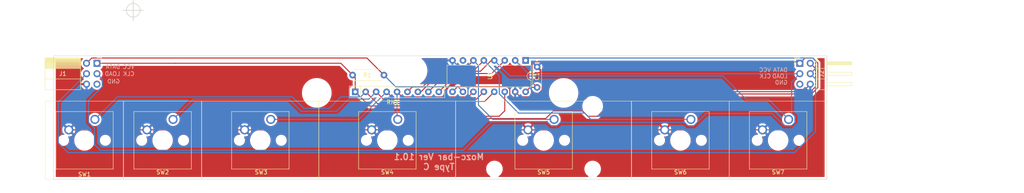
<source format=kicad_pcb>
(kicad_pcb (version 20171130) (host pcbnew 5.1.12)

  (general
    (thickness 1.6)
    (drawings 44)
    (tracks 183)
    (zones 0)
    (modules 20)
    (nets 15)
  )

  (page A4)
  (layers
    (0 F.Cu signal)
    (31 B.Cu signal)
    (32 B.Adhes user)
    (33 F.Adhes user)
    (34 B.Paste user)
    (35 F.Paste user)
    (36 B.SilkS user)
    (37 F.SilkS user)
    (38 B.Mask user)
    (39 F.Mask user)
    (40 Dwgs.User user)
    (41 Cmts.User user)
    (42 Eco1.User user)
    (43 Eco2.User user)
    (44 Edge.Cuts user)
    (45 Margin user)
    (46 B.CrtYd user)
    (47 F.CrtYd user)
    (48 B.Fab user)
    (49 F.Fab user)
  )

  (setup
    (last_trace_width 0.25)
    (user_trace_width 0.2)
    (trace_clearance 0.3)
    (zone_clearance 0.508)
    (zone_45_only no)
    (trace_min 0.2)
    (via_size 0.6)
    (via_drill 0.4)
    (via_min_size 0.4)
    (via_min_drill 0.3)
    (uvia_size 0.3)
    (uvia_drill 0.1)
    (uvias_allowed no)
    (uvia_min_size 0.2)
    (uvia_min_drill 0.1)
    (edge_width 0.15)
    (segment_width 0.2)
    (pcb_text_width 0.3)
    (pcb_text_size 1.5 1.5)
    (mod_edge_width 0.15)
    (mod_text_size 1 1)
    (mod_text_width 0.15)
    (pad_size 3.2 3.2)
    (pad_drill 3.2)
    (pad_to_mask_clearance 0)
    (solder_mask_min_width 0.25)
    (aux_axis_origin 33 54)
    (visible_elements 7FFFEFFF)
    (pcbplotparams
      (layerselection 0x010fc_ffffffff)
      (usegerberextensions true)
      (usegerberattributes false)
      (usegerberadvancedattributes false)
      (creategerberjobfile false)
      (excludeedgelayer true)
      (linewidth 0.100000)
      (plotframeref false)
      (viasonmask false)
      (mode 1)
      (useauxorigin false)
      (hpglpennumber 1)
      (hpglpenspeed 20)
      (hpglpendiameter 15.000000)
      (psnegative false)
      (psa4output false)
      (plotreference true)
      (plotvalue true)
      (plotinvisibletext false)
      (padsonsilk false)
      (subtractmaskfromsilk false)
      (outputformat 1)
      (mirror false)
      (drillshape 0)
      (scaleselection 1)
      (outputdirectory "gerber/"))
  )

  (net 0 "")
  (net 1 VCC)
  (net 2 GND)
  (net 3 SW1)
  (net 4 SW2)
  (net 5 SW3)
  (net 6 SW4)
  (net 7 SW5)
  (net 8 SW6)
  (net 9 SW7)
  (net 10 SW8)
  (net 11 /DATA_IN)
  (net 12 /DATA_OUT)
  (net 13 /CLK_IN)
  (net 14 /LOAD_IN)

  (net_class Default "これは標準のネット クラスです。"
    (clearance 0.3)
    (trace_width 0.25)
    (via_dia 0.6)
    (via_drill 0.4)
    (uvia_dia 0.3)
    (uvia_drill 0.1)
    (add_net /CLK_IN)
    (add_net /DATA_IN)
    (add_net /DATA_OUT)
    (add_net /LOAD_IN)
    (add_net SW1)
    (add_net SW2)
    (add_net SW3)
    (add_net SW4)
    (add_net SW5)
    (add_net SW6)
    (add_net SW7)
    (add_net SW8)
  )

  (net_class "power line" ""
    (clearance 0.3)
    (trace_width 0.25)
    (via_dia 0.6)
    (via_drill 0.4)
    (uvia_dia 0.3)
    (uvia_drill 0.1)
    (add_net GND)
    (add_net VCC)
  )

  (module MountingHole:MountingHole_3.2mm_M3 (layer F.Cu) (tedit 62D42FB7) (tstamp 62D42FC5)
    (at 130 69)
    (descr "Mounting Hole 3.2mm, no annular, M3")
    (tags "mounting hole 3.2mm no annular m3")
    (path /618CEE47)
    (attr virtual)
    (fp_text reference H102 (at 0 -4.2) (layer F.SilkS) hide
      (effects (font (size 1 1) (thickness 0.15)))
    )
    (fp_text value MountingHole (at 0 4.2) (layer F.Fab)
      (effects (font (size 1 1) (thickness 0.15)))
    )
    (fp_circle (center 0 0) (end 3.2 0) (layer Cmts.User) (width 0.15))
    (fp_circle (center 0 0) (end 3.45 0) (layer F.CrtYd) (width 0.05))
    (fp_text user %R (at 0.3 0) (layer F.Fab)
      (effects (font (size 1 1) (thickness 0.15)))
    )
    (pad "" np_thru_hole circle (at 0 0) (size 3.2 3.2) (drill 3.2) (layers *.Cu *.Mask)
      (clearance 2))
  )

  (module MountingHole:MountingHole_3.2mm_M3 (layer F.Cu) (tedit 62D42FA3) (tstamp 62D42FC5)
    (at 70 69)
    (descr "Mounting Hole 3.2mm, no annular, M3")
    (tags "mounting hole 3.2mm no annular m3")
    (path /618CEE47)
    (attr virtual)
    (fp_text reference H101 (at 0 -4.2) (layer F.SilkS) hide
      (effects (font (size 1 1) (thickness 0.15)))
    )
    (fp_text value MountingHole (at 0 4.2) (layer F.Fab)
      (effects (font (size 1 1) (thickness 0.15)))
    )
    (fp_circle (center 0 0) (end 3.2 0) (layer Cmts.User) (width 0.15))
    (fp_circle (center 0 0) (end 3.45 0) (layer F.CrtYd) (width 0.05))
    (fp_text user %R (at 0.3 0) (layer F.Fab)
      (effects (font (size 1 1) (thickness 0.15)))
    )
    (pad "" np_thru_hole circle (at 0 0) (size 3.2 3.2) (drill 3.2) (layers *.Cu *.Mask)
      (clearance 2))
  )

  (module Package_DIP:DIP-16_W7.62mm (layer F.Cu) (tedit 5A02E8C5) (tstamp 618C4ABA)
    (at 120.77 61.11 270)
    (descr "16-lead though-hole mounted DIP package, row spacing 7.62 mm (300 mils)")
    (tags "THT DIP DIL PDIP 2.54mm 7.62mm 300mil")
    (path /5FB03AD0)
    (fp_text reference U1 (at 3.683 8.636 90) (layer F.SilkS)
      (effects (font (size 1 1) (thickness 0.15)))
    )
    (fp_text value 74HC165 (at 3.81 20.11 90) (layer F.Fab)
      (effects (font (size 1 1) (thickness 0.15)))
    )
    (fp_line (start 8.7 -1.55) (end -1.1 -1.55) (layer F.CrtYd) (width 0.05))
    (fp_line (start 8.7 19.3) (end 8.7 -1.55) (layer F.CrtYd) (width 0.05))
    (fp_line (start -1.1 19.3) (end 8.7 19.3) (layer F.CrtYd) (width 0.05))
    (fp_line (start -1.1 -1.55) (end -1.1 19.3) (layer F.CrtYd) (width 0.05))
    (fp_line (start 6.46 -1.33) (end 4.81 -1.33) (layer F.SilkS) (width 0.12))
    (fp_line (start 6.46 19.11) (end 6.46 -1.33) (layer F.SilkS) (width 0.12))
    (fp_line (start 1.16 19.11) (end 6.46 19.11) (layer F.SilkS) (width 0.12))
    (fp_line (start 1.16 -1.33) (end 1.16 19.11) (layer F.SilkS) (width 0.12))
    (fp_line (start 2.81 -1.33) (end 1.16 -1.33) (layer F.SilkS) (width 0.12))
    (fp_line (start 0.635 -0.27) (end 1.635 -1.27) (layer F.Fab) (width 0.1))
    (fp_line (start 0.635 19.05) (end 0.635 -0.27) (layer F.Fab) (width 0.1))
    (fp_line (start 6.985 19.05) (end 0.635 19.05) (layer F.Fab) (width 0.1))
    (fp_line (start 6.985 -1.27) (end 6.985 19.05) (layer F.Fab) (width 0.1))
    (fp_line (start 1.635 -1.27) (end 6.985 -1.27) (layer F.Fab) (width 0.1))
    (fp_arc (start 3.81 -1.33) (end 2.81 -1.33) (angle -180) (layer F.SilkS) (width 0.12))
    (fp_text user %R (at 3.81 8.89 90) (layer F.Fab)
      (effects (font (size 1 1) (thickness 0.15)))
    )
    (pad 1 thru_hole rect (at 0 0 270) (size 1.6 1.6) (drill 0.8) (layers *.Cu *.Mask)
      (net 14 /LOAD_IN))
    (pad 9 thru_hole oval (at 7.62 17.78 270) (size 1.6 1.6) (drill 0.8) (layers *.Cu *.Mask)
      (net 12 /DATA_OUT))
    (pad 2 thru_hole oval (at 0 2.54 270) (size 1.6 1.6) (drill 0.8) (layers *.Cu *.Mask)
      (net 13 /CLK_IN))
    (pad 10 thru_hole oval (at 7.62 15.24 270) (size 1.6 1.6) (drill 0.8) (layers *.Cu *.Mask)
      (net 11 /DATA_IN))
    (pad 3 thru_hole oval (at 0 5.08 270) (size 1.6 1.6) (drill 0.8) (layers *.Cu *.Mask)
      (net 7 SW5))
    (pad 11 thru_hole oval (at 7.62 12.7 270) (size 1.6 1.6) (drill 0.8) (layers *.Cu *.Mask)
      (net 3 SW1))
    (pad 4 thru_hole oval (at 0 7.62 270) (size 1.6 1.6) (drill 0.8) (layers *.Cu *.Mask)
      (net 8 SW6))
    (pad 12 thru_hole oval (at 7.62 10.16 270) (size 1.6 1.6) (drill 0.8) (layers *.Cu *.Mask)
      (net 4 SW2))
    (pad 5 thru_hole oval (at 0 10.16 270) (size 1.6 1.6) (drill 0.8) (layers *.Cu *.Mask)
      (net 9 SW7))
    (pad 13 thru_hole oval (at 7.62 7.62 270) (size 1.6 1.6) (drill 0.8) (layers *.Cu *.Mask)
      (net 5 SW3))
    (pad 6 thru_hole oval (at 0 12.7 270) (size 1.6 1.6) (drill 0.8) (layers *.Cu *.Mask)
      (net 10 SW8))
    (pad 14 thru_hole oval (at 7.62 5.08 270) (size 1.6 1.6) (drill 0.8) (layers *.Cu *.Mask)
      (net 6 SW4))
    (pad 7 thru_hole oval (at 0 15.24 270) (size 1.6 1.6) (drill 0.8) (layers *.Cu *.Mask))
    (pad 15 thru_hole oval (at 7.62 2.54 270) (size 1.6 1.6) (drill 0.8) (layers *.Cu *.Mask)
      (net 2 GND))
    (pad 8 thru_hole oval (at 0 17.78 270) (size 1.6 1.6) (drill 0.8) (layers *.Cu *.Mask)
      (net 2 GND))
    (pad 16 thru_hole oval (at 7.62 0 270) (size 1.6 1.6) (drill 0.8) (layers *.Cu *.Mask)
      (net 1 VCC))
    (model ${KISYS3DMOD}/Package_DIP.3dshapes/DIP-16_W7.62mm.wrl
      (at (xyz 0 0 0))
      (scale (xyz 1 1 1))
      (rotate (xyz 0 0 0))
    )
  )

  (module Button_Switch_Keyboard:SW_Cherry_MX_1.00u_PCB (layer F.Cu) (tedit 5A02FE24) (tstamp 618C4A48)
    (at 127.69 75.445)
    (descr "Cherry MX keyswitch, 1.00u, PCB mount, http://cherryamericas.com/wp-content/uploads/2014/12/mx_cat.pdf")
    (tags "Cherry MX keyswitch 1.00u PCB")
    (path /5FC0255B)
    (fp_text reference SW5 (at -2.54 12.845) (layer F.SilkS)
      (effects (font (size 1 1) (thickness 0.15)))
    )
    (fp_text value SW_Push (at -2.54 12.954) (layer F.Fab)
      (effects (font (size 1 1) (thickness 0.15)))
    )
    (fp_line (start -8.89 -1.27) (end 3.81 -1.27) (layer F.Fab) (width 0.1))
    (fp_line (start 3.81 -1.27) (end 3.81 11.43) (layer F.Fab) (width 0.1))
    (fp_line (start 3.81 11.43) (end -8.89 11.43) (layer F.Fab) (width 0.1))
    (fp_line (start -8.89 11.43) (end -8.89 -1.27) (layer F.Fab) (width 0.1))
    (fp_line (start -9.14 11.68) (end -9.14 -1.52) (layer F.CrtYd) (width 0.05))
    (fp_line (start 4.06 11.68) (end -9.14 11.68) (layer F.CrtYd) (width 0.05))
    (fp_line (start 4.06 -1.52) (end 4.06 11.68) (layer F.CrtYd) (width 0.05))
    (fp_line (start -9.14 -1.52) (end 4.06 -1.52) (layer F.CrtYd) (width 0.05))
    (fp_line (start -12.065 -4.445) (end 6.985 -4.445) (layer Dwgs.User) (width 0.15))
    (fp_line (start 6.985 -4.445) (end 6.985 14.605) (layer Dwgs.User) (width 0.15))
    (fp_line (start 6.985 14.605) (end -12.065 14.605) (layer Dwgs.User) (width 0.15))
    (fp_line (start -12.065 14.605) (end -12.065 -4.445) (layer Dwgs.User) (width 0.15))
    (fp_line (start -9.525 -1.905) (end 4.445 -1.905) (layer F.SilkS) (width 0.12))
    (fp_line (start 4.445 -1.905) (end 4.445 12.065) (layer F.SilkS) (width 0.12))
    (fp_line (start 4.445 12.065) (end -9.525 12.065) (layer F.SilkS) (width 0.12))
    (fp_line (start -9.525 12.065) (end -9.525 -1.905) (layer F.SilkS) (width 0.12))
    (fp_text user %R (at -2.54 -2.794) (layer F.Fab)
      (effects (font (size 1 1) (thickness 0.15)))
    )
    (pad "" np_thru_hole circle (at 2.54 5.08) (size 1.7 1.7) (drill 1.7) (layers *.Cu *.Mask))
    (pad "" np_thru_hole circle (at -7.62 5.08) (size 1.7 1.7) (drill 1.7) (layers *.Cu *.Mask))
    (pad "" np_thru_hole circle (at -2.54 5.08) (size 4 4) (drill 4) (layers *.Cu *.Mask))
    (pad 2 thru_hole circle (at -6.35 2.54) (size 2.2 2.2) (drill 1.5) (layers *.Cu *.Mask)
      (net 2 GND))
    (pad 1 thru_hole circle (at 0 0) (size 2.2 2.2) (drill 1.5) (layers *.Cu *.Mask)
      (net 10 SW8))
    (model ${KISYS3DMOD}/Button_Switch_Keyboard.3dshapes/SW_Cherry_MX_1.00u_PCB.wrl
      (at (xyz 0 0 0))
      (scale (xyz 1 1 1))
      (rotate (xyz 0 0 0))
    )
  )

  (module Button_Switch_Keyboard:SW_Cherry_MX_1.00u_PCB (layer F.Cu) (tedit 5A02FE24) (tstamp 618C4A2E)
    (at 89.69 75.445)
    (descr "Cherry MX keyswitch, 1.00u, PCB mount, http://cherryamericas.com/wp-content/uploads/2014/12/mx_cat.pdf")
    (tags "Cherry MX keyswitch 1.00u PCB")
    (path /5FC02175)
    (fp_text reference SW4 (at -2.55 12.845) (layer F.SilkS)
      (effects (font (size 1 1) (thickness 0.15)))
    )
    (fp_text value SW_Push (at -2.54 12.954) (layer F.Fab)
      (effects (font (size 1 1) (thickness 0.15)))
    )
    (fp_line (start -9.525 12.065) (end -9.525 -1.905) (layer F.SilkS) (width 0.12))
    (fp_line (start 4.445 12.065) (end -9.525 12.065) (layer F.SilkS) (width 0.12))
    (fp_line (start 4.445 -1.905) (end 4.445 12.065) (layer F.SilkS) (width 0.12))
    (fp_line (start -9.525 -1.905) (end 4.445 -1.905) (layer F.SilkS) (width 0.12))
    (fp_line (start -12.065 14.605) (end -12.065 -4.445) (layer Dwgs.User) (width 0.15))
    (fp_line (start 6.985 14.605) (end -12.065 14.605) (layer Dwgs.User) (width 0.15))
    (fp_line (start 6.985 -4.445) (end 6.985 14.605) (layer Dwgs.User) (width 0.15))
    (fp_line (start -12.065 -4.445) (end 6.985 -4.445) (layer Dwgs.User) (width 0.15))
    (fp_line (start -9.14 -1.52) (end 4.06 -1.52) (layer F.CrtYd) (width 0.05))
    (fp_line (start 4.06 -1.52) (end 4.06 11.68) (layer F.CrtYd) (width 0.05))
    (fp_line (start 4.06 11.68) (end -9.14 11.68) (layer F.CrtYd) (width 0.05))
    (fp_line (start -9.14 11.68) (end -9.14 -1.52) (layer F.CrtYd) (width 0.05))
    (fp_line (start -8.89 11.43) (end -8.89 -1.27) (layer F.Fab) (width 0.1))
    (fp_line (start 3.81 11.43) (end -8.89 11.43) (layer F.Fab) (width 0.1))
    (fp_line (start 3.81 -1.27) (end 3.81 11.43) (layer F.Fab) (width 0.1))
    (fp_line (start -8.89 -1.27) (end 3.81 -1.27) (layer F.Fab) (width 0.1))
    (fp_text user %R (at -2.54 -2.794) (layer F.Fab)
      (effects (font (size 1 1) (thickness 0.15)))
    )
    (pad 1 thru_hole circle (at 0 0) (size 2.2 2.2) (drill 1.5) (layers *.Cu *.Mask)
      (net 3 SW1))
    (pad 2 thru_hole circle (at -6.35 2.54) (size 2.2 2.2) (drill 1.5) (layers *.Cu *.Mask)
      (net 2 GND))
    (pad "" np_thru_hole circle (at -2.54 5.08) (size 4 4) (drill 4) (layers *.Cu *.Mask))
    (pad "" np_thru_hole circle (at -7.62 5.08) (size 1.7 1.7) (drill 1.7) (layers *.Cu *.Mask))
    (pad "" np_thru_hole circle (at 2.54 5.08) (size 1.7 1.7) (drill 1.7) (layers *.Cu *.Mask))
    (model ${KISYS3DMOD}/Button_Switch_Keyboard.3dshapes/SW_Cherry_MX_1.00u_PCB.wrl
      (at (xyz 0 0 0))
      (scale (xyz 1 1 1))
      (rotate (xyz 0 0 0))
    )
  )

  (module Capacitor_THT:C_Disc_D4.3mm_W1.9mm_P5.00mm (layer F.Cu) (tedit 5AE50EF0) (tstamp 618C4860)
    (at 123.56 67.67 90)
    (descr "C, Disc series, Radial, pin pitch=5.00mm, , diameter*width=4.3*1.9mm^2, Capacitor, http://www.vishay.com/docs/45233/krseries.pdf")
    (tags "C Disc series Radial pin pitch 5.00mm  diameter 4.3mm width 1.9mm Capacitor")
    (path /5F9B0C77)
    (fp_text reference C1 (at 2.668 -0.038 90) (layer F.SilkS)
      (effects (font (size 1 1) (thickness 0.15)))
    )
    (fp_text value C (at 2.5 2.2 90) (layer F.Fab)
      (effects (font (size 1 1) (thickness 0.15)))
    )
    (fp_line (start 6.05 -1.2) (end -1.05 -1.2) (layer F.CrtYd) (width 0.05))
    (fp_line (start 6.05 1.2) (end 6.05 -1.2) (layer F.CrtYd) (width 0.05))
    (fp_line (start -1.05 1.2) (end 6.05 1.2) (layer F.CrtYd) (width 0.05))
    (fp_line (start -1.05 -1.2) (end -1.05 1.2) (layer F.CrtYd) (width 0.05))
    (fp_line (start 4.77 1.055) (end 4.77 1.07) (layer F.SilkS) (width 0.12))
    (fp_line (start 4.77 -1.07) (end 4.77 -1.055) (layer F.SilkS) (width 0.12))
    (fp_line (start 0.23 1.055) (end 0.23 1.07) (layer F.SilkS) (width 0.12))
    (fp_line (start 0.23 -1.07) (end 0.23 -1.055) (layer F.SilkS) (width 0.12))
    (fp_line (start 0.23 1.07) (end 4.77 1.07) (layer F.SilkS) (width 0.12))
    (fp_line (start 0.23 -1.07) (end 4.77 -1.07) (layer F.SilkS) (width 0.12))
    (fp_line (start 4.65 -0.95) (end 0.35 -0.95) (layer F.Fab) (width 0.1))
    (fp_line (start 4.65 0.95) (end 4.65 -0.95) (layer F.Fab) (width 0.1))
    (fp_line (start 0.35 0.95) (end 4.65 0.95) (layer F.Fab) (width 0.1))
    (fp_line (start 0.35 -0.95) (end 0.35 0.95) (layer F.Fab) (width 0.1))
    (fp_text user %R (at 2.5 0 90) (layer F.Fab)
      (effects (font (size 0.86 0.86) (thickness 0.129)))
    )
    (pad 1 thru_hole circle (at 0 0 90) (size 1.6 1.6) (drill 0.8) (layers *.Cu *.Mask)
      (net 1 VCC))
    (pad 2 thru_hole circle (at 5 0 90) (size 1.6 1.6) (drill 0.8) (layers *.Cu *.Mask)
      (net 2 GND))
    (model ${KISYS3DMOD}/Capacitor_THT.3dshapes/C_Disc_D4.3mm_W1.9mm_P5.00mm.wrl
      (at (xyz 0 0 0))
      (scale (xyz 1 1 1))
      (rotate (xyz 0 0 0))
    )
  )

  (module Resistor_THT:R_Axial_DIN0207_L6.3mm_D2.5mm_P7.62mm_Horizontal (layer F.Cu) (tedit 5AE5139B) (tstamp 618C497C)
    (at 86.32952 64.6684 180)
    (descr "Resistor, Axial_DIN0207 series, Axial, Horizontal, pin pitch=7.62mm, 0.25W = 1/4W, length*diameter=6.3*2.5mm^2, http://cdn-reichelt.de/documents/datenblatt/B400/1_4W%23YAG.pdf")
    (tags "Resistor Axial_DIN0207 series Axial Horizontal pin pitch 7.62mm 0.25W = 1/4W length 6.3mm diameter 2.5mm")
    (path /5FBC6DCE)
    (fp_text reference R1 (at 4.064 0 180) (layer F.SilkS)
      (effects (font (size 1 1) (thickness 0.15)))
    )
    (fp_text value 100k (at 3.81 2.37 180) (layer F.Fab)
      (effects (font (size 1 1) (thickness 0.15)))
    )
    (fp_line (start 8.67 -1.5) (end -1.05 -1.5) (layer F.CrtYd) (width 0.05))
    (fp_line (start 8.67 1.5) (end 8.67 -1.5) (layer F.CrtYd) (width 0.05))
    (fp_line (start -1.05 1.5) (end 8.67 1.5) (layer F.CrtYd) (width 0.05))
    (fp_line (start -1.05 -1.5) (end -1.05 1.5) (layer F.CrtYd) (width 0.05))
    (fp_line (start 7.08 1.37) (end 7.08 1.04) (layer F.SilkS) (width 0.12))
    (fp_line (start 0.54 1.37) (end 7.08 1.37) (layer F.SilkS) (width 0.12))
    (fp_line (start 0.54 1.04) (end 0.54 1.37) (layer F.SilkS) (width 0.12))
    (fp_line (start 7.08 -1.37) (end 7.08 -1.04) (layer F.SilkS) (width 0.12))
    (fp_line (start 0.54 -1.37) (end 7.08 -1.37) (layer F.SilkS) (width 0.12))
    (fp_line (start 0.54 -1.04) (end 0.54 -1.37) (layer F.SilkS) (width 0.12))
    (fp_line (start 7.62 0) (end 6.96 0) (layer F.Fab) (width 0.1))
    (fp_line (start 0 0) (end 0.66 0) (layer F.Fab) (width 0.1))
    (fp_line (start 6.96 -1.25) (end 0.66 -1.25) (layer F.Fab) (width 0.1))
    (fp_line (start 6.96 1.25) (end 6.96 -1.25) (layer F.Fab) (width 0.1))
    (fp_line (start 0.66 1.25) (end 6.96 1.25) (layer F.Fab) (width 0.1))
    (fp_line (start 0.66 -1.25) (end 0.66 1.25) (layer F.Fab) (width 0.1))
    (fp_text user %R (at 3.81 0 180) (layer F.Fab)
      (effects (font (size 1 1) (thickness 0.15)))
    )
    (pad 1 thru_hole circle (at 0 0 180) (size 1.6 1.6) (drill 0.8) (layers *.Cu *.Mask)
      (net 11 /DATA_IN))
    (pad 2 thru_hole oval (at 7.62 0 180) (size 1.6 1.6) (drill 0.8) (layers *.Cu *.Mask)
      (net 1 VCC))
    (model ${KISYS3DMOD}/Resistor_THT.3dshapes/R_Axial_DIN0207_L6.3mm_D2.5mm_P7.62mm_Horizontal.wrl
      (at (xyz 0 0 0))
      (scale (xyz 1 1 1))
      (rotate (xyz 0 0 0))
    )
  )

  (module Resistor_THT:R_Array_SIP9 (layer F.Cu) (tedit 5A14249F) (tstamp 618C49C6)
    (at 79.34706 68.7451)
    (descr "9-pin Resistor SIP pack")
    (tags R)
    (path /5FC139AE)
    (fp_text reference RN1 (at 9.144 2.54) (layer F.SilkS)
      (effects (font (size 1 1) (thickness 0.15)))
    )
    (fp_text value 100k (at 11.43 3.708) (layer F.Fab)
      (effects (font (size 1 1) (thickness 0.15)))
    )
    (fp_line (start 22.05 -1.65) (end -1.7 -1.65) (layer F.CrtYd) (width 0.05))
    (fp_line (start 22.05 1.65) (end 22.05 -1.65) (layer F.CrtYd) (width 0.05))
    (fp_line (start -1.7 1.65) (end 22.05 1.65) (layer F.CrtYd) (width 0.05))
    (fp_line (start -1.7 -1.65) (end -1.7 1.65) (layer F.CrtYd) (width 0.05))
    (fp_line (start 1.27 -1.4) (end 1.27 1.4) (layer F.SilkS) (width 0.12))
    (fp_line (start 21.76 -1.4) (end -1.44 -1.4) (layer F.SilkS) (width 0.12))
    (fp_line (start 21.76 1.4) (end 21.76 -1.4) (layer F.SilkS) (width 0.12))
    (fp_line (start -1.44 1.4) (end 21.76 1.4) (layer F.SilkS) (width 0.12))
    (fp_line (start -1.44 -1.4) (end -1.44 1.4) (layer F.SilkS) (width 0.12))
    (fp_line (start 1.27 -1.25) (end 1.27 1.25) (layer F.Fab) (width 0.1))
    (fp_line (start 21.61 -1.25) (end -1.29 -1.25) (layer F.Fab) (width 0.1))
    (fp_line (start 21.61 1.25) (end 21.61 -1.25) (layer F.Fab) (width 0.1))
    (fp_line (start -1.29 1.25) (end 21.61 1.25) (layer F.Fab) (width 0.1))
    (fp_line (start -1.29 -1.25) (end -1.29 1.25) (layer F.Fab) (width 0.1))
    (fp_text user %R (at 10.16 0) (layer F.Fab)
      (effects (font (size 1 1) (thickness 0.15)))
    )
    (pad 1 thru_hole rect (at 0 0) (size 1.6 1.6) (drill 0.8) (layers *.Cu *.Mask)
      (net 1 VCC))
    (pad 2 thru_hole oval (at 2.54 0) (size 1.6 1.6) (drill 0.8) (layers *.Cu *.Mask)
      (net 6 SW4))
    (pad 3 thru_hole oval (at 5.08 0) (size 1.6 1.6) (drill 0.8) (layers *.Cu *.Mask)
      (net 5 SW3))
    (pad 4 thru_hole oval (at 7.62 0) (size 1.6 1.6) (drill 0.8) (layers *.Cu *.Mask)
      (net 4 SW2))
    (pad 5 thru_hole oval (at 10.16 0) (size 1.6 1.6) (drill 0.8) (layers *.Cu *.Mask)
      (net 3 SW1))
    (pad 6 thru_hole oval (at 12.7 0) (size 1.6 1.6) (drill 0.8) (layers *.Cu *.Mask)
      (net 10 SW8))
    (pad 7 thru_hole oval (at 15.24 0) (size 1.6 1.6) (drill 0.8) (layers *.Cu *.Mask)
      (net 9 SW7))
    (pad 8 thru_hole oval (at 17.78 0) (size 1.6 1.6) (drill 0.8) (layers *.Cu *.Mask)
      (net 8 SW6))
    (pad 9 thru_hole oval (at 20.32 0) (size 1.6 1.6) (drill 0.8) (layers *.Cu *.Mask)
      (net 7 SW5))
    (model ${KISYS3DMOD}/Resistor_THT.3dshapes/R_Array_SIP9.wrl
      (at (xyz 0 0 0))
      (scale (xyz 1 1 1))
      (rotate (xyz 0 0 0))
    )
  )

  (module Button_Switch_Keyboard:SW_Cherry_MX_1.00u_PCB (layer F.Cu) (tedit 5A02FE24) (tstamp 618C49E0)
    (at 16.064999 75.445)
    (descr "Cherry MX keyswitch, 1.00u, PCB mount, http://cherryamericas.com/wp-content/uploads/2014/12/mx_cat.pdf")
    (tags "Cherry MX keyswitch 1.00u PCB")
    (path /5FC00348)
    (fp_text reference SW1 (at -2.54 13.353) (layer F.SilkS)
      (effects (font (size 1 1) (thickness 0.15)))
    )
    (fp_text value SW_Push (at -2.54 12.954) (layer F.Fab)
      (effects (font (size 1 1) (thickness 0.15)))
    )
    (fp_line (start -8.89 -1.27) (end 3.81 -1.27) (layer F.Fab) (width 0.1))
    (fp_line (start 3.81 -1.27) (end 3.81 11.43) (layer F.Fab) (width 0.1))
    (fp_line (start 3.81 11.43) (end -8.89 11.43) (layer F.Fab) (width 0.1))
    (fp_line (start -8.89 11.43) (end -8.89 -1.27) (layer F.Fab) (width 0.1))
    (fp_line (start -9.14 11.68) (end -9.14 -1.52) (layer F.CrtYd) (width 0.05))
    (fp_line (start 4.06 11.68) (end -9.14 11.68) (layer F.CrtYd) (width 0.05))
    (fp_line (start 4.06 -1.52) (end 4.06 11.68) (layer F.CrtYd) (width 0.05))
    (fp_line (start -9.14 -1.52) (end 4.06 -1.52) (layer F.CrtYd) (width 0.05))
    (fp_line (start -12.065 -4.445) (end 6.985 -4.445) (layer Dwgs.User) (width 0.15))
    (fp_line (start 6.985 -4.445) (end 6.985 14.605) (layer Dwgs.User) (width 0.15))
    (fp_line (start 6.985 14.605) (end -12.065 14.605) (layer Dwgs.User) (width 0.15))
    (fp_line (start -12.065 14.605) (end -12.065 -4.445) (layer Dwgs.User) (width 0.15))
    (fp_line (start -9.525 -1.905) (end 4.445 -1.905) (layer F.SilkS) (width 0.12))
    (fp_line (start 4.445 -1.905) (end 4.445 12.065) (layer F.SilkS) (width 0.12))
    (fp_line (start 4.445 12.065) (end -9.525 12.065) (layer F.SilkS) (width 0.12))
    (fp_line (start -9.525 12.065) (end -9.525 -1.905) (layer F.SilkS) (width 0.12))
    (fp_text user %R (at -2.54 -2.794) (layer F.Fab)
      (effects (font (size 1 1) (thickness 0.15)))
    )
    (pad "" np_thru_hole circle (at 2.54 5.08) (size 1.7 1.7) (drill 1.7) (layers *.Cu *.Mask))
    (pad "" np_thru_hole circle (at -7.62 5.08) (size 1.7 1.7) (drill 1.7) (layers *.Cu *.Mask))
    (pad "" np_thru_hole circle (at -2.54 5.08) (size 4 4) (drill 4) (layers *.Cu *.Mask))
    (pad 2 thru_hole circle (at -6.35 2.54) (size 2.2 2.2) (drill 1.5) (layers *.Cu *.Mask)
      (net 2 GND))
    (pad 1 thru_hole circle (at 0 0) (size 2.2 2.2) (drill 1.5) (layers *.Cu *.Mask)
      (net 6 SW4))
    (model ${KISYS3DMOD}/Button_Switch_Keyboard.3dshapes/SW_Cherry_MX_1.00u_PCB.wrl
      (at (xyz 0 0 0))
      (scale (xyz 1 1 1))
      (rotate (xyz 0 0 0))
    )
  )

  (module Button_Switch_Keyboard:SW_Cherry_MX_1.00u_PCB (layer F.Cu) (tedit 5A02FE24) (tstamp 618C49FA)
    (at 35.065 75.445)
    (descr "Cherry MX keyswitch, 1.00u, PCB mount, http://cherryamericas.com/wp-content/uploads/2014/12/mx_cat.pdf")
    (tags "Cherry MX keyswitch 1.00u PCB")
    (path /5FC01AC9)
    (fp_text reference SW2 (at -2.54 12.845) (layer F.SilkS)
      (effects (font (size 1 1) (thickness 0.15)))
    )
    (fp_text value SW_Push (at -2.54 12.954) (layer F.Fab)
      (effects (font (size 1 1) (thickness 0.15)))
    )
    (fp_line (start -9.525 12.065) (end -9.525 -1.905) (layer F.SilkS) (width 0.12))
    (fp_line (start 4.445 12.065) (end -9.525 12.065) (layer F.SilkS) (width 0.12))
    (fp_line (start 4.445 -1.905) (end 4.445 12.065) (layer F.SilkS) (width 0.12))
    (fp_line (start -9.525 -1.905) (end 4.445 -1.905) (layer F.SilkS) (width 0.12))
    (fp_line (start -12.065 14.605) (end -12.065 -4.445) (layer Dwgs.User) (width 0.15))
    (fp_line (start 6.985 14.605) (end -12.065 14.605) (layer Dwgs.User) (width 0.15))
    (fp_line (start 6.985 -4.445) (end 6.985 14.605) (layer Dwgs.User) (width 0.15))
    (fp_line (start -12.065 -4.445) (end 6.985 -4.445) (layer Dwgs.User) (width 0.15))
    (fp_line (start -9.14 -1.52) (end 4.06 -1.52) (layer F.CrtYd) (width 0.05))
    (fp_line (start 4.06 -1.52) (end 4.06 11.68) (layer F.CrtYd) (width 0.05))
    (fp_line (start 4.06 11.68) (end -9.14 11.68) (layer F.CrtYd) (width 0.05))
    (fp_line (start -9.14 11.68) (end -9.14 -1.52) (layer F.CrtYd) (width 0.05))
    (fp_line (start -8.89 11.43) (end -8.89 -1.27) (layer F.Fab) (width 0.1))
    (fp_line (start 3.81 11.43) (end -8.89 11.43) (layer F.Fab) (width 0.1))
    (fp_line (start 3.81 -1.27) (end 3.81 11.43) (layer F.Fab) (width 0.1))
    (fp_line (start -8.89 -1.27) (end 3.81 -1.27) (layer F.Fab) (width 0.1))
    (fp_text user %R (at -2.54 -2.794) (layer F.Fab)
      (effects (font (size 1 1) (thickness 0.15)))
    )
    (pad 1 thru_hole circle (at 0 0) (size 2.2 2.2) (drill 1.5) (layers *.Cu *.Mask)
      (net 5 SW3))
    (pad 2 thru_hole circle (at -6.35 2.54) (size 2.2 2.2) (drill 1.5) (layers *.Cu *.Mask)
      (net 2 GND))
    (pad "" np_thru_hole circle (at -2.54 5.08) (size 4 4) (drill 4) (layers *.Cu *.Mask))
    (pad "" np_thru_hole circle (at -7.62 5.08) (size 1.7 1.7) (drill 1.7) (layers *.Cu *.Mask))
    (pad "" np_thru_hole circle (at 2.54 5.08) (size 1.7 1.7) (drill 1.7) (layers *.Cu *.Mask))
    (model ${KISYS3DMOD}/Button_Switch_Keyboard.3dshapes/SW_Cherry_MX_1.00u_PCB.wrl
      (at (xyz 0 0 0))
      (scale (xyz 1 1 1))
      (rotate (xyz 0 0 0))
    )
  )

  (module Button_Switch_Keyboard:SW_Cherry_MX_1.00u_PCB (layer F.Cu) (tedit 5A02FE24) (tstamp 618C4A14)
    (at 58.815 75.445)
    (descr "Cherry MX keyswitch, 1.00u, PCB mount, http://cherryamericas.com/wp-content/uploads/2014/12/mx_cat.pdf")
    (tags "Cherry MX keyswitch 1.00u PCB")
    (path /5FC01D44)
    (fp_text reference SW3 (at -2.346 12.845) (layer F.SilkS)
      (effects (font (size 1 1) (thickness 0.15)))
    )
    (fp_text value SW_Push (at -2.54 12.954) (layer F.Fab)
      (effects (font (size 1 1) (thickness 0.15)))
    )
    (fp_line (start -8.89 -1.27) (end 3.81 -1.27) (layer F.Fab) (width 0.1))
    (fp_line (start 3.81 -1.27) (end 3.81 11.43) (layer F.Fab) (width 0.1))
    (fp_line (start 3.81 11.43) (end -8.89 11.43) (layer F.Fab) (width 0.1))
    (fp_line (start -8.89 11.43) (end -8.89 -1.27) (layer F.Fab) (width 0.1))
    (fp_line (start -9.14 11.68) (end -9.14 -1.52) (layer F.CrtYd) (width 0.05))
    (fp_line (start 4.06 11.68) (end -9.14 11.68) (layer F.CrtYd) (width 0.05))
    (fp_line (start 4.06 -1.52) (end 4.06 11.68) (layer F.CrtYd) (width 0.05))
    (fp_line (start -9.14 -1.52) (end 4.06 -1.52) (layer F.CrtYd) (width 0.05))
    (fp_line (start -12.065 -4.445) (end 6.985 -4.445) (layer Dwgs.User) (width 0.15))
    (fp_line (start 6.985 -4.445) (end 6.985 14.605) (layer Dwgs.User) (width 0.15))
    (fp_line (start 6.985 14.605) (end -12.065 14.605) (layer Dwgs.User) (width 0.15))
    (fp_line (start -12.065 14.605) (end -12.065 -4.445) (layer Dwgs.User) (width 0.15))
    (fp_line (start -9.525 -1.905) (end 4.445 -1.905) (layer F.SilkS) (width 0.12))
    (fp_line (start 4.445 -1.905) (end 4.445 12.065) (layer F.SilkS) (width 0.12))
    (fp_line (start 4.445 12.065) (end -9.525 12.065) (layer F.SilkS) (width 0.12))
    (fp_line (start -9.525 12.065) (end -9.525 -1.905) (layer F.SilkS) (width 0.12))
    (fp_text user %R (at -2.54 -2.794) (layer F.Fab)
      (effects (font (size 1 1) (thickness 0.15)))
    )
    (pad "" np_thru_hole circle (at 2.54 5.08) (size 1.7 1.7) (drill 1.7) (layers *.Cu *.Mask))
    (pad "" np_thru_hole circle (at -7.62 5.08) (size 1.7 1.7) (drill 1.7) (layers *.Cu *.Mask))
    (pad "" np_thru_hole circle (at -2.54 5.08) (size 4 4) (drill 4) (layers *.Cu *.Mask))
    (pad 2 thru_hole circle (at -6.35 2.54) (size 2.2 2.2) (drill 1.5) (layers *.Cu *.Mask)
      (net 2 GND))
    (pad 1 thru_hole circle (at 0 0) (size 2.2 2.2) (drill 1.5) (layers *.Cu *.Mask)
      (net 4 SW2))
    (model ${KISYS3DMOD}/Button_Switch_Keyboard.3dshapes/SW_Cherry_MX_1.00u_PCB.wrl
      (at (xyz 0 0 0))
      (scale (xyz 1 1 1))
      (rotate (xyz 0 0 0))
    )
  )

  (module Button_Switch_Keyboard:SW_Cherry_MX_1.00u_PCB (layer F.Cu) (tedit 5A02FE24) (tstamp 618C4A62)
    (at 160.94 75.445)
    (descr "Cherry MX keyswitch, 1.00u, PCB mount, http://cherryamericas.com/wp-content/uploads/2014/12/mx_cat.pdf")
    (tags "Cherry MX keyswitch 1.00u PCB")
    (path /5FC02807)
    (fp_text reference SW6 (at -2.54 12.845) (layer F.SilkS)
      (effects (font (size 1 1) (thickness 0.15)))
    )
    (fp_text value SW_Push (at -2.54 12.954) (layer F.Fab)
      (effects (font (size 1 1) (thickness 0.15)))
    )
    (fp_line (start -9.525 12.065) (end -9.525 -1.905) (layer F.SilkS) (width 0.12))
    (fp_line (start 4.445 12.065) (end -9.525 12.065) (layer F.SilkS) (width 0.12))
    (fp_line (start 4.445 -1.905) (end 4.445 12.065) (layer F.SilkS) (width 0.12))
    (fp_line (start -9.525 -1.905) (end 4.445 -1.905) (layer F.SilkS) (width 0.12))
    (fp_line (start -12.065 14.605) (end -12.065 -4.445) (layer Dwgs.User) (width 0.15))
    (fp_line (start 6.985 14.605) (end -12.065 14.605) (layer Dwgs.User) (width 0.15))
    (fp_line (start 6.985 -4.445) (end 6.985 14.605) (layer Dwgs.User) (width 0.15))
    (fp_line (start -12.065 -4.445) (end 6.985 -4.445) (layer Dwgs.User) (width 0.15))
    (fp_line (start -9.14 -1.52) (end 4.06 -1.52) (layer F.CrtYd) (width 0.05))
    (fp_line (start 4.06 -1.52) (end 4.06 11.68) (layer F.CrtYd) (width 0.05))
    (fp_line (start 4.06 11.68) (end -9.14 11.68) (layer F.CrtYd) (width 0.05))
    (fp_line (start -9.14 11.68) (end -9.14 -1.52) (layer F.CrtYd) (width 0.05))
    (fp_line (start -8.89 11.43) (end -8.89 -1.27) (layer F.Fab) (width 0.1))
    (fp_line (start 3.81 11.43) (end -8.89 11.43) (layer F.Fab) (width 0.1))
    (fp_line (start 3.81 -1.27) (end 3.81 11.43) (layer F.Fab) (width 0.1))
    (fp_line (start -8.89 -1.27) (end 3.81 -1.27) (layer F.Fab) (width 0.1))
    (fp_text user %R (at -2.54 -2.794) (layer F.Fab)
      (effects (font (size 1 1) (thickness 0.15)))
    )
    (pad 1 thru_hole circle (at 0 0) (size 2.2 2.2) (drill 1.5) (layers *.Cu *.Mask)
      (net 9 SW7))
    (pad 2 thru_hole circle (at -6.35 2.54) (size 2.2 2.2) (drill 1.5) (layers *.Cu *.Mask)
      (net 2 GND))
    (pad "" np_thru_hole circle (at -2.54 5.08) (size 4 4) (drill 4) (layers *.Cu *.Mask))
    (pad "" np_thru_hole circle (at -7.62 5.08) (size 1.7 1.7) (drill 1.7) (layers *.Cu *.Mask))
    (pad "" np_thru_hole circle (at 2.54 5.08) (size 1.7 1.7) (drill 1.7) (layers *.Cu *.Mask))
    (model ${KISYS3DMOD}/Button_Switch_Keyboard.3dshapes/SW_Cherry_MX_1.00u_PCB.wrl
      (at (xyz 0 0 0))
      (scale (xyz 1 1 1))
      (rotate (xyz 0 0 0))
    )
  )

  (module Button_Switch_Keyboard:SW_Cherry_MX_1.00u_PCB (layer F.Cu) (tedit 5A02FE24) (tstamp 618C4A7C)
    (at 184.69 75.445)
    (descr "Cherry MX keyswitch, 1.00u, PCB mount, http://cherryamericas.com/wp-content/uploads/2014/12/mx_cat.pdf")
    (tags "Cherry MX keyswitch 1.00u PCB")
    (path /5FC02A93)
    (fp_text reference SW7 (at -2.54 12.845) (layer F.SilkS)
      (effects (font (size 1 1) (thickness 0.15)))
    )
    (fp_text value SW_Push (at -2.54 12.954) (layer F.Fab)
      (effects (font (size 1 1) (thickness 0.15)))
    )
    (fp_line (start -8.89 -1.27) (end 3.81 -1.27) (layer F.Fab) (width 0.1))
    (fp_line (start 3.81 -1.27) (end 3.81 11.43) (layer F.Fab) (width 0.1))
    (fp_line (start 3.81 11.43) (end -8.89 11.43) (layer F.Fab) (width 0.1))
    (fp_line (start -8.89 11.43) (end -8.89 -1.27) (layer F.Fab) (width 0.1))
    (fp_line (start -9.14 11.68) (end -9.14 -1.52) (layer F.CrtYd) (width 0.05))
    (fp_line (start 4.06 11.68) (end -9.14 11.68) (layer F.CrtYd) (width 0.05))
    (fp_line (start 4.06 -1.52) (end 4.06 11.68) (layer F.CrtYd) (width 0.05))
    (fp_line (start -9.14 -1.52) (end 4.06 -1.52) (layer F.CrtYd) (width 0.05))
    (fp_line (start -12.065 -4.445) (end 6.985 -4.445) (layer Dwgs.User) (width 0.15))
    (fp_line (start 6.985 -4.445) (end 6.985 14.605) (layer Dwgs.User) (width 0.15))
    (fp_line (start 6.985 14.605) (end -12.065 14.605) (layer Dwgs.User) (width 0.15))
    (fp_line (start -12.065 14.605) (end -12.065 -4.445) (layer Dwgs.User) (width 0.15))
    (fp_line (start -9.525 -1.905) (end 4.445 -1.905) (layer F.SilkS) (width 0.12))
    (fp_line (start 4.445 -1.905) (end 4.445 12.065) (layer F.SilkS) (width 0.12))
    (fp_line (start 4.445 12.065) (end -9.525 12.065) (layer F.SilkS) (width 0.12))
    (fp_line (start -9.525 12.065) (end -9.525 -1.905) (layer F.SilkS) (width 0.12))
    (fp_text user %R (at -2.54 -2.794) (layer F.Fab)
      (effects (font (size 1 1) (thickness 0.15)))
    )
    (pad "" np_thru_hole circle (at 2.54 5.08) (size 1.7 1.7) (drill 1.7) (layers *.Cu *.Mask))
    (pad "" np_thru_hole circle (at -7.62 5.08) (size 1.7 1.7) (drill 1.7) (layers *.Cu *.Mask))
    (pad "" np_thru_hole circle (at -2.54 5.08) (size 4 4) (drill 4) (layers *.Cu *.Mask))
    (pad 2 thru_hole circle (at -6.35 2.54) (size 2.2 2.2) (drill 1.5) (layers *.Cu *.Mask)
      (net 2 GND))
    (pad 1 thru_hole circle (at 0 0) (size 2.2 2.2) (drill 1.5) (layers *.Cu *.Mask)
      (net 8 SW6))
    (model ${KISYS3DMOD}/Button_Switch_Keyboard.3dshapes/SW_Cherry_MX_1.00u_PCB.wrl
      (at (xyz 0 0 0))
      (scale (xyz 1 1 1))
      (rotate (xyz 0 0 0))
    )
  )

  (module Connector_PinSocket_2.54mm:PinSocket_2x03_P2.54mm_Horizontal (layer F.Cu) (tedit 5A19A431) (tstamp 62CDF02A)
    (at 16.57 61.8)
    (descr "Through hole angled socket strip, 2x03, 2.54mm pitch, 8.51mm socket length, double cols (from Kicad 4.0.7), script generated")
    (tags "Through hole angled socket strip THT 2x03 2.54mm double row")
    (path /5FD9930E)
    (fp_text reference J1 (at -8.31 2.54) (layer F.SilkS)
      (effects (font (size 1 1) (thickness 0.15)))
    )
    (fp_text value Conn_01x06_Female (at -5.65 7.85) (layer F.Fab)
      (effects (font (size 1 1) (thickness 0.15)))
    )
    (fp_line (start -12.57 -1.27) (end -5.03 -1.27) (layer F.Fab) (width 0.1))
    (fp_line (start -5.03 -1.27) (end -4.06 -0.3) (layer F.Fab) (width 0.1))
    (fp_line (start -4.06 -0.3) (end -4.06 6.35) (layer F.Fab) (width 0.1))
    (fp_line (start -4.06 6.35) (end -12.57 6.35) (layer F.Fab) (width 0.1))
    (fp_line (start -12.57 6.35) (end -12.57 -1.27) (layer F.Fab) (width 0.1))
    (fp_line (start 0 -0.3) (end -4.06 -0.3) (layer F.Fab) (width 0.1))
    (fp_line (start -4.06 0.3) (end 0 0.3) (layer F.Fab) (width 0.1))
    (fp_line (start 0 0.3) (end 0 -0.3) (layer F.Fab) (width 0.1))
    (fp_line (start 0 2.24) (end -4.06 2.24) (layer F.Fab) (width 0.1))
    (fp_line (start -4.06 2.84) (end 0 2.84) (layer F.Fab) (width 0.1))
    (fp_line (start 0 2.84) (end 0 2.24) (layer F.Fab) (width 0.1))
    (fp_line (start 0 4.78) (end -4.06 4.78) (layer F.Fab) (width 0.1))
    (fp_line (start -4.06 5.38) (end 0 5.38) (layer F.Fab) (width 0.1))
    (fp_line (start 0 5.38) (end 0 4.78) (layer F.Fab) (width 0.1))
    (fp_line (start -12.63 -1.21) (end -4 -1.21) (layer F.SilkS) (width 0.12))
    (fp_line (start -12.63 -1.091905) (end -4 -1.091905) (layer F.SilkS) (width 0.12))
    (fp_line (start -12.63 -0.97381) (end -4 -0.97381) (layer F.SilkS) (width 0.12))
    (fp_line (start -12.63 -0.855715) (end -4 -0.855715) (layer F.SilkS) (width 0.12))
    (fp_line (start -12.63 -0.73762) (end -4 -0.73762) (layer F.SilkS) (width 0.12))
    (fp_line (start -12.63 -0.619525) (end -4 -0.619525) (layer F.SilkS) (width 0.12))
    (fp_line (start -12.63 -0.50143) (end -4 -0.50143) (layer F.SilkS) (width 0.12))
    (fp_line (start -12.63 -0.383335) (end -4 -0.383335) (layer F.SilkS) (width 0.12))
    (fp_line (start -12.63 -0.26524) (end -4 -0.26524) (layer F.SilkS) (width 0.12))
    (fp_line (start -12.63 -0.147145) (end -4 -0.147145) (layer F.SilkS) (width 0.12))
    (fp_line (start -12.63 -0.02905) (end -4 -0.02905) (layer F.SilkS) (width 0.12))
    (fp_line (start -12.63 0.089045) (end -4 0.089045) (layer F.SilkS) (width 0.12))
    (fp_line (start -12.63 0.20714) (end -4 0.20714) (layer F.SilkS) (width 0.12))
    (fp_line (start -12.63 0.325235) (end -4 0.325235) (layer F.SilkS) (width 0.12))
    (fp_line (start -12.63 0.44333) (end -4 0.44333) (layer F.SilkS) (width 0.12))
    (fp_line (start -12.63 0.561425) (end -4 0.561425) (layer F.SilkS) (width 0.12))
    (fp_line (start -12.63 0.67952) (end -4 0.67952) (layer F.SilkS) (width 0.12))
    (fp_line (start -12.63 0.797615) (end -4 0.797615) (layer F.SilkS) (width 0.12))
    (fp_line (start -12.63 0.91571) (end -4 0.91571) (layer F.SilkS) (width 0.12))
    (fp_line (start -12.63 1.033805) (end -4 1.033805) (layer F.SilkS) (width 0.12))
    (fp_line (start -12.63 1.1519) (end -4 1.1519) (layer F.SilkS) (width 0.12))
    (fp_line (start -4 -0.36) (end -3.59 -0.36) (layer F.SilkS) (width 0.12))
    (fp_line (start -1.49 -0.36) (end -1.11 -0.36) (layer F.SilkS) (width 0.12))
    (fp_line (start -4 0.36) (end -3.59 0.36) (layer F.SilkS) (width 0.12))
    (fp_line (start -1.49 0.36) (end -1.11 0.36) (layer F.SilkS) (width 0.12))
    (fp_line (start -4 2.18) (end -3.59 2.18) (layer F.SilkS) (width 0.12))
    (fp_line (start -1.49 2.18) (end -1.05 2.18) (layer F.SilkS) (width 0.12))
    (fp_line (start -4 2.9) (end -3.59 2.9) (layer F.SilkS) (width 0.12))
    (fp_line (start -1.49 2.9) (end -1.05 2.9) (layer F.SilkS) (width 0.12))
    (fp_line (start -4 4.72) (end -3.59 4.72) (layer F.SilkS) (width 0.12))
    (fp_line (start -1.49 4.72) (end -1.05 4.72) (layer F.SilkS) (width 0.12))
    (fp_line (start -4 5.44) (end -3.59 5.44) (layer F.SilkS) (width 0.12))
    (fp_line (start -1.49 5.44) (end -1.05 5.44) (layer F.SilkS) (width 0.12))
    (fp_line (start -12.63 1.27) (end -4 1.27) (layer F.SilkS) (width 0.12))
    (fp_line (start -12.63 3.81) (end -4 3.81) (layer F.SilkS) (width 0.12))
    (fp_line (start -12.63 -1.33) (end -4 -1.33) (layer F.SilkS) (width 0.12))
    (fp_line (start -4 -1.33) (end -4 6.41) (layer F.SilkS) (width 0.12))
    (fp_line (start -12.63 6.41) (end -4 6.41) (layer F.SilkS) (width 0.12))
    (fp_line (start -12.63 -1.33) (end -12.63 6.41) (layer F.SilkS) (width 0.12))
    (fp_line (start 1.11 -1.33) (end 1.11 0) (layer F.SilkS) (width 0.12))
    (fp_line (start 0 -1.33) (end 1.11 -1.33) (layer F.SilkS) (width 0.12))
    (fp_line (start 1.8 -1.8) (end -13.05 -1.8) (layer F.CrtYd) (width 0.05))
    (fp_line (start -13.05 -1.8) (end -13.05 6.85) (layer F.CrtYd) (width 0.05))
    (fp_line (start -13.05 6.85) (end 1.8 6.85) (layer F.CrtYd) (width 0.05))
    (fp_line (start 1.8 6.85) (end 1.8 -1.8) (layer F.CrtYd) (width 0.05))
    (fp_text user %R (at -8.315 2.54) (layer F.Fab)
      (effects (font (size 1 1) (thickness 0.15)))
    )
    (pad 1 thru_hole rect (at 0 0) (size 1.7 1.7) (drill 1) (layers *.Cu *.Mask)
      (net 1 VCC))
    (pad 2 thru_hole oval (at -2.54 0) (size 1.7 1.7) (drill 1) (layers *.Cu *.Mask)
      (net 11 /DATA_IN))
    (pad 3 thru_hole oval (at 0 2.54) (size 1.7 1.7) (drill 1) (layers *.Cu *.Mask)
      (net 13 /CLK_IN))
    (pad 4 thru_hole oval (at -2.54 2.54) (size 1.7 1.7) (drill 1) (layers *.Cu *.Mask)
      (net 14 /LOAD_IN))
    (pad 5 thru_hole oval (at 0 5.08) (size 1.7 1.7) (drill 1) (layers *.Cu *.Mask))
    (pad 6 thru_hole oval (at -2.54 5.08) (size 1.7 1.7) (drill 1) (layers *.Cu *.Mask)
      (net 2 GND))
    (model ${KISYS3DMOD}/Connector_PinSocket_2.54mm.3dshapes/PinSocket_2x03_P2.54mm_Horizontal.wrl
      (at (xyz 0 0 0))
      (scale (xyz 1 1 1))
      (rotate (xyz 0 0 0))
    )
  )

  (module Connector_PinHeader_2.54mm:PinHeader_2x03_P2.54mm_Horizontal (layer F.Cu) (tedit 59FED5CB) (tstamp 62CDF06F)
    (at 187.42 61.8)
    (descr "Through hole angled pin header, 2x03, 2.54mm pitch, 6mm pin length, double rows")
    (tags "Through hole angled pin header THT 2x03 2.54mm double row")
    (path /5FD981C4)
    (fp_text reference J2 (at 5.26 2.54 90) (layer F.SilkS)
      (effects (font (size 1 1) (thickness 0.15)))
    )
    (fp_text value Conn_01x06_Male (at 5.655 7.35) (layer F.Fab)
      (effects (font (size 1 1) (thickness 0.15)))
    )
    (fp_line (start 4.675 -1.27) (end 6.58 -1.27) (layer F.Fab) (width 0.1))
    (fp_line (start 6.58 -1.27) (end 6.58 6.35) (layer F.Fab) (width 0.1))
    (fp_line (start 6.58 6.35) (end 4.04 6.35) (layer F.Fab) (width 0.1))
    (fp_line (start 4.04 6.35) (end 4.04 -0.635) (layer F.Fab) (width 0.1))
    (fp_line (start 4.04 -0.635) (end 4.675 -1.27) (layer F.Fab) (width 0.1))
    (fp_line (start -0.32 -0.32) (end 4.04 -0.32) (layer F.Fab) (width 0.1))
    (fp_line (start -0.32 -0.32) (end -0.32 0.32) (layer F.Fab) (width 0.1))
    (fp_line (start -0.32 0.32) (end 4.04 0.32) (layer F.Fab) (width 0.1))
    (fp_line (start 6.58 -0.32) (end 12.58 -0.32) (layer F.Fab) (width 0.1))
    (fp_line (start 12.58 -0.32) (end 12.58 0.32) (layer F.Fab) (width 0.1))
    (fp_line (start 6.58 0.32) (end 12.58 0.32) (layer F.Fab) (width 0.1))
    (fp_line (start -0.32 2.22) (end 4.04 2.22) (layer F.Fab) (width 0.1))
    (fp_line (start -0.32 2.22) (end -0.32 2.86) (layer F.Fab) (width 0.1))
    (fp_line (start -0.32 2.86) (end 4.04 2.86) (layer F.Fab) (width 0.1))
    (fp_line (start 6.58 2.22) (end 12.58 2.22) (layer F.Fab) (width 0.1))
    (fp_line (start 12.58 2.22) (end 12.58 2.86) (layer F.Fab) (width 0.1))
    (fp_line (start 6.58 2.86) (end 12.58 2.86) (layer F.Fab) (width 0.1))
    (fp_line (start -0.32 4.76) (end 4.04 4.76) (layer F.Fab) (width 0.1))
    (fp_line (start -0.32 4.76) (end -0.32 5.4) (layer F.Fab) (width 0.1))
    (fp_line (start -0.32 5.4) (end 4.04 5.4) (layer F.Fab) (width 0.1))
    (fp_line (start 6.58 4.76) (end 12.58 4.76) (layer F.Fab) (width 0.1))
    (fp_line (start 12.58 4.76) (end 12.58 5.4) (layer F.Fab) (width 0.1))
    (fp_line (start 6.58 5.4) (end 12.58 5.4) (layer F.Fab) (width 0.1))
    (fp_line (start 3.98 -1.33) (end 3.98 6.41) (layer F.SilkS) (width 0.12))
    (fp_line (start 3.98 6.41) (end 6.64 6.41) (layer F.SilkS) (width 0.12))
    (fp_line (start 6.64 6.41) (end 6.64 -1.33) (layer F.SilkS) (width 0.12))
    (fp_line (start 6.64 -1.33) (end 3.98 -1.33) (layer F.SilkS) (width 0.12))
    (fp_line (start 6.64 -0.38) (end 12.64 -0.38) (layer F.SilkS) (width 0.12))
    (fp_line (start 12.64 -0.38) (end 12.64 0.38) (layer F.SilkS) (width 0.12))
    (fp_line (start 12.64 0.38) (end 6.64 0.38) (layer F.SilkS) (width 0.12))
    (fp_line (start 6.64 -0.32) (end 12.64 -0.32) (layer F.SilkS) (width 0.12))
    (fp_line (start 6.64 -0.2) (end 12.64 -0.2) (layer F.SilkS) (width 0.12))
    (fp_line (start 6.64 -0.08) (end 12.64 -0.08) (layer F.SilkS) (width 0.12))
    (fp_line (start 6.64 0.04) (end 12.64 0.04) (layer F.SilkS) (width 0.12))
    (fp_line (start 6.64 0.16) (end 12.64 0.16) (layer F.SilkS) (width 0.12))
    (fp_line (start 6.64 0.28) (end 12.64 0.28) (layer F.SilkS) (width 0.12))
    (fp_line (start 3.582929 -0.38) (end 3.98 -0.38) (layer F.SilkS) (width 0.12))
    (fp_line (start 3.582929 0.38) (end 3.98 0.38) (layer F.SilkS) (width 0.12))
    (fp_line (start 1.11 -0.38) (end 1.497071 -0.38) (layer F.SilkS) (width 0.12))
    (fp_line (start 1.11 0.38) (end 1.497071 0.38) (layer F.SilkS) (width 0.12))
    (fp_line (start 3.98 1.27) (end 6.64 1.27) (layer F.SilkS) (width 0.12))
    (fp_line (start 6.64 2.16) (end 12.64 2.16) (layer F.SilkS) (width 0.12))
    (fp_line (start 12.64 2.16) (end 12.64 2.92) (layer F.SilkS) (width 0.12))
    (fp_line (start 12.64 2.92) (end 6.64 2.92) (layer F.SilkS) (width 0.12))
    (fp_line (start 3.582929 2.16) (end 3.98 2.16) (layer F.SilkS) (width 0.12))
    (fp_line (start 3.582929 2.92) (end 3.98 2.92) (layer F.SilkS) (width 0.12))
    (fp_line (start 1.042929 2.16) (end 1.497071 2.16) (layer F.SilkS) (width 0.12))
    (fp_line (start 1.042929 2.92) (end 1.497071 2.92) (layer F.SilkS) (width 0.12))
    (fp_line (start 3.98 3.81) (end 6.64 3.81) (layer F.SilkS) (width 0.12))
    (fp_line (start 6.64 4.7) (end 12.64 4.7) (layer F.SilkS) (width 0.12))
    (fp_line (start 12.64 4.7) (end 12.64 5.46) (layer F.SilkS) (width 0.12))
    (fp_line (start 12.64 5.46) (end 6.64 5.46) (layer F.SilkS) (width 0.12))
    (fp_line (start 3.582929 4.7) (end 3.98 4.7) (layer F.SilkS) (width 0.12))
    (fp_line (start 3.582929 5.46) (end 3.98 5.46) (layer F.SilkS) (width 0.12))
    (fp_line (start 1.042929 4.7) (end 1.497071 4.7) (layer F.SilkS) (width 0.12))
    (fp_line (start 1.042929 5.46) (end 1.497071 5.46) (layer F.SilkS) (width 0.12))
    (fp_line (start -1.27 0) (end -1.27 -1.27) (layer F.SilkS) (width 0.12))
    (fp_line (start -1.27 -1.27) (end 0 -1.27) (layer F.SilkS) (width 0.12))
    (fp_line (start -1.8 -1.8) (end -1.8 6.85) (layer F.CrtYd) (width 0.05))
    (fp_line (start -1.8 6.85) (end 13.1 6.85) (layer F.CrtYd) (width 0.05))
    (fp_line (start 13.1 6.85) (end 13.1 -1.8) (layer F.CrtYd) (width 0.05))
    (fp_line (start 13.1 -1.8) (end -1.8 -1.8) (layer F.CrtYd) (width 0.05))
    (fp_text user %R (at 5.31 2.54 90) (layer F.Fab)
      (effects (font (size 1 1) (thickness 0.15)))
    )
    (pad 1 thru_hole rect (at 0 0) (size 1.7 1.7) (drill 1) (layers *.Cu *.Mask)
      (net 1 VCC))
    (pad 2 thru_hole oval (at 2.54 0) (size 1.7 1.7) (drill 1) (layers *.Cu *.Mask)
      (net 12 /DATA_OUT))
    (pad 3 thru_hole oval (at 0 2.54) (size 1.7 1.7) (drill 1) (layers *.Cu *.Mask)
      (net 13 /CLK_IN))
    (pad 4 thru_hole oval (at 2.54 2.54) (size 1.7 1.7) (drill 1) (layers *.Cu *.Mask)
      (net 14 /LOAD_IN))
    (pad 5 thru_hole oval (at 0 5.08) (size 1.7 1.7) (drill 1) (layers *.Cu *.Mask))
    (pad 6 thru_hole oval (at 2.54 5.08) (size 1.7 1.7) (drill 1) (layers *.Cu *.Mask)
      (net 2 GND))
    (model ${KISYS3DMOD}/Connector_PinHeader_2.54mm.3dshapes/PinHeader_2x03_P2.54mm_Horizontal.wrl
      (at (xyz 0 0 0))
      (scale (xyz 1 1 1))
      (rotate (xyz 0 0 0))
    )
  )

  (module holes:4mm (layer F.Cu) (tedit 61876414) (tstamp 62DB6311)
    (at 113.187 72.26)
    (path /62CF7C5D)
    (fp_text reference H2 (at 0 3) (layer F.SilkS) hide
      (effects (font (size 1 1) (thickness 0.15)))
    )
    (fp_text value MountingHole (at 0 -3) (layer F.Fab)
      (effects (font (size 1 1) (thickness 0.15)))
    )
    (pad "" np_thru_hole circle (at 0 0) (size 4 4) (drill 4) (layers *.Cu *.Mask))
  )

  (module holes:3mm (layer F.Cu) (tedit 61876290) (tstamp 62DB646C)
    (at 113.187 87.5)
    (path /62CF7C64)
    (fp_text reference H3 (at 0 2.5) (layer F.SilkS) hide
      (effects (font (size 1 1) (thickness 0.15)))
    )
    (fp_text value MountingHole (at 0 -2.5) (layer F.Fab)
      (effects (font (size 1 1) (thickness 0.15)))
    )
    (pad "" np_thru_hole circle (at 0 0) (size 3 3) (drill 3) (layers *.Cu *.Mask))
  )

  (module holes:4mm (layer F.Cu) (tedit 61876414) (tstamp 62DB648A)
    (at 137.063 72.26)
    (path /62CF7C6B)
    (fp_text reference H4 (at 0 3) (layer F.SilkS) hide
      (effects (font (size 1 1) (thickness 0.15)))
    )
    (fp_text value MountingHole (at 0 -3) (layer F.Fab)
      (effects (font (size 1 1) (thickness 0.15)))
    )
    (pad "" np_thru_hole circle (at 0 0) (size 4 4) (drill 4) (layers *.Cu *.Mask))
  )

  (module holes:3mm (layer F.Cu) (tedit 61876290) (tstamp 62DB64B0)
    (at 137.063 87.5)
    (path /62CF7C72)
    (fp_text reference H5 (at 0 2.5) (layer F.SilkS) hide
      (effects (font (size 1 1) (thickness 0.15)))
    )
    (fp_text value MountingHole (at 0 -2.5) (layer F.Fab)
      (effects (font (size 1 1) (thickness 0.15)))
    )
    (pad "" np_thru_hole circle (at 0 0) (size 3 3) (drill 3) (layers *.Cu *.Mask))
  )

  (module MountingHole:MountingHole_3.2mm_M3 (layer F.Cu) (tedit 62CEDF7C) (tstamp 62DB63B0)
    (at 93.3 63.6)
    (descr "Mounting Hole 3.2mm, no annular, M3")
    (tags "mounting hole 3.2mm no annular m3")
    (path /618CEE47)
    (attr virtual)
    (fp_text reference H1 (at 0 -4.2) (layer F.SilkS) hide
      (effects (font (size 1 1) (thickness 0.15)))
    )
    (fp_text value MountingHole (at 0 4.2) (layer F.Fab)
      (effects (font (size 1 1) (thickness 0.15)))
    )
    (fp_circle (center 0 0) (end 3.45 0) (layer F.CrtYd) (width 0.05))
    (fp_circle (center 0 0) (end 3.2 0) (layer Cmts.User) (width 0.15))
    (fp_text user %R (at 0.3 0) (layer F.Fab)
      (effects (font (size 1 1) (thickness 0.15)))
    )
    (pad "" np_thru_hole circle (at 0 0) (size 3.2 3.2) (drill 3.2) (layers *.Cu *.Mask)
      (clearance 2))
  )

  (gr_line (start 170.25 90) (end 170.25 71) (layer F.SilkS) (width 0.1))
  (gr_line (start 194 90) (end 170.25 90) (layer F.SilkS) (width 0.1))
  (gr_line (start 194 71) (end 194 90) (layer F.SilkS) (width 0.1))
  (gr_line (start 170.25 71) (end 194 71) (layer F.SilkS) (width 0.1))
  (gr_line (start 146.5 90) (end 146.5 71) (layer F.SilkS) (width 0.1))
  (gr_line (start 170.25 90) (end 146.5 90) (layer F.SilkS) (width 0.1))
  (gr_line (start 170.25 71) (end 170.25 90) (layer F.SilkS) (width 0.1))
  (gr_line (start 146.5 71) (end 170.25 71) (layer F.SilkS) (width 0.1))
  (gr_line (start 103.75 90) (end 103.75 71) (layer F.SilkS) (width 0.1))
  (gr_line (start 146.5 90) (end 103.75 90) (layer F.SilkS) (width 0.1))
  (gr_line (start 146.5 71) (end 146.5 90) (layer F.SilkS) (width 0.1))
  (gr_line (start 103.75 71) (end 146.5 71) (layer F.SilkS) (width 0.1))
  (gr_line (start 70.5 90) (end 70.5 71) (layer F.SilkS) (width 0.1))
  (gr_line (start 103.75 90) (end 70.5 90) (layer F.SilkS) (width 0.1))
  (gr_line (start 103.75 71) (end 103.75 90) (layer F.SilkS) (width 0.1))
  (gr_line (start 70.5 71) (end 103.75 71) (layer F.SilkS) (width 0.1))
  (gr_line (start 42 90) (end 42 71) (layer F.SilkS) (width 0.1))
  (gr_line (start 70.5 90) (end 42 90) (layer F.SilkS) (width 0.1))
  (gr_line (start 70.5 71) (end 70.5 90) (layer F.SilkS) (width 0.1))
  (gr_line (start 42 71) (end 70.5 71) (layer F.SilkS) (width 0.1))
  (gr_line (start 23 90) (end 23 71) (layer F.SilkS) (width 0.1))
  (gr_line (start 42 90) (end 23 90) (layer F.SilkS) (width 0.1))
  (gr_line (start 42 71) (end 42 90) (layer F.SilkS) (width 0.1))
  (gr_line (start 23 71) (end 42 71) (layer F.SilkS) (width 0.1))
  (gr_line (start 4 90) (end 4 71) (layer F.SilkS) (width 0.1))
  (gr_line (start 23 90) (end 4 90) (layer F.SilkS) (width 0.1))
  (gr_line (start 23 71) (end 23 90) (layer F.SilkS) (width 0.1))
  (gr_line (start 4 71) (end 23 71) (layer F.SilkS) (width 0.1))
  (gr_line (start 6 90) (end 6 60) (layer Edge.Cuts) (width 0.1))
  (gr_line (start 194 90) (end 6 90) (layer Edge.Cuts) (width 0.1))
  (gr_line (start 194 60) (end 194 90) (layer Edge.Cuts) (width 0.1))
  (gr_line (start 6 60) (end 194 60) (layer Edge.Cuts) (width 0.1))
  (target plus (at 25.38 48.92) (size 5) (width 0.15) (layer Edge.Cuts))
  (gr_text LOAD (at 184.531 64.944) (layer B.SilkS) (tstamp 618BE9D8)
    (effects (font (size 1 1) (thickness 0.15)) (justify left mirror))
  )
  (gr_text DATA (at 184.531 63.42) (layer B.SilkS) (tstamp 618BE9D7)
    (effects (font (size 1 1) (thickness 0.15)) (justify left mirror))
  )
  (gr_text GND (at 184.531 66.468) (layer B.SilkS) (tstamp 618BE9D6)
    (effects (font (size 1 1) (thickness 0.15)) (justify left mirror))
  )
  (gr_text CLK (at 180.467 64.944) (layer B.SilkS) (tstamp 618BE9D5)
    (effects (font (size 1 1) (thickness 0.15)) (justify left mirror))
  )
  (gr_text VCC (at 180.467 63.42) (layer B.SilkS) (tstamp 618BE9D4)
    (effects (font (size 1 1) (thickness 0.15)) (justify left mirror))
  )
  (gr_text GND (at 22.217 66.206) (layer B.SilkS)
    (effects (font (size 1 1) (thickness 0.15)) (justify left mirror))
  )
  (gr_text LOAD (at 22.292577 64.362495) (layer B.SilkS)
    (effects (font (size 1 1) (thickness 0.15)) (justify left mirror))
  )
  (gr_text CLK (at 25.773 64.362495) (layer B.SilkS)
    (effects (font (size 1 1) (thickness 0.15)) (justify left mirror))
  )
  (gr_text DATA (at 22.292577 62.65) (layer B.SilkS)
    (effects (font (size 1 1) (thickness 0.15)) (justify left mirror))
  )
  (gr_text VCC (at 25.773 62.65) (layer B.SilkS)
    (effects (font (size 1 1) (thickness 0.15)) (justify left mirror))
  )
  (gr_text "Mozc-bar Ver 10.1\nType C" (at 99.675 85.75) (layer B.SilkS)
    (effects (font (size 1.5 1.5) (thickness 0.3)) (justify mirror))
  )

  (segment (start 75.84112 61.8) (end 78.70952 64.6684) (width 0.25) (layer F.Cu) (net 1) (status 20))
  (segment (start 35.57 61.8) (end 75.84112 61.8) (width 0.25) (layer F.Cu) (net 1) (status 10))
  (segment (start 79.34706 65.30594) (end 78.70952 64.6684) (width 0.25) (layer F.Cu) (net 1) (status 30))
  (segment (start 79.34706 68.7451) (end 79.34706 65.30594) (width 0.25) (layer F.Cu) (net 1) (status 30))
  (segment (start 121.83 67.67) (end 120.77 68.73) (width 0.25) (layer F.Cu) (net 1) (status 20))
  (segment (start 123.56 67.67) (end 121.83 67.67) (width 0.25) (layer F.Cu) (net 1) (status 10))
  (segment (start 35.57 61.8) (end 16.57 61.8) (width 0.25) (layer F.Cu) (net 1))
  (segment (start 122.971999 61.444999) (end 187.064999 61.444999) (width 0.25) (layer F.Cu) (net 1))
  (segment (start 187.064999 61.444999) (end 187.42 61.8) (width 0.25) (layer F.Cu) (net 1))
  (segment (start 122.334999 62.081999) (end 122.971999 61.444999) (width 0.25) (layer F.Cu) (net 1))
  (segment (start 122.334999 66.444999) (end 122.334999 62.081999) (width 0.25) (layer F.Cu) (net 1))
  (segment (start 123.56 67.67) (end 122.334999 66.444999) (width 0.25) (layer F.Cu) (net 1))
  (segment (start 188.695001 60.524999) (end 187.42 61.8) (width 0.25) (layer F.Cu) (net 1))
  (segment (start 190.249812 69.255021) (end 191.785011 67.719822) (width 0.25) (layer F.Cu) (net 1))
  (segment (start 191.785011 61.738009) (end 190.572001 60.524999) (width 0.25) (layer F.Cu) (net 1))
  (segment (start 134.637999 73.424001) (end 135.898999 74.685001) (width 0.25) (layer F.Cu) (net 1))
  (segment (start 135.898999 74.685001) (end 138.227001 74.685001) (width 0.25) (layer F.Cu) (net 1))
  (segment (start 138.227001 74.685001) (end 143.656981 69.255021) (width 0.25) (layer F.Cu) (net 1))
  (segment (start 143.656981 69.255021) (end 190.249812 69.255021) (width 0.25) (layer F.Cu) (net 1))
  (segment (start 191.785011 67.719822) (end 191.785011 61.738009) (width 0.25) (layer F.Cu) (net 1))
  (segment (start 190.572001 60.524999) (end 188.695001 60.524999) (width 0.25) (layer F.Cu) (net 1))
  (segment (start 127.453997 73.424001) (end 134.637999 73.424001) (width 0.25) (layer F.Cu) (net 1))
  (segment (start 125.642987 75.235011) (end 127.453997 73.424001) (width 0.25) (layer F.Cu) (net 1))
  (segment (start 110.60718 75.235011) (end 125.642987 75.235011) (width 0.25) (layer F.Cu) (net 1))
  (segment (start 107.542311 72.170141) (end 110.60718 75.235011) (width 0.25) (layer F.Cu) (net 1))
  (segment (start 82.772101 72.170141) (end 107.542311 72.170141) (width 0.25) (layer F.Cu) (net 1))
  (segment (start 79.34706 68.7451) (end 82.772101 72.170141) (width 0.25) (layer F.Cu) (net 1))
  (segment (start 119.455001 69.955001) (end 118.23 68.73) (width 0.25) (layer F.Cu) (net 2) (status 20))
  (segment (start 124.785001 68.258001) (end 123.088001 69.955001) (width 0.25) (layer F.Cu) (net 2))
  (segment (start 124.785001 63.895001) (end 124.785001 68.258001) (width 0.25) (layer F.Cu) (net 2))
  (segment (start 123.088001 69.955001) (end 119.455001 69.955001) (width 0.25) (layer F.Cu) (net 2))
  (segment (start 123.56 62.67) (end 124.785001 63.895001) (width 0.25) (layer F.Cu) (net 2) (status 10))
  (segment (start 28.715 77.985) (end 9.714999 77.985) (width 0.25) (layer F.Cu) (net 2))
  (segment (start 14.03 73.669999) (end 9.714999 77.985) (width 0.25) (layer F.Cu) (net 2))
  (segment (start 14.03 66.88) (end 14.03 73.669999) (width 0.25) (layer F.Cu) (net 2))
  (segment (start 98.088002 77.985) (end 83.34 77.985) (width 0.25) (layer B.Cu) (net 2))
  (segment (start 102.99 61.11) (end 106.755001 64.875001) (width 0.25) (layer B.Cu) (net 2))
  (segment (start 106.755001 64.875001) (end 106.755001 69.318001) (width 0.25) (layer B.Cu) (net 2))
  (segment (start 106.755001 69.318001) (end 98.088002 77.985) (width 0.25) (layer B.Cu) (net 2))
  (segment (start 178.34 77.985) (end 83.34 77.985) (width 0.25) (layer F.Cu) (net 2))
  (segment (start 83.34 77.985) (end 52.465 77.985) (width 0.25) (layer F.Cu) (net 2))
  (segment (start 52.465 77.985) (end 28.715 77.985) (width 0.25) (layer F.Cu) (net 2))
  (segment (start 185.184833 77.985) (end 178.34 77.985) (width 0.25) (layer B.Cu) (net 2))
  (segment (start 189.96 73.209833) (end 185.184833 77.985) (width 0.25) (layer B.Cu) (net 2))
  (segment (start 189.96 66.88) (end 189.96 73.209833) (width 0.25) (layer B.Cu) (net 2))
  (segment (start 126.164999 65.274999) (end 123.56 62.67) (width 0.25) (layer F.Cu) (net 2))
  (segment (start 139.474999 65.274999) (end 126.164999 65.274999) (width 0.25) (layer F.Cu) (net 2))
  (segment (start 142.355001 68.155001) (end 139.474999 65.274999) (width 0.25) (layer F.Cu) (net 2))
  (segment (start 188.684999 68.155001) (end 142.355001 68.155001) (width 0.25) (layer F.Cu) (net 2))
  (segment (start 189.96 66.88) (end 188.684999 68.155001) (width 0.25) (layer F.Cu) (net 2))
  (segment (start 106.829899 69.970101) (end 90.732061 69.970101) (width 0.25) (layer F.Cu) (net 3))
  (segment (start 90.732061 69.970101) (end 90.307059 69.545099) (width 0.25) (layer F.Cu) (net 3))
  (segment (start 90.307059 69.545099) (end 89.50706 68.7451) (width 0.25) (layer F.Cu) (net 3))
  (segment (start 108.07 68.73) (end 106.829899 69.970101) (width 0.25) (layer F.Cu) (net 3))
  (segment (start 89.50706 75.26206) (end 89.69 75.445) (width 0.25) (layer B.Cu) (net 3))
  (segment (start 89.50706 68.7451) (end 89.50706 75.26206) (width 0.25) (layer B.Cu) (net 3))
  (segment (start 110.61 68.73) (end 108.819889 70.520111) (width 0.25) (layer F.Cu) (net 4))
  (segment (start 108.819889 70.520111) (end 88.742071 70.520111) (width 0.25) (layer F.Cu) (net 4))
  (segment (start 88.742071 70.520111) (end 87.767059 69.545099) (width 0.25) (layer F.Cu) (net 4))
  (segment (start 87.767059 69.545099) (end 86.96706 68.7451) (width 0.25) (layer F.Cu) (net 4))
  (segment (start 80.26716 75.445) (end 73.065 75.445) (width 0.25) (layer B.Cu) (net 4))
  (segment (start 86.96706 68.7451) (end 80.26716 75.445) (width 0.25) (layer B.Cu) (net 4))
  (segment (start 73.065 75.445) (end 58.815 75.445) (width 0.25) (layer B.Cu) (net 4))
  (segment (start 86.752081 71.070121) (end 85.227059 69.545099) (width 0.25) (layer F.Cu) (net 5))
  (segment (start 110.809879 71.070121) (end 86.752081 71.070121) (width 0.25) (layer F.Cu) (net 5))
  (segment (start 85.227059 69.545099) (end 84.42706 68.7451) (width 0.25) (layer F.Cu) (net 5))
  (segment (start 113.15 68.73) (end 110.809879 71.070121) (width 0.25) (layer F.Cu) (net 5))
  (segment (start 82.652049 70.520111) (end 84.42706 68.7451) (width 0.25) (layer B.Cu) (net 5))
  (segment (start 77.729889 70.520111) (end 82.652049 70.520111) (width 0.25) (layer B.Cu) (net 5))
  (segment (start 74.78 73.47) (end 77.729889 70.520111) (width 0.25) (layer B.Cu) (net 5))
  (segment (start 66.179778 73.47) (end 74.78 73.47) (width 0.25) (layer B.Cu) (net 5))
  (segment (start 63.229889 70.520111) (end 66.179778 73.47) (width 0.25) (layer B.Cu) (net 5))
  (segment (start 39.989889 70.520111) (end 63.229889 70.520111) (width 0.25) (layer B.Cu) (net 5))
  (segment (start 35.065 75.445) (end 39.989889 70.520111) (width 0.25) (layer B.Cu) (net 5))
  (segment (start 21.539898 69.970101) (end 16.064999 75.445) (width 0.25) (layer B.Cu) (net 6))
  (segment (start 81.88706 68.7451) (end 80.662059 69.970101) (width 0.25) (layer B.Cu) (net 6))
  (segment (start 114.351001 74.685001) (end 110.835001 74.685001) (width 0.25) (layer F.Cu) (net 6))
  (segment (start 115.69 73.346002) (end 114.351001 74.685001) (width 0.25) (layer F.Cu) (net 6))
  (segment (start 115.69 68.73) (end 115.69 73.346002) (width 0.25) (layer F.Cu) (net 6))
  (segment (start 84.762091 71.620131) (end 81.88706 68.7451) (width 0.25) (layer F.Cu) (net 6))
  (segment (start 107.770131 71.620131) (end 84.762091 71.620131) (width 0.25) (layer F.Cu) (net 6))
  (segment (start 110.835001 74.685001) (end 107.770131 71.620131) (width 0.25) (layer F.Cu) (net 6))
  (segment (start 75.839899 69.970101) (end 73.084999 72.725001) (width 0.25) (layer B.Cu) (net 6))
  (segment (start 80.662059 69.970101) (end 75.839899 69.970101) (width 0.25) (layer B.Cu) (net 6))
  (segment (start 66.834799 72.725001) (end 71.474999 72.725001) (width 0.25) (layer B.Cu) (net 6))
  (segment (start 64.079899 69.970101) (end 66.834799 72.725001) (width 0.25) (layer B.Cu) (net 6))
  (segment (start 73.084999 72.725001) (end 71.474999 72.725001) (width 0.25) (layer B.Cu) (net 6))
  (segment (start 64.079899 69.970101) (end 21.539898 69.970101) (width 0.25) (layer B.Cu) (net 6))
  (segment (start 104.11948 64.29268) (end 99.66706 68.7451) (width 0.25) (layer F.Cu) (net 7))
  (segment (start 115.69 61.11) (end 112.50732 64.29268) (width 0.25) (layer F.Cu) (net 7))
  (segment (start 112.50732 64.29268) (end 104.11948 64.29268) (width 0.25) (layer F.Cu) (net 7))
  (segment (start 102.12949 63.74267) (end 97.12706 68.7451) (width 0.25) (layer F.Cu) (net 8))
  (segment (start 109.790332 63.74267) (end 102.12949 63.74267) (width 0.25) (layer F.Cu) (net 8))
  (segment (start 113.15 61.11) (end 112.423002 61.11) (width 0.25) (layer F.Cu) (net 8))
  (segment (start 112.423002 61.11) (end 109.790332 63.74267) (width 0.25) (layer F.Cu) (net 8))
  (segment (start 116.93001 64.89001) (end 168.71001 64.89001) (width 0.25) (layer B.Cu) (net 8))
  (segment (start 113.15 61.11) (end 116.93001 64.89001) (width 0.25) (layer B.Cu) (net 8))
  (segment (start 168.71001 64.89001) (end 174.4 70.58) (width 0.25) (layer B.Cu) (net 8))
  (segment (start 179.825 70.58) (end 184.69 75.445) (width 0.25) (layer B.Cu) (net 8))
  (segment (start 174.4 70.58) (end 179.825 70.58) (width 0.25) (layer B.Cu) (net 8))
  (segment (start 110.61 61.11) (end 108.52734 63.19266) (width 0.25) (layer F.Cu) (net 9))
  (segment (start 100.866498 63.19266) (end 95.314058 68.7451) (width 0.25) (layer F.Cu) (net 9))
  (segment (start 95.314058 68.7451) (end 94.58706 68.7451) (width 0.25) (layer F.Cu) (net 9))
  (segment (start 108.52734 63.19266) (end 100.866498 63.19266) (width 0.25) (layer F.Cu) (net 9))
  (segment (start 136.658998 75.445) (end 160.94 75.445) (width 0.25) (layer B.Cu) (net 9))
  (segment (start 135.133997 73.919999) (end 136.658998 75.445) (width 0.25) (layer B.Cu) (net 9))
  (segment (start 119.066997 73.919999) (end 135.133997 73.919999) (width 0.25) (layer B.Cu) (net 9))
  (segment (start 114.375001 69.228003) (end 119.066997 73.919999) (width 0.25) (layer B.Cu) (net 9))
  (segment (start 114.375001 64.875001) (end 114.375001 69.228003) (width 0.25) (layer B.Cu) (net 9))
  (segment (start 110.61 61.11) (end 114.375001 64.875001) (width 0.25) (layer B.Cu) (net 9))
  (segment (start 106.844999 62.335001) (end 108.07 61.11) (width 0.25) (layer F.Cu) (net 10))
  (segment (start 95.761229 67.520099) (end 100.946327 62.335001) (width 0.25) (layer F.Cu) (net 10))
  (segment (start 93.272061 67.520099) (end 95.761229 67.520099) (width 0.25) (layer F.Cu) (net 10))
  (segment (start 100.946327 62.335001) (end 106.844999 62.335001) (width 0.25) (layer F.Cu) (net 10))
  (segment (start 92.04706 68.7451) (end 93.272061 67.520099) (width 0.25) (layer F.Cu) (net 10))
  (segment (start 109.295001 71.957003) (end 112.782998 75.445) (width 0.25) (layer B.Cu) (net 10))
  (segment (start 109.295001 62.335001) (end 109.295001 71.957003) (width 0.25) (layer B.Cu) (net 10))
  (segment (start 112.782998 75.445) (end 127.69 75.445) (width 0.25) (layer B.Cu) (net 10))
  (segment (start 108.07 61.11) (end 109.295001 62.335001) (width 0.25) (layer B.Cu) (net 10))
  (segment (start 89.166119 67.504999) (end 86.32952 64.6684) (width 0.25) (layer B.Cu) (net 11))
  (segment (start 104.304999 67.504999) (end 89.166119 67.504999) (width 0.25) (layer B.Cu) (net 11))
  (segment (start 105.53 68.73) (end 104.304999 67.504999) (width 0.25) (layer B.Cu) (net 11))
  (segment (start 15.305001 60.524999) (end 14.03 61.8) (width 0.25) (layer F.Cu) (net 11))
  (segment (start 82.186119 60.524999) (end 15.305001 60.524999) (width 0.25) (layer F.Cu) (net 11))
  (segment (start 86.32952 64.6684) (end 82.186119 60.524999) (width 0.25) (layer F.Cu) (net 11))
  (segment (start 116.915001 68.141999) (end 116.278001 67.504999) (width 0.25) (layer F.Cu) (net 12))
  (segment (start 116.915001 69.295001) (end 118.125011 70.505011) (width 0.25) (layer F.Cu) (net 12))
  (segment (start 104.215001 67.504999) (end 102.99 68.73) (width 0.25) (layer F.Cu) (net 12))
  (segment (start 116.915001 69.295001) (end 116.915001 68.141999) (width 0.25) (layer F.Cu) (net 12))
  (segment (start 116.278001 67.504999) (end 104.215001 67.504999) (width 0.25) (layer F.Cu) (net 12))
  (segment (start 191.235001 63.075001) (end 189.96 61.8) (width 0.25) (layer F.Cu) (net 12))
  (segment (start 191.235001 67.492001) (end 191.235001 63.075001) (width 0.25) (layer F.Cu) (net 12))
  (segment (start 190.021991 68.705011) (end 191.235001 67.492001) (width 0.25) (layer F.Cu) (net 12))
  (segment (start 137.028987 68.705011) (end 190.021991 68.705011) (width 0.25) (layer F.Cu) (net 12))
  (segment (start 135.228987 70.505011) (end 137.028987 68.705011) (width 0.25) (layer F.Cu) (net 12))
  (segment (start 122.654989 70.505011) (end 125.023969 72.873991) (width 0.25) (layer F.Cu) (net 12))
  (segment (start 118.125011 70.505011) (end 122.654989 70.505011) (width 0.25) (layer F.Cu) (net 12))
  (segment (start 132.286009 72.873991) (end 125.516009 72.873991) (width 0.25) (layer F.Cu) (net 12))
  (segment (start 134.654989 70.505011) (end 132.286009 72.873991) (width 0.25) (layer F.Cu) (net 12))
  (segment (start 135.228987 70.505011) (end 134.654989 70.505011) (width 0.25) (layer F.Cu) (net 12))
  (segment (start 125.516009 72.873991) (end 127.226176 72.873991) (width 0.25) (layer F.Cu) (net 12))
  (segment (start 125.023969 72.873991) (end 125.516009 72.873991) (width 0.25) (layer F.Cu) (net 12))
  (segment (start 118.23 61.11) (end 121.46 64.34) (width 0.25) (layer B.Cu) (net 13))
  (segment (start 121.46 64.34) (end 168.42 64.34) (width 0.25) (layer B.Cu) (net 13))
  (segment (start 168.42 64.34) (end 187.42 64.34) (width 0.25) (layer B.Cu) (net 13))
  (segment (start 185.422001 76.970001) (end 183.640001 76.970001) (width 0.25) (layer B.Cu) (net 13))
  (segment (start 186.215001 76.177001) (end 185.422001 76.970001) (width 0.25) (layer B.Cu) (net 13))
  (segment (start 186.215001 74.712999) (end 186.215001 76.177001) (width 0.25) (layer B.Cu) (net 13))
  (segment (start 185.422001 73.919999) (end 186.215001 74.712999) (width 0.25) (layer B.Cu) (net 13))
  (segment (start 185.422001 66.337999) (end 185.422001 73.919999) (width 0.25) (layer B.Cu) (net 13))
  (segment (start 187.42 64.34) (end 185.422001 66.337999) (width 0.25) (layer B.Cu) (net 13))
  (segment (start 183.640001 76.970001) (end 180.68 74.01) (width 0.25) (layer B.Cu) (net 13))
  (segment (start 17.845001 65.615001) (end 16.57 64.34) (width 0.25) (layer B.Cu) (net 13))
  (segment (start 17.845001 67.492001) (end 17.845001 65.615001) (width 0.25) (layer B.Cu) (net 13))
  (segment (start 14.539998 70.797004) (end 17.845001 67.492001) (width 0.25) (layer B.Cu) (net 13))
  (segment (start 15.95 77.587003) (end 14.539998 76.177001) (width 0.25) (layer B.Cu) (net 13))
  (segment (start 15.95 81.53) (end 15.95 77.587003) (width 0.25) (layer B.Cu) (net 13))
  (segment (start 17.370001 82.950001) (end 15.95 81.53) (width 0.25) (layer B.Cu) (net 13))
  (segment (start 105.600186 82.950001) (end 17.370001 82.950001) (width 0.25) (layer B.Cu) (net 13))
  (segment (start 112.555177 75.99501) (end 105.600186 82.950001) (width 0.25) (layer B.Cu) (net 13))
  (segment (start 125.983008 75.99501) (end 112.555177 75.99501) (width 0.25) (layer B.Cu) (net 13))
  (segment (start 126.957999 76.970001) (end 125.983008 75.99501) (width 0.25) (layer B.Cu) (net 13))
  (segment (start 128.422001 76.970001) (end 126.957999 76.970001) (width 0.25) (layer B.Cu) (net 13))
  (segment (start 14.539998 76.177001) (end 14.539998 70.797004) (width 0.25) (layer B.Cu) (net 13))
  (segment (start 129.215001 76.177001) (end 128.422001 76.970001) (width 0.25) (layer B.Cu) (net 13))
  (segment (start 159.414999 76.177001) (end 129.215001 76.177001) (width 0.25) (layer B.Cu) (net 13))
  (segment (start 160.207999 76.970001) (end 159.414999 76.177001) (width 0.25) (layer B.Cu) (net 13))
  (segment (start 161.672001 76.970001) (end 160.207999 76.970001) (width 0.25) (layer B.Cu) (net 13))
  (segment (start 164.632002 74.01) (end 161.672001 76.970001) (width 0.25) (layer B.Cu) (net 13))
  (segment (start 180.68 74.01) (end 164.632002 74.01) (width 0.25) (layer B.Cu) (net 13))
  (segment (start 7.169998 71.200002) (end 14.03 64.34) (width 0.25) (layer B.Cu) (net 14))
  (segment (start 9.533008 83.500011) (end 7.169998 81.137001) (width 0.25) (layer B.Cu) (net 14))
  (segment (start 169.516991 83.500011) (end 9.533008 83.500011) (width 0.25) (layer B.Cu) (net 14))
  (segment (start 7.169998 81.137001) (end 7.169998 71.200002) (width 0.25) (layer B.Cu) (net 14))
  (segment (start 191.235001 63.064999) (end 189.96 64.34) (width 0.25) (layer B.Cu) (net 14))
  (segment (start 190.572001 60.524999) (end 191.235001 61.187999) (width 0.25) (layer B.Cu) (net 14))
  (segment (start 191.235001 61.187999) (end 191.235001 63.064999) (width 0.25) (layer B.Cu) (net 14))
  (segment (start 121.355001 60.524999) (end 190.572001 60.524999) (width 0.25) (layer B.Cu) (net 14))
  (segment (start 120.77 61.11) (end 121.355001 60.524999) (width 0.25) (layer B.Cu) (net 14))
  (segment (start 186.141991 83.500011) (end 169.516991 83.500011) (width 0.25) (layer B.Cu) (net 14))
  (segment (start 191.235001 78.407001) (end 186.141991 83.500011) (width 0.25) (layer B.Cu) (net 14))
  (segment (start 191.235001 65.615001) (end 191.235001 78.407001) (width 0.25) (layer B.Cu) (net 14))
  (segment (start 189.96 64.34) (end 191.235001 65.615001) (width 0.25) (layer B.Cu) (net 14))

  (zone (net 2) (net_name GND) (layer F.Cu) (tstamp 618E626C) (hatch edge 0.508)
    (connect_pads (clearance 0.508))
    (min_thickness 0.254)
    (fill yes (arc_segments 16) (thermal_gap 0.508) (thermal_bridge_width 0.508))
    (polygon
      (pts
        (xy -4.465 47.65) (xy 241.915 47.65) (xy 241.915 93.37) (xy -7.005 93.37) (xy -7.005 47.65)
      )
    )
    (filled_polygon
      (pts
        (xy 12.876525 60.853368) (xy 12.71401 61.096589) (xy 12.602068 61.366842) (xy 12.545 61.65374) (xy 12.545 61.94626)
        (xy 12.602068 62.233158) (xy 12.71401 62.503411) (xy 12.876525 62.746632) (xy 13.083368 62.953475) (xy 13.25776 63.07)
        (xy 13.083368 63.186525) (xy 12.876525 63.393368) (xy 12.71401 63.636589) (xy 12.602068 63.906842) (xy 12.545 64.19374)
        (xy 12.545 64.48626) (xy 12.602068 64.773158) (xy 12.71401 65.043411) (xy 12.876525 65.286632) (xy 13.083368 65.493475)
        (xy 13.265534 65.615195) (xy 13.148645 65.684822) (xy 12.932412 65.879731) (xy 12.758359 66.11308) (xy 12.633175 66.375901)
        (xy 12.588524 66.52311) (xy 12.709845 66.753) (xy 13.903 66.753) (xy 13.903 66.733) (xy 14.157 66.733)
        (xy 14.157 66.753) (xy 14.177 66.753) (xy 14.177 67.007) (xy 14.157 67.007) (xy 14.157 68.200814)
        (xy 14.386891 68.321481) (xy 14.661252 68.224157) (xy 14.911355 68.075178) (xy 15.127588 67.880269) (xy 15.2989 67.650594)
        (xy 15.416525 67.826632) (xy 15.623368 68.033475) (xy 15.866589 68.19599) (xy 16.136842 68.307932) (xy 16.42374 68.365)
        (xy 16.71626 68.365) (xy 17.003158 68.307932) (xy 17.273411 68.19599) (xy 17.516632 68.033475) (xy 17.723475 67.826632)
        (xy 17.88599 67.583411) (xy 17.997932 67.313158) (xy 18.055 67.02626) (xy 18.055 66.73374) (xy 17.997932 66.446842)
        (xy 17.88599 66.176589) (xy 17.723475 65.933368) (xy 17.516632 65.726525) (xy 17.34224 65.61) (xy 17.516632 65.493475)
        (xy 17.723475 65.286632) (xy 17.88599 65.043411) (xy 17.997932 64.773158) (xy 18.055 64.48626) (xy 18.055 64.19374)
        (xy 17.997932 63.906842) (xy 17.88599 63.636589) (xy 17.723475 63.393368) (xy 17.59162 63.261513) (xy 17.66418 63.239502)
        (xy 17.774494 63.180537) (xy 17.871185 63.101185) (xy 17.950537 63.004494) (xy 18.009502 62.89418) (xy 18.045812 62.774482)
        (xy 18.058072 62.65) (xy 18.058072 62.56) (xy 75.526319 62.56) (xy 77.310832 64.344514) (xy 77.27452 64.527065)
        (xy 77.27452 64.809735) (xy 77.329667 65.086974) (xy 77.43784 65.348127) (xy 77.594883 65.583159) (xy 77.794761 65.783037)
        (xy 78.029793 65.94008) (xy 78.290946 66.048253) (xy 78.568185 66.1034) (xy 78.587061 66.1034) (xy 78.58706 67.307028)
        (xy 78.54706 67.307028) (xy 78.422578 67.319288) (xy 78.30288 67.355598) (xy 78.192566 67.414563) (xy 78.095875 67.493915)
        (xy 78.016523 67.590606) (xy 77.957558 67.70092) (xy 77.921248 67.820618) (xy 77.908988 67.9451) (xy 77.908988 69.5451)
        (xy 77.921248 69.669582) (xy 77.957558 69.78928) (xy 78.016523 69.899594) (xy 78.095875 69.996285) (xy 78.192566 70.075637)
        (xy 78.30288 70.134602) (xy 78.422578 70.170912) (xy 78.54706 70.183172) (xy 79.71033 70.183172) (xy 82.208306 72.681149)
        (xy 82.2321 72.710142) (xy 82.261093 72.733936) (xy 82.261097 72.73394) (xy 82.328222 72.789027) (xy 82.347825 72.805115)
        (xy 82.479854 72.875687) (xy 82.623115 72.919144) (xy 82.734768 72.930141) (xy 82.734777 72.930141) (xy 82.7721 72.933817)
        (xy 82.809423 72.930141) (xy 107.22751 72.930141) (xy 110.043381 75.746014) (xy 110.067179 75.775012) (xy 110.096177 75.79881)
        (xy 110.182903 75.869985) (xy 110.314933 75.940557) (xy 110.458194 75.984014) (xy 110.569847 75.995011) (xy 110.569856 75.995011)
        (xy 110.607179 75.998687) (xy 110.644502 75.995011) (xy 125.605665 75.995011) (xy 125.642987 75.998687) (xy 125.680309 75.995011)
        (xy 125.68032 75.995011) (xy 125.791973 75.984014) (xy 125.935234 75.940557) (xy 126.011475 75.899804) (xy 126.021675 75.951081)
        (xy 126.152463 76.266831) (xy 126.342337 76.550998) (xy 126.584002 76.792663) (xy 126.868169 76.982537) (xy 127.183919 77.113325)
        (xy 127.519117 77.18) (xy 127.860883 77.18) (xy 128.196081 77.113325) (xy 128.511831 76.982537) (xy 128.795998 76.792663)
        (xy 128.810373 76.778288) (xy 153.562893 76.778288) (xy 154.59 77.805395) (xy 155.617107 76.778288) (xy 155.509274 76.503662)
        (xy 155.202616 76.352784) (xy 154.872415 76.264631) (xy 154.531361 76.242591) (xy 154.192561 76.287511) (xy 153.869034 76.397664)
        (xy 153.670726 76.503662) (xy 153.562893 76.778288) (xy 128.810373 76.778288) (xy 129.037663 76.550998) (xy 129.227537 76.266831)
        (xy 129.358325 75.951081) (xy 129.425 75.615883) (xy 129.425 75.274117) (xy 129.358325 74.938919) (xy 129.227537 74.623169)
        (xy 129.037663 74.339002) (xy 128.882662 74.184001) (xy 134.323198 74.184001) (xy 135.3352 75.196004) (xy 135.358998 75.225002)
        (xy 135.474723 75.319975) (xy 135.606752 75.390547) (xy 135.750013 75.434004) (xy 135.861666 75.445001) (xy 135.861675 75.445001)
        (xy 135.898998 75.448677) (xy 135.936321 75.445001) (xy 138.189679 75.445001) (xy 138.227001 75.448677) (xy 138.264323 75.445001)
        (xy 138.264334 75.445001) (xy 138.375987 75.434004) (xy 138.519248 75.390547) (xy 138.651277 75.319975) (xy 138.707155 75.274117)
        (xy 159.205 75.274117) (xy 159.205 75.615883) (xy 159.271675 75.951081) (xy 159.402463 76.266831) (xy 159.592337 76.550998)
        (xy 159.834002 76.792663) (xy 160.118169 76.982537) (xy 160.433919 77.113325) (xy 160.769117 77.18) (xy 161.110883 77.18)
        (xy 161.446081 77.113325) (xy 161.761831 76.982537) (xy 162.045998 76.792663) (xy 162.060373 76.778288) (xy 177.312893 76.778288)
        (xy 178.34 77.805395) (xy 179.367107 76.778288) (xy 179.259274 76.503662) (xy 178.952616 76.352784) (xy 178.622415 76.264631)
        (xy 178.281361 76.242591) (xy 177.942561 76.287511) (xy 177.619034 76.397664) (xy 177.420726 76.503662) (xy 177.312893 76.778288)
        (xy 162.060373 76.778288) (xy 162.287663 76.550998) (xy 162.477537 76.266831) (xy 162.608325 75.951081) (xy 162.675 75.615883)
        (xy 162.675 75.274117) (xy 182.955 75.274117) (xy 182.955 75.615883) (xy 183.021675 75.951081) (xy 183.152463 76.266831)
        (xy 183.342337 76.550998) (xy 183.584002 76.792663) (xy 183.868169 76.982537) (xy 184.183919 77.113325) (xy 184.519117 77.18)
        (xy 184.860883 77.18) (xy 185.196081 77.113325) (xy 185.511831 76.982537) (xy 185.795998 76.792663) (xy 186.037663 76.550998)
        (xy 186.227537 76.266831) (xy 186.358325 75.951081) (xy 186.425 75.615883) (xy 186.425 75.274117) (xy 186.358325 74.938919)
        (xy 186.227537 74.623169) (xy 186.037663 74.339002) (xy 185.795998 74.097337) (xy 185.511831 73.907463) (xy 185.196081 73.776675)
        (xy 184.860883 73.71) (xy 184.519117 73.71) (xy 184.183919 73.776675) (xy 183.868169 73.907463) (xy 183.584002 74.097337)
        (xy 183.342337 74.339002) (xy 183.152463 74.623169) (xy 183.021675 74.938919) (xy 182.955 75.274117) (xy 162.675 75.274117)
        (xy 162.608325 74.938919) (xy 162.477537 74.623169) (xy 162.287663 74.339002) (xy 162.045998 74.097337) (xy 161.761831 73.907463)
        (xy 161.446081 73.776675) (xy 161.110883 73.71) (xy 160.769117 73.71) (xy 160.433919 73.776675) (xy 160.118169 73.907463)
        (xy 159.834002 74.097337) (xy 159.592337 74.339002) (xy 159.402463 74.623169) (xy 159.271675 74.938919) (xy 159.205 75.274117)
        (xy 138.707155 75.274117) (xy 138.767002 75.225002) (xy 138.790805 75.195998) (xy 143.971783 70.015021) (xy 190.21249 70.015021)
        (xy 190.249812 70.018697) (xy 190.287134 70.015021) (xy 190.287145 70.015021) (xy 190.398798 70.004024) (xy 190.542059 69.960567)
        (xy 190.674088 69.889995) (xy 190.789813 69.795022) (xy 190.813616 69.766018) (xy 192.296015 68.28362) (xy 192.325012 68.259823)
        (xy 192.419985 68.144098) (xy 192.490557 68.012069) (xy 192.534014 67.868808) (xy 192.545011 67.757155) (xy 192.545011 67.757146)
        (xy 192.548687 67.719823) (xy 192.545011 67.6825) (xy 192.545011 61.775331) (xy 192.548687 61.738008) (xy 192.545011 61.700685)
        (xy 192.545011 61.700676) (xy 192.534014 61.589023) (xy 192.490557 61.445762) (xy 192.419985 61.313733) (xy 192.325012 61.198008)
        (xy 192.296014 61.17421) (xy 191.806804 60.685) (xy 193.315 60.685) (xy 193.315001 89.315) (xy 138.189559 89.315)
        (xy 138.423983 89.158363) (xy 138.721363 88.860983) (xy 138.955012 88.511302) (xy 139.115953 88.122756) (xy 139.198 87.710279)
        (xy 139.198 87.289721) (xy 139.115953 86.877244) (xy 138.955012 86.488698) (xy 138.721363 86.139017) (xy 138.423983 85.841637)
        (xy 138.074302 85.607988) (xy 137.685756 85.447047) (xy 137.273279 85.365) (xy 136.852721 85.365) (xy 136.440244 85.447047)
        (xy 136.051698 85.607988) (xy 135.702017 85.841637) (xy 135.404637 86.139017) (xy 135.170988 86.488698) (xy 135.010047 86.877244)
        (xy 134.928 87.289721) (xy 134.928 87.710279) (xy 135.010047 88.122756) (xy 135.170988 88.511302) (xy 135.404637 88.860983)
        (xy 135.702017 89.158363) (xy 135.936441 89.315) (xy 114.313559 89.315) (xy 114.547983 89.158363) (xy 114.845363 88.860983)
        (xy 115.079012 88.511302) (xy 115.239953 88.122756) (xy 115.322 87.710279) (xy 115.322 87.289721) (xy 115.239953 86.877244)
        (xy 115.079012 86.488698) (xy 114.845363 86.139017) (xy 114.547983 85.841637) (xy 114.198302 85.607988) (xy 113.809756 85.447047)
        (xy 113.397279 85.365) (xy 112.976721 85.365) (xy 112.564244 85.447047) (xy 112.175698 85.607988) (xy 111.826017 85.841637)
        (xy 111.528637 86.139017) (xy 111.294988 86.488698) (xy 111.134047 86.877244) (xy 111.052 87.289721) (xy 111.052 87.710279)
        (xy 111.134047 88.122756) (xy 111.294988 88.511302) (xy 111.528637 88.860983) (xy 111.826017 89.158363) (xy 112.060441 89.315)
        (xy 6.685 89.315) (xy 6.685 80.37874) (xy 6.959999 80.37874) (xy 6.959999 80.67126) (xy 7.017067 80.958158)
        (xy 7.129009 81.228411) (xy 7.291524 81.471632) (xy 7.498367 81.678475) (xy 7.741588 81.84099) (xy 8.011841 81.952932)
        (xy 8.298739 82.01) (xy 8.591259 82.01) (xy 8.878157 81.952932) (xy 9.14841 81.84099) (xy 9.391631 81.678475)
        (xy 9.598474 81.471632) (xy 9.760989 81.228411) (xy 9.872931 80.958158) (xy 9.929999 80.67126) (xy 9.929999 80.37874)
        (xy 9.90747 80.265475) (xy 10.889999 80.265475) (xy 10.889999 80.784525) (xy 10.99126 81.293601) (xy 11.189892 81.773141)
        (xy 11.478261 82.204715) (xy 11.845284 82.571738) (xy 12.276858 82.860107) (xy 12.756398 83.058739) (xy 13.265474 83.16)
        (xy 13.784524 83.16) (xy 14.2936 83.058739) (xy 14.77314 82.860107) (xy 15.204714 82.571738) (xy 15.571737 82.204715)
        (xy 15.860106 81.773141) (xy 16.058738 81.293601) (xy 16.159999 80.784525) (xy 16.159999 80.37874) (xy 17.119999 80.37874)
        (xy 17.119999 80.67126) (xy 17.177067 80.958158) (xy 17.289009 81.228411) (xy 17.451524 81.471632) (xy 17.658367 81.678475)
        (xy 17.901588 81.84099) (xy 18.171841 81.952932) (xy 18.458739 82.01) (xy 18.751259 82.01) (xy 19.038157 81.952932)
        (xy 19.30841 81.84099) (xy 19.551631 81.678475) (xy 19.758474 81.471632) (xy 19.920989 81.228411) (xy 20.032931 80.958158)
        (xy 20.089999 80.67126) (xy 20.089999 80.37874) (xy 25.96 80.37874) (xy 25.96 80.67126) (xy 26.017068 80.958158)
        (xy 26.12901 81.228411) (xy 26.291525 81.471632) (xy 26.498368 81.678475) (xy 26.741589 81.84099) (xy 27.011842 81.952932)
        (xy 27.29874 82.01) (xy 27.59126 82.01) (xy 27.878158 81.952932) (xy 28.148411 81.84099) (xy 28.391632 81.678475)
        (xy 28.598475 81.471632) (xy 28.76099 81.228411) (xy 28.872932 80.958158) (xy 28.93 80.67126) (xy 28.93 80.37874)
        (xy 28.907471 80.265475) (xy 29.89 80.265475) (xy 29.89 80.784525) (xy 29.991261 81.293601) (xy 30.189893 81.773141)
        (xy 30.478262 82.204715) (xy 30.845285 82.571738) (xy 31.276859 82.860107) (xy 31.756399 83.058739) (xy 32.265475 83.16)
        (xy 32.784525 83.16) (xy 33.293601 83.058739) (xy 33.773141 82.860107) (xy 34.204715 82.571738) (xy 34.571738 82.204715)
        (xy 34.860107 81.773141) (xy 35.058739 81.293601) (xy 35.16 80.784525) (xy 35.16 80.37874) (xy 36.12 80.37874)
        (xy 36.12 80.67126) (xy 36.177068 80.958158) (xy 36.28901 81.228411) (xy 36.451525 81.471632) (xy 36.658368 81.678475)
        (xy 36.901589 81.84099) (xy 37.171842 81.952932) (xy 37.45874 82.01) (xy 37.75126 82.01) (xy 38.038158 81.952932)
        (xy 38.308411 81.84099) (xy 38.551632 81.678475) (xy 38.758475 81.471632) (xy 38.92099 81.228411) (xy 39.032932 80.958158)
        (xy 39.09 80.67126) (xy 39.09 80.37874) (xy 49.71 80.37874) (xy 49.71 80.67126) (xy 49.767068 80.958158)
        (xy 49.87901 81.228411) (xy 50.041525 81.471632) (xy 50.248368 81.678475) (xy 50.491589 81.84099) (xy 50.761842 81.952932)
        (xy 51.04874 82.01) (xy 51.34126 82.01) (xy 51.628158 81.952932) (xy 51.898411 81.84099) (xy 52.141632 81.678475)
        (xy 52.348475 81.471632) (xy 52.51099 81.228411) (xy 52.622932 80.958158) (xy 52.68 80.67126) (xy 52.68 80.37874)
        (xy 52.657471 80.265475) (xy 53.64 80.265475) (xy 53.64 80.784525) (xy 53.741261 81.293601) (xy 53.939893 81.773141)
        (xy 54.228262 82.204715) (xy 54.595285 82.571738) (xy 55.026859 82.860107) (xy 55.506399 83.058739) (xy 56.015475 83.16)
        (xy 56.534525 83.16) (xy 57.043601 83.058739) (xy 57.523141 82.860107) (xy 57.954715 82.571738) (xy 58.321738 82.204715)
        (xy 58.610107 81.773141) (xy 58.808739 81.293601) (xy 58.91 80.784525) (xy 58.91 80.37874) (xy 59.87 80.37874)
        (xy 59.87 80.67126) (xy 59.927068 80.958158) (xy 60.03901 81.228411) (xy 60.201525 81.471632) (xy 60.408368 81.678475)
        (xy 60.651589 81.84099) (xy 60.921842 81.952932) (xy 61.20874 82.01) (xy 61.50126 82.01) (xy 61.788158 81.952932)
        (xy 62.058411 81.84099) (xy 62.301632 81.678475) (xy 62.508475 81.471632) (xy 62.67099 81.228411) (xy 62.782932 80.958158)
        (xy 62.84 80.67126) (xy 62.84 80.37874) (xy 80.585 80.37874) (xy 80.585 80.67126) (xy 80.642068 80.958158)
        (xy 80.75401 81.228411) (xy 80.916525 81.471632) (xy 81.123368 81.678475) (xy 81.366589 81.84099) (xy 81.636842 81.952932)
        (xy 81.92374 82.01) (xy 82.21626 82.01) (xy 82.503158 81.952932) (xy 82.773411 81.84099) (xy 83.016632 81.678475)
        (xy 83.223475 81.471632) (xy 83.38599 81.228411) (xy 83.497932 80.958158) (xy 83.555 80.67126) (xy 83.555 80.37874)
        (xy 83.532471 80.265475) (xy 84.515 80.265475) (xy 84.515 80.784525) (xy 84.616261 81.293601) (xy 84.814893 81.773141)
        (xy 85.103262 82.204715) (xy 85.470285 82.571738) (xy 85.901859 82.860107) (xy 86.381399 83.058739) (xy 86.890475 83.16)
        (xy 87.409525 83.16) (xy 87.918601 83.058739) (xy 88.398141 82.860107) (xy 88.829715 82.571738) (xy 89.196738 82.204715)
        (xy 89.485107 81.773141) (xy 89.683739 81.293601) (xy 89.785 80.784525) (xy 89.785 80.37874) (xy 90.745 80.37874)
        (xy 90.745 80.67126) (xy 90.802068 80.958158) (xy 90.91401 81.228411) (xy 91.076525 81.471632) (xy 91.283368 81.678475)
        (xy 91.526589 81.84099) (xy 91.796842 81.952932) (xy 92.08374 82.01) (xy 92.37626 82.01) (xy 92.663158 81.952932)
        (xy 92.933411 81.84099) (xy 93.176632 81.678475) (xy 93.383475 81.471632) (xy 93.54599 81.228411) (xy 93.657932 80.958158)
        (xy 93.715 80.67126) (xy 93.715 80.37874) (xy 118.585 80.37874) (xy 118.585 80.67126) (xy 118.642068 80.958158)
        (xy 118.75401 81.228411) (xy 118.916525 81.471632) (xy 119.123368 81.678475) (xy 119.366589 81.84099) (xy 119.636842 81.952932)
        (xy 119.92374 82.01) (xy 120.21626 82.01) (xy 120.503158 81.952932) (xy 120.773411 81.84099) (xy 121.016632 81.678475)
        (xy 121.223475 81.471632) (xy 121.38599 81.228411) (xy 121.497932 80.958158) (xy 121.555 80.67126) (xy 121.555 80.37874)
        (xy 121.532471 80.265475) (xy 122.515 80.265475) (xy 122.515 80.784525) (xy 122.616261 81.293601) (xy 122.814893 81.773141)
        (xy 123.103262 82.204715) (xy 123.470285 82.571738) (xy 123.901859 82.860107) (xy 124.381399 83.058739) (xy 124.890475 83.16)
        (xy 125.409525 83.16) (xy 125.918601 83.058739) (xy 126.398141 82.860107) (xy 126.829715 82.571738) (xy 127.196738 82.204715)
        (xy 127.485107 81.773141) (xy 127.683739 81.293601) (xy 127.785 80.784525) (xy 127.785 80.37874) (xy 128.745 80.37874)
        (xy 128.745 80.67126) (xy 128.802068 80.958158) (xy 128.91401 81.228411) (xy 129.076525 81.471632) (xy 129.283368 81.678475)
        (xy 129.526589 81.84099) (xy 129.796842 81.952932) (xy 130.08374 82.01) (xy 130.37626 82.01) (xy 130.663158 81.952932)
        (xy 130.933411 81.84099) (xy 131.176632 81.678475) (xy 131.383475 81.471632) (xy 131.54599 81.228411) (xy 131.657932 80.958158)
        (xy 131.715 80.67126) (xy 131.715 80.37874) (xy 151.835 80.37874) (xy 151.835 80.67126) (xy 151.892068 80.958158)
        (xy 152.00401 81.228411) (xy 152.166525 81.471632) (xy 152.373368 81.678475) (xy 152.616589 81.84099) (xy 152.886842 81.952932)
        (xy 153.17374 82.01) (xy 153.46626 82.01) (xy 153.753158 81.952932) (xy 154.023411 81.84099) (xy 154.266632 81.678475)
        (xy 154.473475 81.471632) (xy 154.63599 81.228411) (xy 154.747932 80.958158) (xy 154.805 80.67126) (xy 154.805 80.37874)
        (xy 154.782471 80.265475) (xy 155.765 80.265475) (xy 155.765 80.784525) (xy 155.866261 81.293601) (xy 156.064893 81.773141)
        (xy 156.353262 82.204715) (xy 156.720285 82.571738) (xy 157.151859 82.860107) (xy 157.631399 83.058739) (xy 158.140475 83.16)
        (xy 158.659525 83.16) (xy 159.168601 83.058739) (xy 159.648141 82.860107) (xy 160.079715 82.571738) (xy 160.446738 82.204715)
        (xy 160.735107 81.773141) (xy 160.933739 81.293601) (xy 161.035 80.784525) (xy 161.035 80.37874) (xy 161.995 80.37874)
        (xy 161.995 80.67126) (xy 162.052068 80.958158) (xy 162.16401 81.228411) (xy 162.326525 81.471632) (xy 162.533368 81.678475)
        (xy 162.776589 81.84099) (xy 163.046842 81.952932) (xy 163.33374 82.01) (xy 163.62626 82.01) (xy 163.913158 81.952932)
        (xy 164.183411 81.84099) (xy 164.426632 81.678475) (xy 164.633475 81.471632) (xy 164.79599 81.228411) (xy 164.907932 80.958158)
        (xy 164.965 80.67126) (xy 164.965 80.37874) (xy 175.585 80.37874) (xy 175.585 80.67126) (xy 175.642068 80.958158)
        (xy 175.75401 81.228411) (xy 175.916525 81.471632) (xy 176.123368 81.678475) (xy 176.366589 81.84099) (xy 176.636842 81.952932)
        (xy 176.92374 82.01) (xy 177.21626 82.01) (xy 177.503158 81.952932) (xy 177.773411 81.84099) (xy 178.016632 81.678475)
        (xy 178.223475 81.471632) (xy 178.38599 81.228411) (xy 178.497932 80.958158) (xy 178.555 80.67126) (xy 178.555 80.37874)
        (xy 178.532471 80.265475) (xy 179.515 80.265475) (xy 179.515 80.784525) (xy 179.616261 81.293601) (xy 179.814893 81.773141)
        (xy 180.103262 82.204715) (xy 180.470285 82.571738) (xy 180.901859 82.860107) (xy 181.381399 83.058739) (xy 181.890475 83.16)
        (xy 182.409525 83.16) (xy 182.918601 83.058739) (xy 183.398141 82.860107) (xy 183.829715 82.571738) (xy 184.196738 82.204715)
        (xy 184.485107 81.773141) (xy 184.683739 81.293601) (xy 184.785 80.784525) (xy 184.785 80.37874) (xy 185.745 80.37874)
        (xy 185.745 80.67126) (xy 185.802068 80.958158) (xy 185.91401 81.228411) (xy 186.076525 81.471632) (xy 186.283368 81.678475)
        (xy 186.526589 81.84099) (xy 186.796842 81.952932) (xy 187.08374 82.01) (xy 187.37626 82.01) (xy 187.663158 81.952932)
        (xy 187.933411 81.84099) (xy 188.176632 81.678475) (xy 188.383475 81.471632) (xy 188.54599 81.228411) (xy 188.657932 80.958158)
        (xy 188.715 80.67126) (xy 188.715 80.37874) (xy 188.657932 80.091842) (xy 188.54599 79.821589) (xy 188.383475 79.578368)
        (xy 188.176632 79.371525) (xy 187.933411 79.20901) (xy 187.663158 79.097068) (xy 187.37626 79.04) (xy 187.08374 79.04)
        (xy 186.796842 79.097068) (xy 186.526589 79.20901) (xy 186.283368 79.371525) (xy 186.076525 79.578368) (xy 185.91401 79.821589)
        (xy 185.802068 80.091842) (xy 185.745 80.37874) (xy 184.785 80.37874) (xy 184.785 80.265475) (xy 184.683739 79.756399)
        (xy 184.485107 79.276859) (xy 184.196738 78.845285) (xy 183.829715 78.478262) (xy 183.398141 78.189893) (xy 182.918601 77.991261)
        (xy 182.409525 77.89) (xy 181.890475 77.89) (xy 181.381399 77.991261) (xy 180.901859 78.189893) (xy 180.470285 78.478262)
        (xy 180.103262 78.845285) (xy 179.814893 79.276859) (xy 179.616261 79.756399) (xy 179.515 80.265475) (xy 178.532471 80.265475)
        (xy 178.497932 80.091842) (xy 178.38599 79.821589) (xy 178.31965 79.722304) (xy 178.398639 79.727409) (xy 178.737439 79.682489)
        (xy 179.060966 79.572336) (xy 179.259274 79.466338) (xy 179.367107 79.191712) (xy 178.34 78.164605) (xy 178.325858 78.178748)
        (xy 178.146253 77.999143) (xy 178.160395 77.985) (xy 178.519605 77.985) (xy 179.546712 79.012107) (xy 179.821338 78.904274)
        (xy 179.972216 78.597616) (xy 180.060369 78.267415) (xy 180.082409 77.926361) (xy 180.037489 77.587561) (xy 179.927336 77.264034)
        (xy 179.821338 77.065726) (xy 179.546712 76.957893) (xy 178.519605 77.985) (xy 178.160395 77.985) (xy 177.133288 76.957893)
        (xy 176.858662 77.065726) (xy 176.707784 77.372384) (xy 176.619631 77.702585) (xy 176.597591 78.043639) (xy 176.642511 78.382439)
        (xy 176.752664 78.705966) (xy 176.858662 78.904274) (xy 177.133286 79.012106) (xy 177.105392 79.04) (xy 176.92374 79.04)
        (xy 176.636842 79.097068) (xy 176.366589 79.20901) (xy 176.123368 79.371525) (xy 175.916525 79.578368) (xy 175.75401 79.821589)
        (xy 175.642068 80.091842) (xy 175.585 80.37874) (xy 164.965 80.37874) (xy 164.907932 80.091842) (xy 164.79599 79.821589)
        (xy 164.633475 79.578368) (xy 164.426632 79.371525) (xy 164.183411 79.20901) (xy 163.913158 79.097068) (xy 163.62626 79.04)
        (xy 163.33374 79.04) (xy 163.046842 79.097068) (xy 162.776589 79.20901) (xy 162.533368 79.371525) (xy 162.326525 79.578368)
        (xy 162.16401 79.821589) (xy 162.052068 80.091842) (xy 161.995 80.37874) (xy 161.035 80.37874) (xy 161.035 80.265475)
        (xy 160.933739 79.756399) (xy 160.735107 79.276859) (xy 160.446738 78.845285) (xy 160.079715 78.478262) (xy 159.648141 78.189893)
        (xy 159.168601 77.991261) (xy 158.659525 77.89) (xy 158.140475 77.89) (xy 157.631399 77.991261) (xy 157.151859 78.189893)
        (xy 156.720285 78.478262) (xy 156.353262 78.845285) (xy 156.064893 79.276859) (xy 155.866261 79.756399) (xy 155.765 80.265475)
        (xy 154.782471 80.265475) (xy 154.747932 80.091842) (xy 154.63599 79.821589) (xy 154.56965 79.722304) (xy 154.648639 79.727409)
        (xy 154.987439 79.682489) (xy 155.310966 79.572336) (xy 155.509274 79.466338) (xy 155.617107 79.191712) (xy 154.59 78.164605)
        (xy 154.575858 78.178748) (xy 154.396253 77.999143) (xy 154.410395 77.985) (xy 154.769605 77.985) (xy 155.796712 79.012107)
        (xy 156.071338 78.904274) (xy 156.222216 78.597616) (xy 156.310369 78.267415) (xy 156.332409 77.926361) (xy 156.287489 77.587561)
        (xy 156.177336 77.264034) (xy 156.071338 77.065726) (xy 155.796712 76.957893) (xy 154.769605 77.985) (xy 154.410395 77.985)
        (xy 153.383288 76.957893) (xy 153.108662 77.065726) (xy 152.957784 77.372384) (xy 152.869631 77.702585) (xy 152.847591 78.043639)
        (xy 152.892511 78.382439) (xy 153.002664 78.705966) (xy 153.108662 78.904274) (xy 153.383286 79.012106) (xy 153.355392 79.04)
        (xy 153.17374 79.04) (xy 152.886842 79.097068) (xy 152.616589 79.20901) (xy 152.373368 79.371525) (xy 152.166525 79.578368)
        (xy 152.00401 79.821589) (xy 151.892068 80.091842) (xy 151.835 80.37874) (xy 131.715 80.37874) (xy 131.657932 80.091842)
        (xy 131.54599 79.821589) (xy 131.383475 79.578368) (xy 131.176632 79.371525) (xy 130.933411 79.20901) (xy 130.663158 79.097068)
        (xy 130.37626 79.04) (xy 130.08374 79.04) (xy 129.796842 79.097068) (xy 129.526589 79.20901) (xy 129.283368 79.371525)
        (xy 129.076525 79.578368) (xy 128.91401 79.821589) (xy 128.802068 80.091842) (xy 128.745 80.37874) (xy 127.785 80.37874)
        (xy 127.785 80.265475) (xy 127.683739 79.756399) (xy 127.485107 79.276859) (xy 127.196738 78.845285) (xy 126.829715 78.478262)
        (xy 126.398141 78.189893) (xy 125.918601 77.991261) (xy 125.409525 77.89) (xy 124.890475 77.89) (xy 124.381399 77.991261)
        (xy 123.901859 78.189893) (xy 123.470285 78.478262) (xy 123.103262 78.845285) (xy 122.814893 79.276859) (xy 122.616261 79.756399)
        (xy 122.515 80.265475) (xy 121.532471 80.265475) (xy 121.497932 80.091842) (xy 121.38599 79.821589) (xy 121.31965 79.722304)
        (xy 121.398639 79.727409) (xy 121.737439 79.682489) (xy 122.060966 79.572336) (xy 122.259274 79.466338) (xy 122.367107 79.191712)
        (xy 121.34 78.164605) (xy 121.325858 78.178748) (xy 121.146253 77.999143) (xy 121.160395 77.985) (xy 121.519605 77.985)
        (xy 122.546712 79.012107) (xy 122.821338 78.904274) (xy 122.972216 78.597616) (xy 123.060369 78.267415) (xy 123.082409 77.926361)
        (xy 123.037489 77.587561) (xy 122.927336 77.264034) (xy 122.821338 77.065726) (xy 122.546712 76.957893) (xy 121.519605 77.985)
        (xy 121.160395 77.985) (xy 120.133288 76.957893) (xy 119.858662 77.065726) (xy 119.707784 77.372384) (xy 119.619631 77.702585)
        (xy 119.597591 78.043639) (xy 119.642511 78.382439) (xy 119.752664 78.705966) (xy 119.858662 78.904274) (xy 120.133286 79.012106)
        (xy 120.105392 79.04) (xy 119.92374 79.04) (xy 119.636842 79.097068) (xy 119.366589 79.20901) (xy 119.123368 79.371525)
        (xy 118.916525 79.578368) (xy 118.75401 79.821589) (xy 118.642068 80.091842) (xy 118.585 80.37874) (xy 93.715 80.37874)
        (xy 93.657932 80.091842) (xy 93.54599 79.821589) (xy 93.383475 79.578368) (xy 93.176632 79.371525) (xy 92.933411 79.20901)
        (xy 92.663158 79.097068) (xy 92.37626 79.04) (xy 92.08374 79.04) (xy 91.796842 79.097068) (xy 91.526589 79.20901)
        (xy 91.283368 79.371525) (xy 91.076525 79.578368) (xy 90.91401 79.821589) (xy 90.802068 80.091842) (xy 90.745 80.37874)
        (xy 89.785 80.37874) (xy 89.785 80.265475) (xy 89.683739 79.756399) (xy 89.485107 79.276859) (xy 89.196738 78.845285)
        (xy 88.829715 78.478262) (xy 88.398141 78.189893) (xy 87.918601 77.991261) (xy 87.409525 77.89) (xy 86.890475 77.89)
        (xy 86.381399 77.991261) (xy 85.901859 78.189893) (xy 85.470285 78.478262) (xy 85.103262 78.845285) (xy 84.814893 79.276859)
        (xy 84.616261 79.756399) (xy 84.515 80.265475) (xy 83.532471 80.265475) (xy 83.497932 80.091842) (xy 83.38599 79.821589)
        (xy 83.31965 79.722304) (xy 83.398639 79.727409) (xy 83.737439 79.682489) (xy 84.060966 79.572336) (xy 84.259274 79.466338)
        (xy 84.367107 79.191712) (xy 83.34 78.164605) (xy 83.325858 78.178748) (xy 83.146253 77.999143) (xy 83.160395 77.985)
        (xy 83.519605 77.985) (xy 84.546712 79.012107) (xy 84.821338 78.904274) (xy 84.972216 78.597616) (xy 85.060369 78.267415)
        (xy 85.082409 77.926361) (xy 85.037489 77.587561) (xy 84.927336 77.264034) (xy 84.821338 77.065726) (xy 84.546712 76.957893)
        (xy 83.519605 77.985) (xy 83.160395 77.985) (xy 82.133288 76.957893) (xy 81.858662 77.065726) (xy 81.707784 77.372384)
        (xy 81.619631 77.702585) (xy 81.597591 78.043639) (xy 81.642511 78.382439) (xy 81.752664 78.705966) (xy 81.858662 78.904274)
        (xy 82.133286 79.012106) (xy 82.105392 79.04) (xy 81.92374 79.04) (xy 81.636842 79.097068) (xy 81.366589 79.20901)
        (xy 81.123368 79.371525) (xy 80.916525 79.578368) (xy 80.75401 79.821589) (xy 80.642068 80.091842) (xy 80.585 80.37874)
        (xy 62.84 80.37874) (xy 62.782932 80.091842) (xy 62.67099 79.821589) (xy 62.508475 79.578368) (xy 62.301632 79.371525)
        (xy 62.058411 79.20901) (xy 61.788158 79.097068) (xy 61.50126 79.04) (xy 61.20874 79.04) (xy 60.921842 79.097068)
        (xy 60.651589 79.20901) (xy 60.408368 79.371525) (xy 60.201525 79.578368) (xy 60.03901 79.821589) (xy 59.927068 80.091842)
        (xy 59.87 80.37874) (xy 58.91 80.37874) (xy 58.91 80.265475) (xy 58.808739 79.756399) (xy 58.610107 79.276859)
        (xy 58.321738 78.845285) (xy 57.954715 78.478262) (xy 57.523141 78.189893) (xy 57.043601 77.991261) (xy 56.534525 77.89)
        (xy 56.015475 77.89) (xy 55.506399 77.991261) (xy 55.026859 78.189893) (xy 54.595285 78.478262) (xy 54.228262 78.845285)
        (xy 53.939893 79.276859) (xy 53.741261 79.756399) (xy 53.64 80.265475) (xy 52.657471 80.265475) (xy 52.622932 80.091842)
        (xy 52.51099 79.821589) (xy 52.44465 79.722304) (xy 52.523639 79.727409) (xy 52.862439 79.682489) (xy 53.185966 79.572336)
        (xy 53.384274 79.466338) (xy 53.492107 79.191712) (xy 52.465 78.164605) (xy 52.450858 78.178748) (xy 52.271253 77.999143)
        (xy 52.285395 77.985) (xy 52.644605 77.985) (xy 53.671712 79.012107) (xy 53.946338 78.904274) (xy 54.097216 78.597616)
        (xy 54.185369 78.267415) (xy 54.207409 77.926361) (xy 54.162489 77.587561) (xy 54.052336 77.264034) (xy 53.946338 77.065726)
        (xy 53.671712 76.957893) (xy 52.644605 77.985) (xy 52.285395 77.985) (xy 51.258288 76.957893) (xy 50.983662 77.065726)
        (xy 50.832784 77.372384) (xy 50.744631 77.702585) (xy 50.722591 78.043639) (xy 50.767511 78.382439) (xy 50.877664 78.705966)
        (xy 50.983662 78.904274) (xy 51.258286 79.012106) (xy 51.230392 79.04) (xy 51.04874 79.04) (xy 50.761842 79.097068)
        (xy 50.491589 79.20901) (xy 50.248368 79.371525) (xy 50.041525 79.578368) (xy 49.87901 79.821589) (xy 49.767068 80.091842)
        (xy 49.71 80.37874) (xy 39.09 80.37874) (xy 39.032932 80.091842) (xy 38.92099 79.821589) (xy 38.758475 79.578368)
        (xy 38.551632 79.371525) (xy 38.308411 79.20901) (xy 38.038158 79.097068) (xy 37.75126 79.04) (xy 37.45874 79.04)
        (xy 37.171842 79.097068) (xy 36.901589 79.20901) (xy 36.658368 79.371525) (xy 36.451525 79.578368) (xy 36.28901 79.821589)
        (xy 36.177068 80.091842) (xy 36.12 80.37874) (xy 35.16 80.37874) (xy 35.16 80.265475) (xy 35.058739 79.756399)
        (xy 34.860107 79.276859) (xy 34.571738 78.845285) (xy 34.204715 78.478262) (xy 33.773141 78.189893) (xy 33.293601 77.991261)
        (xy 32.784525 77.89) (xy 32.265475 77.89) (xy 31.756399 77.991261) (xy 31.276859 78.189893) (xy 30.845285 78.478262)
        (xy 30.478262 78.845285) (xy 30.189893 79.276859) (xy 29.991261 79.756399) (xy 29.89 80.265475) (xy 28.907471 80.265475)
        (xy 28.872932 80.091842) (xy 28.76099 79.821589) (xy 28.69465 79.722304) (xy 28.773639 79.727409) (xy 29.112439 79.682489)
        (xy 29.435966 79.572336) (xy 29.634274 79.466338) (xy 29.742107 79.191712) (xy 28.715 78.164605) (xy 28.700858 78.178748)
        (xy 28.521253 77.999143) (xy 28.535395 77.985) (xy 28.894605 77.985) (xy 29.921712 79.012107) (xy 30.196338 78.904274)
        (xy 30.347216 78.597616) (xy 30.435369 78.267415) (xy 30.457409 77.926361) (xy 30.412489 77.587561) (xy 30.302336 77.264034)
        (xy 30.196338 77.065726) (xy 29.921712 76.957893) (xy 28.894605 77.985) (xy 28.535395 77.985) (xy 27.508288 76.957893)
        (xy 27.233662 77.065726) (xy 27.082784 77.372384) (xy 26.994631 77.702585) (xy 26.972591 78.043639) (xy 27.017511 78.382439)
        (xy 27.127664 78.705966) (xy 27.233662 78.904274) (xy 27.508286 79.012106) (xy 27.480392 79.04) (xy 27.29874 79.04)
        (xy 27.011842 79.097068) (xy 26.741589 79.20901) (xy 26.498368 79.371525) (xy 26.291525 79.578368) (xy 26.12901 79.821589)
        (xy 26.017068 80.091842) (xy 25.96 80.37874) (xy 20.089999 80.37874) (xy 20.032931 80.091842) (xy 19.920989 79.821589)
        (xy 19.758474 79.578368) (xy 19.551631 79.371525) (xy 19.30841 79.20901) (xy 19.038157 79.097068) (xy 18.751259 79.04)
        (xy 18.458739 79.04) (xy 18.171841 79.097068) (xy 17.901588 79.20901) (xy 17.658367 79.371525) (xy 17.451524 79.578368)
        (xy 17.289009 79.821589) (xy 17.177067 80.091842) (xy 17.119999 80.37874) (xy 16.159999 80.37874) (xy 16.159999 80.265475)
        (xy 16.058738 79.756399) (xy 15.860106 79.276859) (xy 15.571737 78.845285) (xy 15.204714 78.478262) (xy 14.77314 78.189893)
        (xy 14.2936 77.991261) (xy 13.784524 77.89) (xy 13.265474 77.89) (xy 12.756398 77.991261) (xy 12.276858 78.189893)
        (xy 11.845284 78.478262) (xy 11.478261 78.845285) (xy 11.189892 79.276859) (xy 10.99126 79.756399) (xy 10.889999 80.265475)
        (xy 9.90747 80.265475) (xy 9.872931 80.091842) (xy 9.760989 79.821589) (xy 9.694649 79.722304) (xy 9.773638 79.727409)
        (xy 10.112438 79.682489) (xy 10.435965 79.572336) (xy 10.634273 79.466338) (xy 10.742106 79.191712) (xy 9.714999 78.164605)
        (xy 9.700857 78.178748) (xy 9.521252 77.999143) (xy 9.535394 77.985) (xy 9.894604 77.985) (xy 10.921711 79.012107)
        (xy 11.196337 78.904274) (xy 11.347215 78.597616) (xy 11.435368 78.267415) (xy 11.457408 77.926361) (xy 11.412488 77.587561)
        (xy 11.302335 77.264034) (xy 11.196337 77.065726) (xy 10.921711 76.957893) (xy 9.894604 77.985) (xy 9.535394 77.985)
        (xy 8.508287 76.957893) (xy 8.233661 77.065726) (xy 8.082783 77.372384) (xy 7.99463 77.702585) (xy 7.97259 78.043639)
        (xy 8.01751 78.382439) (xy 8.127663 78.705966) (xy 8.233661 78.904274) (xy 8.508285 79.012106) (xy 8.480391 79.04)
        (xy 8.298739 79.04) (xy 8.011841 79.097068) (xy 7.741588 79.20901) (xy 7.498367 79.371525) (xy 7.291524 79.578368)
        (xy 7.129009 79.821589) (xy 7.017067 80.091842) (xy 6.959999 80.37874) (xy 6.685 80.37874) (xy 6.685 76.778288)
        (xy 8.687892 76.778288) (xy 9.714999 77.805395) (xy 10.742106 76.778288) (xy 10.634273 76.503662) (xy 10.327615 76.352784)
        (xy 9.997414 76.264631) (xy 9.65636 76.242591) (xy 9.31756 76.287511) (xy 8.994033 76.397664) (xy 8.795725 76.503662)
        (xy 8.687892 76.778288) (xy 6.685 76.778288) (xy 6.685 75.274117) (xy 14.329999 75.274117) (xy 14.329999 75.615883)
        (xy 14.396674 75.951081) (xy 14.527462 76.266831) (xy 14.717336 76.550998) (xy 14.959001 76.792663) (xy 15.243168 76.982537)
        (xy 15.558918 77.113325) (xy 15.894116 77.18) (xy 16.235882 77.18) (xy 16.57108 77.113325) (xy 16.88683 76.982537)
        (xy 17.170997 76.792663) (xy 17.185372 76.778288) (xy 27.687893 76.778288) (xy 28.715 77.805395) (xy 29.742107 76.778288)
        (xy 29.634274 76.503662) (xy 29.327616 76.352784) (xy 28.997415 76.264631) (xy 28.656361 76.242591) (xy 28.317561 76.287511)
        (xy 27.994034 76.397664) (xy 27.795726 76.503662) (xy 27.687893 76.778288) (xy 17.185372 76.778288) (xy 17.412662 76.550998)
        (xy 17.602536 76.266831) (xy 17.733324 75.951081) (xy 17.799999 75.615883) (xy 17.799999 75.274117) (xy 33.33 75.274117)
        (xy 33.33 75.615883) (xy 33.396675 75.951081) (xy 33.527463 76.266831) (xy 33.717337 76.550998) (xy 33.959002 76.792663)
        (xy 34.243169 76.982537) (xy 34.558919 77.113325) (xy 34.894117 77.18) (xy 35.235883 77.18) (xy 35.571081 77.113325)
        (xy 35.886831 76.982537) (xy 36.170998 76.792663) (xy 36.185373 76.778288) (xy 51.437893 76.778288) (xy 52.465 77.805395)
        (xy 53.492107 76.778288) (xy 53.384274 76.503662) (xy 53.077616 76.352784) (xy 52.747415 76.264631) (xy 52.406361 76.242591)
        (xy 52.067561 76.287511) (xy 51.744034 76.397664) (xy 51.545726 76.503662) (xy 51.437893 76.778288) (xy 36.185373 76.778288)
        (xy 36.412663 76.550998) (xy 36.602537 76.266831) (xy 36.733325 75.951081) (xy 36.8 75.615883) (xy 36.8 75.274117)
        (xy 57.08 75.274117) (xy 57.08 75.615883) (xy 57.146675 75.951081) (xy 57.277463 76.266831) (xy 57.467337 76.550998)
        (xy 57.709002 76.792663) (xy 57.993169 76.982537) (xy 58.308919 77.113325) (xy 58.644117 77.18) (xy 58.985883 77.18)
        (xy 59.321081 77.113325) (xy 59.636831 76.982537) (xy 59.920998 76.792663) (xy 59.935373 76.778288) (xy 82.312893 76.778288)
        (xy 83.34 77.805395) (xy 84.367107 76.778288) (xy 84.259274 76.503662) (xy 83.952616 76.352784) (xy 83.622415 76.264631)
        (xy 83.281361 76.242591) (xy 82.942561 76.287511) (xy 82.619034 76.397664) (xy 82.420726 76.503662) (xy 82.312893 76.778288)
        (xy 59.935373 76.778288) (xy 60.162663 76.550998) (xy 60.352537 76.266831) (xy 60.483325 75.951081) (xy 60.55 75.615883)
        (xy 60.55 75.274117) (xy 87.955 75.274117) (xy 87.955 75.615883) (xy 88.021675 75.951081) (xy 88.152463 76.266831)
        (xy 88.342337 76.550998) (xy 88.584002 76.792663) (xy 88.868169 76.982537) (xy 89.183919 77.113325) (xy 89.519117 77.18)
        (xy 89.860883 77.18) (xy 90.196081 77.113325) (xy 90.511831 76.982537) (xy 90.795998 76.792663) (xy 90.810373 76.778288)
        (xy 120.312893 76.778288) (xy 121.34 77.805395) (xy 122.367107 76.778288) (xy 122.259274 76.503662) (xy 121.952616 76.352784)
        (xy 121.622415 76.264631) (xy 121.281361 76.242591) (xy 120.942561 76.287511) (xy 120.619034 76.397664) (xy 120.420726 76.503662)
        (xy 120.312893 76.778288) (xy 90.810373 76.778288) (xy 91.037663 76.550998) (xy 91.227537 76.266831) (xy 91.358325 75.951081)
        (xy 91.425 75.615883) (xy 91.425 75.274117) (xy 91.358325 74.938919) (xy 91.227537 74.623169) (xy 91.037663 74.339002)
        (xy 90.795998 74.097337) (xy 90.511831 73.907463) (xy 90.196081 73.776675) (xy 89.860883 73.71) (xy 89.519117 73.71)
        (xy 89.183919 73.776675) (xy 88.868169 73.907463) (xy 88.584002 74.097337) (xy 88.342337 74.339002) (xy 88.152463 74.623169)
        (xy 88.021675 74.938919) (xy 87.955 75.274117) (xy 60.55 75.274117) (xy 60.483325 74.938919) (xy 60.352537 74.623169)
        (xy 60.162663 74.339002) (xy 59.920998 74.097337) (xy 59.636831 73.907463) (xy 59.321081 73.776675) (xy 58.985883 73.71)
        (xy 58.644117 73.71) (xy 58.308919 73.776675) (xy 57.993169 73.907463) (xy 57.709002 74.097337) (xy 57.467337 74.339002)
        (xy 57.277463 74.623169) (xy 57.146675 74.938919) (xy 57.08 75.274117) (xy 36.8 75.274117) (xy 36.733325 74.938919)
        (xy 36.602537 74.623169) (xy 36.412663 74.339002) (xy 36.170998 74.097337) (xy 35.886831 73.907463) (xy 35.571081 73.776675)
        (xy 35.235883 73.71) (xy 34.894117 73.71) (xy 34.558919 73.776675) (xy 34.243169 73.907463) (xy 33.959002 74.097337)
        (xy 33.717337 74.339002) (xy 33.527463 74.623169) (xy 33.396675 74.938919) (xy 33.33 75.274117) (xy 17.799999 75.274117)
        (xy 17.733324 74.938919) (xy 17.602536 74.623169) (xy 17.412662 74.339002) (xy 17.170997 74.097337) (xy 16.88683 73.907463)
        (xy 16.57108 73.776675) (xy 16.235882 73.71) (xy 15.894116 73.71) (xy 15.558918 73.776675) (xy 15.243168 73.907463)
        (xy 14.959001 74.097337) (xy 14.717336 74.339002) (xy 14.527462 74.623169) (xy 14.396674 74.938919) (xy 14.329999 75.274117)
        (xy 6.685 75.274117) (xy 6.685 68.632923) (xy 66.273 68.632923) (xy 66.273 69.367077) (xy 66.416227 70.087126)
        (xy 66.697176 70.765396) (xy 67.10505 71.375824) (xy 67.624176 71.89495) (xy 68.234604 72.302824) (xy 68.912874 72.583773)
        (xy 69.632923 72.727) (xy 70.367077 72.727) (xy 71.087126 72.583773) (xy 71.765396 72.302824) (xy 72.375824 71.89495)
        (xy 72.89495 71.375824) (xy 73.302824 70.765396) (xy 73.583773 70.087126) (xy 73.727 69.367077) (xy 73.727 68.632923)
        (xy 73.583773 67.912874) (xy 73.302824 67.234604) (xy 72.89495 66.624176) (xy 72.375824 66.10505) (xy 71.765396 65.697176)
        (xy 71.087126 65.416227) (xy 70.367077 65.273) (xy 69.632923 65.273) (xy 68.912874 65.416227) (xy 68.234604 65.697176)
        (xy 67.624176 66.10505) (xy 67.10505 66.624176) (xy 66.697176 67.234604) (xy 66.416227 67.912874) (xy 66.273 68.632923)
        (xy 6.685 68.632923) (xy 6.685 67.23689) (xy 12.588524 67.23689) (xy 12.633175 67.384099) (xy 12.758359 67.64692)
        (xy 12.932412 67.880269) (xy 13.148645 68.075178) (xy 13.398748 68.224157) (xy 13.673109 68.321481) (xy 13.903 68.200814)
        (xy 13.903 67.007) (xy 12.709845 67.007) (xy 12.588524 67.23689) (xy 6.685 67.23689) (xy 6.685 60.685)
        (xy 13.044893 60.685)
      )
    )
    (filled_polygon
      (pts
        (xy 185.931928 62.65) (xy 185.944188 62.774482) (xy 185.980498 62.89418) (xy 186.039463 63.004494) (xy 186.118815 63.101185)
        (xy 186.215506 63.180537) (xy 186.32582 63.239502) (xy 186.39838 63.261513) (xy 186.266525 63.393368) (xy 186.10401 63.636589)
        (xy 185.992068 63.906842) (xy 185.935 64.19374) (xy 185.935 64.48626) (xy 185.992068 64.773158) (xy 186.10401 65.043411)
        (xy 186.266525 65.286632) (xy 186.473368 65.493475) (xy 186.64776 65.61) (xy 186.473368 65.726525) (xy 186.266525 65.933368)
        (xy 186.10401 66.176589) (xy 185.992068 66.446842) (xy 185.935 66.73374) (xy 185.935 67.02626) (xy 185.992068 67.313158)
        (xy 186.10401 67.583411) (xy 186.266525 67.826632) (xy 186.384904 67.945011) (xy 137.066309 67.945011) (xy 137.028986 67.941335)
        (xy 136.991663 67.945011) (xy 136.991654 67.945011) (xy 136.880001 67.956008) (xy 136.73674 67.999465) (xy 136.604711 68.070037)
        (xy 136.604709 68.070038) (xy 136.60471 68.070038) (xy 136.517983 68.141212) (xy 136.517979 68.141216) (xy 136.488986 68.16501)
        (xy 136.465192 68.194003) (xy 134.914186 69.745011) (xy 134.692314 69.745011) (xy 134.654989 69.741335) (xy 134.617664 69.745011)
        (xy 134.617656 69.745011) (xy 134.506003 69.756008) (xy 134.362742 69.799465) (xy 134.230713 69.870037) (xy 134.114988 69.96501)
        (xy 134.09119 69.994008) (xy 133.268635 70.816563) (xy 133.302824 70.765396) (xy 133.583773 70.087126) (xy 133.727 69.367077)
        (xy 133.727 68.632923) (xy 133.583773 67.912874) (xy 133.302824 67.234604) (xy 132.89495 66.624176) (xy 132.375824 66.10505)
        (xy 131.765396 65.697176) (xy 131.087126 65.416227) (xy 130.367077 65.273) (xy 129.632923 65.273) (xy 128.912874 65.416227)
        (xy 128.234604 65.697176) (xy 127.624176 66.10505) (xy 127.10505 66.624176) (xy 126.697176 67.234604) (xy 126.416227 67.912874)
        (xy 126.273 68.632923) (xy 126.273 69.367077) (xy 126.416227 70.087126) (xy 126.697176 70.765396) (xy 127.10505 71.375824)
        (xy 127.624176 71.89495) (xy 127.951995 72.113991) (xy 125.338771 72.113991) (xy 123.218793 69.994014) (xy 123.19499 69.96501)
        (xy 123.079265 69.870037) (xy 122.947236 69.799465) (xy 122.803975 69.756008) (xy 122.692322 69.745011) (xy 122.692311 69.745011)
        (xy 122.654989 69.741335) (xy 122.617667 69.745011) (xy 121.784385 69.745011) (xy 121.884637 69.644759) (xy 122.04168 69.409727)
        (xy 122.149853 69.148574) (xy 122.205 68.871335) (xy 122.205 68.588665) (xy 122.173439 68.43) (xy 122.341957 68.43)
        (xy 122.445363 68.584759) (xy 122.645241 68.784637) (xy 122.880273 68.94168) (xy 123.141426 69.049853) (xy 123.418665 69.105)
        (xy 123.701335 69.105) (xy 123.978574 69.049853) (xy 124.239727 68.94168) (xy 124.474759 68.784637) (xy 124.674637 68.584759)
        (xy 124.83168 68.349727) (xy 124.939853 68.088574) (xy 124.995 67.811335) (xy 124.995 67.528665) (xy 124.939853 67.251426)
        (xy 124.83168 66.990273) (xy 124.674637 66.755241) (xy 124.474759 66.555363) (xy 124.239727 66.39832) (xy 123.978574 66.290147)
        (xy 123.701335 66.235) (xy 123.418665 66.235) (xy 123.236114 66.271312) (xy 123.094999 66.130198) (xy 123.094999 64.032836)
        (xy 123.348184 64.0963) (xy 123.630512 64.110217) (xy 123.91013 64.068787) (xy 124.176292 63.973603) (xy 124.301514 63.906671)
        (xy 124.373097 63.662702) (xy 123.56 62.849605) (xy 123.545858 62.863748) (xy 123.366253 62.684143) (xy 123.380395 62.67)
        (xy 123.366253 62.655858) (xy 123.545858 62.476253) (xy 123.56 62.490395) (xy 123.574143 62.476253) (xy 123.753748 62.655858)
        (xy 123.739605 62.67) (xy 124.552702 63.483097) (xy 124.796671 63.411514) (xy 124.917571 63.156004) (xy 124.9863 62.881816)
        (xy 125.000217 62.599488) (xy 124.958787 62.31987) (xy 124.917707 62.204999) (xy 185.931928 62.204999)
      )
    )
    (filled_polygon
      (pts
        (xy 117.115363 62.024759) (xy 117.315241 62.224637) (xy 117.550273 62.38168) (xy 117.811426 62.489853) (xy 118.088665 62.545)
        (xy 118.371335 62.545) (xy 118.648574 62.489853) (xy 118.909727 62.38168) (xy 119.144759 62.224637) (xy 119.343357 62.026039)
        (xy 119.344188 62.034482) (xy 119.380498 62.15418) (xy 119.439463 62.264494) (xy 119.518815 62.361185) (xy 119.615506 62.440537)
        (xy 119.72582 62.499502) (xy 119.845518 62.535812) (xy 119.97 62.548072) (xy 121.57 62.548072) (xy 121.575 62.54758)
        (xy 121.574999 66.407676) (xy 121.571323 66.444999) (xy 121.574999 66.482321) (xy 121.574999 66.482331) (xy 121.585996 66.593984)
        (xy 121.626747 66.728325) (xy 121.629453 66.737245) (xy 121.700025 66.869275) (xy 121.730431 66.906324) (xy 121.737876 66.915396)
        (xy 121.681014 66.920997) (xy 121.537753 66.964454) (xy 121.405724 67.035026) (xy 121.405722 67.035027) (xy 121.405723 67.035027)
        (xy 121.318996 67.106201) (xy 121.318992 67.106205) (xy 121.289999 67.129999) (xy 121.266205 67.158992) (xy 121.093885 67.331312)
        (xy 120.911335 67.295) (xy 120.628665 67.295) (xy 120.351426 67.350147) (xy 120.090273 67.45832) (xy 119.855241 67.615363)
        (xy 119.655363 67.815241) (xy 119.49832 68.050273) (xy 119.493933 68.060865) (xy 119.382385 67.874869) (xy 119.193414 67.666481)
        (xy 118.96742 67.498963) (xy 118.713087 67.378754) (xy 118.579039 67.338096) (xy 118.357 67.460085) (xy 118.357 68.603)
        (xy 118.377 68.603) (xy 118.377 68.857) (xy 118.357 68.857) (xy 118.357 68.877) (xy 118.103 68.877)
        (xy 118.103 68.857) (xy 118.083 68.857) (xy 118.083 68.603) (xy 118.103 68.603) (xy 118.103 67.460085)
        (xy 117.880961 67.338096) (xy 117.746913 67.378754) (xy 117.49258 67.498963) (xy 117.40884 67.561036) (xy 116.841804 66.994001)
        (xy 116.818002 66.964998) (xy 116.702277 66.870025) (xy 116.570248 66.799453) (xy 116.426987 66.755996) (xy 116.315334 66.744999)
        (xy 116.315323 66.744999) (xy 116.278001 66.741323) (xy 116.240679 66.744999) (xy 104.252323 66.744999) (xy 104.215 66.741323)
        (xy 104.177677 66.744999) (xy 104.177668 66.744999) (xy 104.066015 66.755996) (xy 103.922754 66.799453) (xy 103.790724 66.870025)
        (xy 103.742015 66.91) (xy 103.675 66.964998) (xy 103.651202 66.993996) (xy 103.313886 67.331312) (xy 103.131335 67.295)
        (xy 102.848665 67.295) (xy 102.571426 67.350147) (xy 102.310273 67.45832) (xy 102.075241 67.615363) (xy 101.875363 67.815241)
        (xy 101.71832 68.050273) (xy 101.610147 68.311426) (xy 101.555 68.588665) (xy 101.555 68.871335) (xy 101.610147 69.148574)
        (xy 101.635632 69.210101) (xy 101.027682 69.210101) (xy 101.046913 69.163674) (xy 101.10206 68.886435) (xy 101.10206 68.603765)
        (xy 101.065748 68.421213) (xy 104.434282 65.05268) (xy 112.469998 65.05268) (xy 112.50732 65.056356) (xy 112.544642 65.05268)
        (xy 112.544653 65.05268) (xy 112.656306 65.041683) (xy 112.799567 64.998226) (xy 112.931596 64.927654) (xy 113.047321 64.832681)
        (xy 113.071124 64.803677) (xy 115.366114 62.508688) (xy 115.548665 62.545) (xy 115.831335 62.545) (xy 116.108574 62.489853)
        (xy 116.369727 62.38168) (xy 116.604759 62.224637) (xy 116.804637 62.024759) (xy 116.96 61.792241)
      )
    )
    (filled_polygon
      (pts
        (xy 190.087 66.753) (xy 190.107 66.753) (xy 190.107 67.007) (xy 190.087 67.007) (xy 190.087 67.027)
        (xy 189.833 67.027) (xy 189.833 67.007) (xy 189.813 67.007) (xy 189.813 66.753) (xy 189.833 66.753)
        (xy 189.833 66.733) (xy 190.087 66.733)
      )
    )
    (filled_polygon
      (pts
        (xy 101.598091 60.76096) (xy 101.719376 60.983) (xy 102.863 60.983) (xy 102.863 60.963) (xy 103.117 60.963)
        (xy 103.117 60.983) (xy 103.137 60.983) (xy 103.137 61.237) (xy 103.117 61.237) (xy 103.117 61.257)
        (xy 102.863 61.257) (xy 102.863 61.237) (xy 101.719376 61.237) (xy 101.598091 61.45904) (xy 101.639616 61.575001)
        (xy 100.98365 61.575001) (xy 100.946327 61.571325) (xy 100.909004 61.575001) (xy 100.908994 61.575001) (xy 100.797341 61.585998)
        (xy 100.65408 61.629455) (xy 100.52205 61.700027) (xy 100.476699 61.737246) (xy 100.406326 61.795) (xy 100.382528 61.823998)
        (xy 95.446428 66.760099) (xy 95.279 66.760099) (xy 95.675824 66.49495) (xy 96.19495 65.975824) (xy 96.602824 65.365396)
        (xy 96.883773 64.687126) (xy 97.027 63.967077) (xy 97.027 63.232923) (xy 96.883773 62.512874) (xy 96.602824 61.834604)
        (xy 96.19495 61.224176) (xy 95.675824 60.70505) (xy 95.645817 60.685) (xy 101.625292 60.685)
      )
    )
  )
  (zone (net 2) (net_name GND) (layer B.Cu) (tstamp 618E6269) (hatch edge 0.508)
    (connect_pads (clearance 0.508))
    (min_thickness 0.254)
    (fill yes (arc_segments 16) (thermal_gap 0.508) (thermal_bridge_width 0.508))
    (polygon
      (pts
        (xy -7.005 47.65) (xy 241.915 47.65) (xy 241.915 93.37) (xy -7.005 93.37)
      )
    )
    (filled_polygon
      (pts
        (xy 190.087 66.753) (xy 190.107 66.753) (xy 190.107 67.007) (xy 190.087 67.007) (xy 190.087 68.200814)
        (xy 190.316891 68.321481) (xy 190.475001 68.265395) (xy 190.475002 78.092198) (xy 188.604458 79.962743) (xy 188.54599 79.821589)
        (xy 188.383475 79.578368) (xy 188.176632 79.371525) (xy 187.933411 79.20901) (xy 187.663158 79.097068) (xy 187.37626 79.04)
        (xy 187.08374 79.04) (xy 186.796842 79.097068) (xy 186.526589 79.20901) (xy 186.283368 79.371525) (xy 186.076525 79.578368)
        (xy 185.91401 79.821589) (xy 185.802068 80.091842) (xy 185.745 80.37874) (xy 185.745 80.67126) (xy 185.802068 80.958158)
        (xy 185.91401 81.228411) (xy 186.076525 81.471632) (xy 186.283368 81.678475) (xy 186.526589 81.84099) (xy 186.667743 81.899458)
        (xy 185.82719 82.740011) (xy 183.577877 82.740011) (xy 183.829715 82.571738) (xy 184.196738 82.204715) (xy 184.485107 81.773141)
        (xy 184.683739 81.293601) (xy 184.785 80.784525) (xy 184.785 80.265475) (xy 184.683739 79.756399) (xy 184.485107 79.276859)
        (xy 184.196738 78.845285) (xy 183.829715 78.478262) (xy 183.398141 78.189893) (xy 182.918601 77.991261) (xy 182.409525 77.89)
        (xy 181.890475 77.89) (xy 181.381399 77.991261) (xy 180.901859 78.189893) (xy 180.470285 78.478262) (xy 180.103262 78.845285)
        (xy 179.814893 79.276859) (xy 179.616261 79.756399) (xy 179.515 80.265475) (xy 179.515 80.784525) (xy 179.616261 81.293601)
        (xy 179.814893 81.773141) (xy 180.103262 82.204715) (xy 180.470285 82.571738) (xy 180.722123 82.740011) (xy 159.827877 82.740011)
        (xy 160.079715 82.571738) (xy 160.446738 82.204715) (xy 160.735107 81.773141) (xy 160.933739 81.293601) (xy 161.035 80.784525)
        (xy 161.035 80.37874) (xy 161.995 80.37874) (xy 161.995 80.67126) (xy 162.052068 80.958158) (xy 162.16401 81.228411)
        (xy 162.326525 81.471632) (xy 162.533368 81.678475) (xy 162.776589 81.84099) (xy 163.046842 81.952932) (xy 163.33374 82.01)
        (xy 163.62626 82.01) (xy 163.913158 81.952932) (xy 164.183411 81.84099) (xy 164.426632 81.678475) (xy 164.633475 81.471632)
        (xy 164.79599 81.228411) (xy 164.907932 80.958158) (xy 164.965 80.67126) (xy 164.965 80.37874) (xy 175.585 80.37874)
        (xy 175.585 80.67126) (xy 175.642068 80.958158) (xy 175.75401 81.228411) (xy 175.916525 81.471632) (xy 176.123368 81.678475)
        (xy 176.366589 81.84099) (xy 176.636842 81.952932) (xy 176.92374 82.01) (xy 177.21626 82.01) (xy 177.503158 81.952932)
        (xy 177.773411 81.84099) (xy 178.016632 81.678475) (xy 178.223475 81.471632) (xy 178.38599 81.228411) (xy 178.497932 80.958158)
        (xy 178.555 80.67126) (xy 178.555 80.37874) (xy 178.497932 80.091842) (xy 178.38599 79.821589) (xy 178.31965 79.722304)
        (xy 178.398639 79.727409) (xy 178.737439 79.682489) (xy 179.060966 79.572336) (xy 179.259274 79.466338) (xy 179.367107 79.191712)
        (xy 178.34 78.164605) (xy 178.325858 78.178748) (xy 178.146253 77.999143) (xy 178.160395 77.985) (xy 178.519605 77.985)
        (xy 179.546712 79.012107) (xy 179.821338 78.904274) (xy 179.972216 78.597616) (xy 180.060369 78.267415) (xy 180.082409 77.926361)
        (xy 180.037489 77.587561) (xy 179.927336 77.264034) (xy 179.821338 77.065726) (xy 179.546712 76.957893) (xy 178.519605 77.985)
        (xy 178.160395 77.985) (xy 177.133288 76.957893) (xy 176.858662 77.065726) (xy 176.707784 77.372384) (xy 176.619631 77.702585)
        (xy 176.597591 78.043639) (xy 176.642511 78.382439) (xy 176.752664 78.705966) (xy 176.858662 78.904274) (xy 177.133286 79.012106)
        (xy 177.105392 79.04) (xy 176.92374 79.04) (xy 176.636842 79.097068) (xy 176.366589 79.20901) (xy 176.123368 79.371525)
        (xy 175.916525 79.578368) (xy 175.75401 79.821589) (xy 175.642068 80.091842) (xy 175.585 80.37874) (xy 164.965 80.37874)
        (xy 164.907932 80.091842) (xy 164.79599 79.821589) (xy 164.633475 79.578368) (xy 164.426632 79.371525) (xy 164.183411 79.20901)
        (xy 163.913158 79.097068) (xy 163.62626 79.04) (xy 163.33374 79.04) (xy 163.046842 79.097068) (xy 162.776589 79.20901)
        (xy 162.533368 79.371525) (xy 162.326525 79.578368) (xy 162.16401 79.821589) (xy 162.052068 80.091842) (xy 161.995 80.37874)
        (xy 161.035 80.37874) (xy 161.035 80.265475) (xy 160.933739 79.756399) (xy 160.735107 79.276859) (xy 160.446738 78.845285)
        (xy 160.079715 78.478262) (xy 159.648141 78.189893) (xy 159.168601 77.991261) (xy 158.659525 77.89) (xy 158.140475 77.89)
        (xy 157.631399 77.991261) (xy 157.151859 78.189893) (xy 156.720285 78.478262) (xy 156.353262 78.845285) (xy 156.064893 79.276859)
        (xy 155.866261 79.756399) (xy 155.765 80.265475) (xy 155.765 80.784525) (xy 155.866261 81.293601) (xy 156.064893 81.773141)
        (xy 156.353262 82.204715) (xy 156.720285 82.571738) (xy 156.972123 82.740011) (xy 126.577877 82.740011) (xy 126.829715 82.571738)
        (xy 127.196738 82.204715) (xy 127.485107 81.773141) (xy 127.683739 81.293601) (xy 127.785 80.784525) (xy 127.785 80.37874)
        (xy 128.745 80.37874) (xy 128.745 80.67126) (xy 128.802068 80.958158) (xy 128.91401 81.228411) (xy 129.076525 81.471632)
        (xy 129.283368 81.678475) (xy 129.526589 81.84099) (xy 129.796842 81.952932) (xy 130.08374 82.01) (xy 130.37626 82.01)
        (xy 130.663158 81.952932) (xy 130.933411 81.84099) (xy 131.176632 81.678475) (xy 131.383475 81.471632) (xy 131.54599 81.228411)
        (xy 131.657932 80.958158) (xy 131.715 80.67126) (xy 131.715 80.37874) (xy 131.657932 80.091842) (xy 131.54599 79.821589)
        (xy 131.383475 79.578368) (xy 131.176632 79.371525) (xy 130.933411 79.20901) (xy 130.663158 79.097068) (xy 130.37626 79.04)
        (xy 130.08374 79.04) (xy 129.796842 79.097068) (xy 129.526589 79.20901) (xy 129.283368 79.371525) (xy 129.076525 79.578368)
        (xy 128.91401 79.821589) (xy 128.802068 80.091842) (xy 128.745 80.37874) (xy 127.785 80.37874) (xy 127.785 80.265475)
        (xy 127.683739 79.756399) (xy 127.485107 79.276859) (xy 127.196738 78.845285) (xy 126.829715 78.478262) (xy 126.398141 78.189893)
        (xy 125.918601 77.991261) (xy 125.409525 77.89) (xy 124.890475 77.89) (xy 124.381399 77.991261) (xy 123.901859 78.189893)
        (xy 123.470285 78.478262) (xy 123.103262 78.845285) (xy 122.814893 79.276859) (xy 122.616261 79.756399) (xy 122.515 80.265475)
        (xy 122.515 80.784525) (xy 122.616261 81.293601) (xy 122.814893 81.773141) (xy 123.103262 82.204715) (xy 123.470285 82.571738)
        (xy 123.722123 82.740011) (xy 106.884977 82.740011) (xy 112.869979 76.75501) (xy 120.105326 76.75501) (xy 120.017864 76.842472)
        (xy 120.133286 76.957894) (xy 119.858662 77.065726) (xy 119.707784 77.372384) (xy 119.619631 77.702585) (xy 119.597591 78.043639)
        (xy 119.642511 78.382439) (xy 119.752664 78.705966) (xy 119.858662 78.904274) (xy 120.133286 79.012106) (xy 120.105392 79.04)
        (xy 119.92374 79.04) (xy 119.636842 79.097068) (xy 119.366589 79.20901) (xy 119.123368 79.371525) (xy 118.916525 79.578368)
        (xy 118.75401 79.821589) (xy 118.642068 80.091842) (xy 118.585 80.37874) (xy 118.585 80.67126) (xy 118.642068 80.958158)
        (xy 118.75401 81.228411) (xy 118.916525 81.471632) (xy 119.123368 81.678475) (xy 119.366589 81.84099) (xy 119.636842 81.952932)
        (xy 119.92374 82.01) (xy 120.21626 82.01) (xy 120.503158 81.952932) (xy 120.773411 81.84099) (xy 121.016632 81.678475)
        (xy 121.223475 81.471632) (xy 121.38599 81.228411) (xy 121.497932 80.958158) (xy 121.555 80.67126) (xy 121.555 80.37874)
        (xy 121.497932 80.091842) (xy 121.38599 79.821589) (xy 121.31965 79.722304) (xy 121.398639 79.727409) (xy 121.737439 79.682489)
        (xy 122.060966 79.572336) (xy 122.259274 79.466338) (xy 122.367107 79.191712) (xy 121.34 78.164605) (xy 121.325858 78.178748)
        (xy 121.146253 77.999143) (xy 121.160395 77.985) (xy 121.146253 77.970858) (xy 121.325858 77.791253) (xy 121.34 77.805395)
        (xy 121.354143 77.791253) (xy 121.533748 77.970858) (xy 121.519605 77.985) (xy 122.546712 79.012107) (xy 122.821338 78.904274)
        (xy 122.972216 78.597616) (xy 123.060369 78.267415) (xy 123.082409 77.926361) (xy 123.037489 77.587561) (xy 122.927336 77.264034)
        (xy 122.821338 77.065726) (xy 122.546714 76.957894) (xy 122.662136 76.842472) (xy 122.574674 76.75501) (xy 125.668207 76.75501)
        (xy 126.394204 77.481009) (xy 126.417998 77.510002) (xy 126.446991 77.533796) (xy 126.446995 77.5338) (xy 126.511824 77.587003)
        (xy 126.533723 77.604975) (xy 126.665752 77.675547) (xy 126.809013 77.719004) (xy 126.920666 77.730001) (xy 126.920675 77.730001)
        (xy 126.957998 77.733677) (xy 126.995321 77.730001) (xy 128.384679 77.730001) (xy 128.422001 77.733677) (xy 128.459323 77.730001)
        (xy 128.459334 77.730001) (xy 128.570987 77.719004) (xy 128.714248 77.675547) (xy 128.846277 77.604975) (xy 128.962002 77.510002)
        (xy 128.985804 77.480999) (xy 129.529803 76.937001) (xy 153.362393 76.937001) (xy 153.383286 76.957894) (xy 153.108662 77.065726)
        (xy 152.957784 77.372384) (xy 152.869631 77.702585) (xy 152.847591 78.043639) (xy 152.892511 78.382439) (xy 153.002664 78.705966)
        (xy 153.108662 78.904274) (xy 153.383286 79.012106) (xy 153.355392 79.04) (xy 153.17374 79.04) (xy 152.886842 79.097068)
        (xy 152.616589 79.20901) (xy 152.373368 79.371525) (xy 152.166525 79.578368) (xy 152.00401 79.821589) (xy 151.892068 80.091842)
        (xy 151.835 80.37874) (xy 151.835 80.67126) (xy 151.892068 80.958158) (xy 152.00401 81.228411) (xy 152.166525 81.471632)
        (xy 152.373368 81.678475) (xy 152.616589 81.84099) (xy 152.886842 81.952932) (xy 153.17374 82.01) (xy 153.46626 82.01)
        (xy 153.753158 81.952932) (xy 154.023411 81.84099) (xy 154.266632 81.678475) (xy 154.473475 81.471632) (xy 154.63599 81.228411)
        (xy 154.747932 80.958158) (xy 154.805 80.67126) (xy 154.805 80.37874) (xy 154.747932 80.091842) (xy 154.63599 79.821589)
        (xy 154.56965 79.722304) (xy 154.648639 79.727409) (xy 154.987439 79.682489) (xy 155.310966 79.572336) (xy 155.509274 79.466338)
        (xy 155.617107 79.191712) (xy 154.59 78.164605) (xy 154.575858 78.178748) (xy 154.396253 77.999143) (xy 154.410395 77.985)
        (xy 154.396253 77.970858) (xy 154.575858 77.791253) (xy 154.59 77.805395) (xy 154.604143 77.791253) (xy 154.783748 77.970858)
        (xy 154.769605 77.985) (xy 155.796712 79.012107) (xy 156.071338 78.904274) (xy 156.222216 78.597616) (xy 156.310369 78.267415)
        (xy 156.332409 77.926361) (xy 156.287489 77.587561) (xy 156.177336 77.264034) (xy 156.071338 77.065726) (xy 155.796714 76.957894)
        (xy 155.817607 76.937001) (xy 159.100198 76.937001) (xy 159.6442 77.481003) (xy 159.667998 77.510002) (xy 159.783723 77.604975)
        (xy 159.915752 77.675547) (xy 160.059013 77.719004) (xy 160.170666 77.730001) (xy 160.170675 77.730001) (xy 160.207998 77.733677)
        (xy 160.245321 77.730001) (xy 161.634679 77.730001) (xy 161.672001 77.733677) (xy 161.709323 77.730001) (xy 161.709334 77.730001)
        (xy 161.820987 77.719004) (xy 161.964248 77.675547) (xy 162.096277 77.604975) (xy 162.212002 77.510002) (xy 162.235805 77.480998)
        (xy 162.938515 76.778288) (xy 177.312893 76.778288) (xy 178.34 77.805395) (xy 179.367107 76.778288) (xy 179.259274 76.503662)
        (xy 178.952616 76.352784) (xy 178.622415 76.264631) (xy 178.281361 76.242591) (xy 177.942561 76.287511) (xy 177.619034 76.397664)
        (xy 177.420726 76.503662) (xy 177.312893 76.778288) (xy 162.938515 76.778288) (xy 164.946804 74.77) (xy 180.365199 74.77)
        (xy 183.076202 77.481004) (xy 183.1 77.510002) (xy 183.128998 77.5338) (xy 183.215725 77.604975) (xy 183.347754 77.675547)
        (xy 183.491015 77.719004) (xy 183.640001 77.733678) (xy 183.677334 77.730001) (xy 185.384679 77.730001) (xy 185.422001 77.733677)
        (xy 185.459323 77.730001) (xy 185.459334 77.730001) (xy 185.570987 77.719004) (xy 185.714248 77.675547) (xy 185.846277 77.604975)
        (xy 185.962002 77.510002) (xy 185.985804 77.480999) (xy 186.726003 76.7408) (xy 186.755002 76.717002) (xy 186.849975 76.601277)
        (xy 186.920547 76.469248) (xy 186.964004 76.325987) (xy 186.975001 76.214334) (xy 186.975001 76.214325) (xy 186.978677 76.177002)
        (xy 186.975001 76.139679) (xy 186.975001 74.750321) (xy 186.978677 74.712998) (xy 186.975001 74.675675) (xy 186.975001 74.675666)
        (xy 186.964004 74.564013) (xy 186.920547 74.420752) (xy 186.849975 74.288723) (xy 186.755002 74.172998) (xy 186.726005 74.149201)
        (xy 186.182001 73.605198) (xy 186.182001 67.700133) (xy 186.266525 67.826632) (xy 186.473368 68.033475) (xy 186.716589 68.19599)
        (xy 186.986842 68.307932) (xy 187.27374 68.365) (xy 187.56626 68.365) (xy 187.853158 68.307932) (xy 188.123411 68.19599)
        (xy 188.366632 68.033475) (xy 188.573475 67.826632) (xy 188.6911 67.650594) (xy 188.862412 67.880269) (xy 189.078645 68.075178)
        (xy 189.328748 68.224157) (xy 189.603109 68.321481) (xy 189.833 68.200814) (xy 189.833 67.007) (xy 189.813 67.007)
        (xy 189.813 66.753) (xy 189.833 66.753) (xy 189.833 66.733) (xy 190.087 66.733)
      )
    )
    (filled_polygon
      (pts
        (xy 14.157 66.753) (xy 14.177 66.753) (xy 14.177 67.007) (xy 14.157 67.007) (xy 14.157 68.200814)
        (xy 14.386891 68.321481) (xy 14.661252 68.224157) (xy 14.911355 68.075178) (xy 15.127588 67.880269) (xy 15.2989 67.650594)
        (xy 15.416525 67.826632) (xy 15.623368 68.033475) (xy 15.866589 68.19599) (xy 16.007743 68.254458) (xy 14.028996 70.233205)
        (xy 13.999998 70.257003) (xy 13.9762 70.286001) (xy 13.976199 70.286002) (xy 13.905024 70.372728) (xy 13.834452 70.504758)
        (xy 13.790996 70.648019) (xy 13.776322 70.797004) (xy 13.779999 70.834336) (xy 13.779998 76.139678) (xy 13.776322 76.177001)
        (xy 13.779998 76.214323) (xy 13.779998 76.214333) (xy 13.790995 76.325986) (xy 13.812738 76.397664) (xy 13.834452 76.469247)
        (xy 13.905024 76.601277) (xy 13.944869 76.649827) (xy 13.999997 76.717002) (xy 14.029001 76.740805) (xy 15.190001 77.901806)
        (xy 15.190001 78.468431) (xy 14.77314 78.189893) (xy 14.2936 77.991261) (xy 13.784524 77.89) (xy 13.265474 77.89)
        (xy 12.756398 77.991261) (xy 12.276858 78.189893) (xy 11.845284 78.478262) (xy 11.478261 78.845285) (xy 11.189892 79.276859)
        (xy 10.99126 79.756399) (xy 10.889999 80.265475) (xy 10.889999 80.784525) (xy 10.99126 81.293601) (xy 11.189892 81.773141)
        (xy 11.478261 82.204715) (xy 11.845284 82.571738) (xy 12.097122 82.740011) (xy 9.84781 82.740011) (xy 9.007256 81.899458)
        (xy 9.14841 81.84099) (xy 9.391631 81.678475) (xy 9.598474 81.471632) (xy 9.760989 81.228411) (xy 9.872931 80.958158)
        (xy 9.929999 80.67126) (xy 9.929999 80.37874) (xy 9.872931 80.091842) (xy 9.760989 79.821589) (xy 9.694649 79.722304)
        (xy 9.773638 79.727409) (xy 10.112438 79.682489) (xy 10.435965 79.572336) (xy 10.634273 79.466338) (xy 10.742106 79.191712)
        (xy 9.714999 78.164605) (xy 9.700857 78.178748) (xy 9.521252 77.999143) (xy 9.535394 77.985) (xy 9.894604 77.985)
        (xy 10.921711 79.012107) (xy 11.196337 78.904274) (xy 11.347215 78.597616) (xy 11.435368 78.267415) (xy 11.457408 77.926361)
        (xy 11.412488 77.587561) (xy 11.302335 77.264034) (xy 11.196337 77.065726) (xy 10.921711 76.957893) (xy 9.894604 77.985)
        (xy 9.535394 77.985) (xy 8.508287 76.957893) (xy 8.233661 77.065726) (xy 8.082783 77.372384) (xy 7.99463 77.702585)
        (xy 7.97259 78.043639) (xy 8.01751 78.382439) (xy 8.127663 78.705966) (xy 8.233661 78.904274) (xy 8.508285 79.012106)
        (xy 8.480391 79.04) (xy 8.298739 79.04) (xy 8.011841 79.097068) (xy 7.929998 79.130968) (xy 7.929998 76.778288)
        (xy 8.687892 76.778288) (xy 9.714999 77.805395) (xy 10.742106 76.778288) (xy 10.634273 76.503662) (xy 10.327615 76.352784)
        (xy 9.997414 76.264631) (xy 9.65636 76.242591) (xy 9.31756 76.287511) (xy 8.994033 76.397664) (xy 8.795725 76.503662)
        (xy 8.687892 76.778288) (xy 7.929998 76.778288) (xy 7.929998 71.514803) (xy 12.545 66.899802) (xy 12.545 67.007002)
        (xy 12.709844 67.007002) (xy 12.588524 67.23689) (xy 12.633175 67.384099) (xy 12.758359 67.64692) (xy 12.932412 67.880269)
        (xy 13.148645 68.075178) (xy 13.398748 68.224157) (xy 13.673109 68.321481) (xy 13.903 68.200814) (xy 13.903 67.007)
        (xy 13.883 67.007) (xy 13.883 66.753) (xy 13.903 66.753) (xy 13.903 66.733) (xy 14.157 66.733)
      )
    )
    (filled_polygon
      (pts
        (xy 101.610147 68.311426) (xy 101.555 68.588665) (xy 101.555 68.871335) (xy 101.610147 69.148574) (xy 101.71832 69.409727)
        (xy 101.875363 69.644759) (xy 102.075241 69.844637) (xy 102.310273 70.00168) (xy 102.571426 70.109853) (xy 102.848665 70.165)
        (xy 103.131335 70.165) (xy 103.408574 70.109853) (xy 103.669727 70.00168) (xy 103.904759 69.844637) (xy 104.104637 69.644759)
        (xy 104.26 69.412241) (xy 104.415363 69.644759) (xy 104.615241 69.844637) (xy 104.850273 70.00168) (xy 105.111426 70.109853)
        (xy 105.388665 70.165) (xy 105.671335 70.165) (xy 105.948574 70.109853) (xy 106.209727 70.00168) (xy 106.444759 69.844637)
        (xy 106.644637 69.644759) (xy 106.8 69.412241) (xy 106.955363 69.644759) (xy 107.155241 69.844637) (xy 107.390273 70.00168)
        (xy 107.651426 70.109853) (xy 107.928665 70.165) (xy 108.211335 70.165) (xy 108.488574 70.109853) (xy 108.535002 70.090622)
        (xy 108.535002 71.919671) (xy 108.531325 71.957003) (xy 108.545999 72.105988) (xy 108.589455 72.249249) (xy 108.660027 72.381279)
        (xy 108.702272 72.432754) (xy 108.755001 72.497004) (xy 108.783999 72.520802) (xy 111.869291 75.606094) (xy 105.285385 82.190001)
        (xy 89.20657 82.190001) (xy 89.485107 81.773141) (xy 89.683739 81.293601) (xy 89.785 80.784525) (xy 89.785 80.37874)
        (xy 90.745 80.37874) (xy 90.745 80.67126) (xy 90.802068 80.958158) (xy 90.91401 81.228411) (xy 91.076525 81.471632)
        (xy 91.283368 81.678475) (xy 91.526589 81.84099) (xy 91.796842 81.952932) (xy 92.08374 82.01) (xy 92.37626 82.01)
        (xy 92.663158 81.952932) (xy 92.933411 81.84099) (xy 93.176632 81.678475) (xy 93.383475 81.471632) (xy 93.54599 81.228411)
        (xy 93.657932 80.958158) (xy 93.715 80.67126) (xy 93.715 80.37874) (xy 93.657932 80.091842) (xy 93.54599 79.821589)
        (xy 93.383475 79.578368) (xy 93.176632 79.371525) (xy 92.933411 79.20901) (xy 92.663158 79.097068) (xy 92.37626 79.04)
        (xy 92.08374 79.04) (xy 91.796842 79.097068) (xy 91.526589 79.20901) (xy 91.283368 79.371525) (xy 91.076525 79.578368)
        (xy 90.91401 79.821589) (xy 90.802068 80.091842) (xy 90.745 80.37874) (xy 89.785 80.37874) (xy 89.785 80.265475)
        (xy 89.683739 79.756399) (xy 89.485107 79.276859) (xy 89.196738 78.845285) (xy 88.829715 78.478262) (xy 88.398141 78.189893)
        (xy 87.918601 77.991261) (xy 87.409525 77.89) (xy 86.890475 77.89) (xy 86.381399 77.991261) (xy 85.901859 78.189893)
        (xy 85.470285 78.478262) (xy 85.103262 78.845285) (xy 84.814893 79.276859) (xy 84.616261 79.756399) (xy 84.515 80.265475)
        (xy 84.515 80.784525) (xy 84.616261 81.293601) (xy 84.814893 81.773141) (xy 85.09343 82.190001) (xy 58.33157 82.190001)
        (xy 58.610107 81.773141) (xy 58.808739 81.293601) (xy 58.91 80.784525) (xy 58.91 80.37874) (xy 59.87 80.37874)
        (xy 59.87 80.67126) (xy 59.927068 80.958158) (xy 60.03901 81.228411) (xy 60.201525 81.471632) (xy 60.408368 81.678475)
        (xy 60.651589 81.84099) (xy 60.921842 81.952932) (xy 61.20874 82.01) (xy 61.50126 82.01) (xy 61.788158 81.952932)
        (xy 62.058411 81.84099) (xy 62.301632 81.678475) (xy 62.508475 81.471632) (xy 62.67099 81.228411) (xy 62.782932 80.958158)
        (xy 62.84 80.67126) (xy 62.84 80.37874) (xy 80.585 80.37874) (xy 80.585 80.67126) (xy 80.642068 80.958158)
        (xy 80.75401 81.228411) (xy 80.916525 81.471632) (xy 81.123368 81.678475) (xy 81.366589 81.84099) (xy 81.636842 81.952932)
        (xy 81.92374 82.01) (xy 82.21626 82.01) (xy 82.503158 81.952932) (xy 82.773411 81.84099) (xy 83.016632 81.678475)
        (xy 83.223475 81.471632) (xy 83.38599 81.228411) (xy 83.497932 80.958158) (xy 83.555 80.67126) (xy 83.555 80.37874)
        (xy 83.497932 80.091842) (xy 83.38599 79.821589) (xy 83.31965 79.722304) (xy 83.398639 79.727409) (xy 83.737439 79.682489)
        (xy 84.060966 79.572336) (xy 84.259274 79.466338) (xy 84.367107 79.191712) (xy 83.34 78.164605) (xy 83.325858 78.178748)
        (xy 83.146253 77.999143) (xy 83.160395 77.985) (xy 83.519605 77.985) (xy 84.546712 79.012107) (xy 84.821338 78.904274)
        (xy 84.972216 78.597616) (xy 85.060369 78.267415) (xy 85.082409 77.926361) (xy 85.037489 77.587561) (xy 84.927336 77.264034)
        (xy 84.821338 77.065726) (xy 84.546712 76.957893) (xy 83.519605 77.985) (xy 83.160395 77.985) (xy 82.133288 76.957893)
        (xy 81.858662 77.065726) (xy 81.707784 77.372384) (xy 81.619631 77.702585) (xy 81.597591 78.043639) (xy 81.642511 78.382439)
        (xy 81.752664 78.705966) (xy 81.858662 78.904274) (xy 82.133286 79.012106) (xy 82.105392 79.04) (xy 81.92374 79.04)
        (xy 81.636842 79.097068) (xy 81.366589 79.20901) (xy 81.123368 79.371525) (xy 80.916525 79.578368) (xy 80.75401 79.821589)
        (xy 80.642068 80.091842) (xy 80.585 80.37874) (xy 62.84 80.37874) (xy 62.782932 80.091842) (xy 62.67099 79.821589)
        (xy 62.508475 79.578368) (xy 62.301632 79.371525) (xy 62.058411 79.20901) (xy 61.788158 79.097068) (xy 61.50126 79.04)
        (xy 61.20874 79.04) (xy 60.921842 79.097068) (xy 60.651589 79.20901) (xy 60.408368 79.371525) (xy 60.201525 79.578368)
        (xy 60.03901 79.821589) (xy 59.927068 80.091842) (xy 59.87 80.37874) (xy 58.91 80.37874) (xy 58.91 80.265475)
        (xy 58.808739 79.756399) (xy 58.610107 79.276859) (xy 58.321738 78.845285) (xy 57.954715 78.478262) (xy 57.523141 78.189893)
        (xy 57.043601 77.991261) (xy 56.534525 77.89) (xy 56.015475 77.89) (xy 55.506399 77.991261) (xy 55.026859 78.189893)
        (xy 54.595285 78.478262) (xy 54.228262 78.845285) (xy 53.939893 79.276859) (xy 53.741261 79.756399) (xy 53.64 80.265475)
        (xy 53.64 80.784525) (xy 53.741261 81.293601) (xy 53.939893 81.773141) (xy 54.21843 82.190001) (xy 34.58157 82.190001)
        (xy 34.860107 81.773141) (xy 35.058739 81.293601) (xy 35.16 80.784525) (xy 35.16 80.37874) (xy 36.12 80.37874)
        (xy 36.12 80.67126) (xy 36.177068 80.958158) (xy 36.28901 81.228411) (xy 36.451525 81.471632) (xy 36.658368 81.678475)
        (xy 36.901589 81.84099) (xy 37.171842 81.952932) (xy 37.45874 82.01) (xy 37.75126 82.01) (xy 38.038158 81.952932)
        (xy 38.308411 81.84099) (xy 38.551632 81.678475) (xy 38.758475 81.471632) (xy 38.92099 81.228411) (xy 39.032932 80.958158)
        (xy 39.09 80.67126) (xy 39.09 80.37874) (xy 49.71 80.37874) (xy 49.71 80.67126) (xy 49.767068 80.958158)
        (xy 49.87901 81.228411) (xy 50.041525 81.471632) (xy 50.248368 81.678475) (xy 50.491589 81.84099) (xy 50.761842 81.952932)
        (xy 51.04874 82.01) (xy 51.34126 82.01) (xy 51.628158 81.952932) (xy 51.898411 81.84099) (xy 52.141632 81.678475)
        (xy 52.348475 81.471632) (xy 52.51099 81.228411) (xy 52.622932 80.958158) (xy 52.68 80.67126) (xy 52.68 80.37874)
        (xy 52.622932 80.091842) (xy 52.51099 79.821589) (xy 52.44465 79.722304) (xy 52.523639 79.727409) (xy 52.862439 79.682489)
        (xy 53.185966 79.572336) (xy 53.384274 79.466338) (xy 53.492107 79.191712) (xy 52.465 78.164605) (xy 52.450858 78.178748)
        (xy 52.271253 77.999143) (xy 52.285395 77.985) (xy 52.644605 77.985) (xy 53.671712 79.012107) (xy 53.946338 78.904274)
        (xy 54.097216 78.597616) (xy 54.185369 78.267415) (xy 54.207409 77.926361) (xy 54.162489 77.587561) (xy 54.052336 77.264034)
        (xy 53.946338 77.065726) (xy 53.671712 76.957893) (xy 52.644605 77.985) (xy 52.285395 77.985) (xy 51.258288 76.957893)
        (xy 50.983662 77.065726) (xy 50.832784 77.372384) (xy 50.744631 77.702585) (xy 50.722591 78.043639) (xy 50.767511 78.382439)
        (xy 50.877664 78.705966) (xy 50.983662 78.904274) (xy 51.258286 79.012106) (xy 51.230392 79.04) (xy 51.04874 79.04)
        (xy 50.761842 79.097068) (xy 50.491589 79.20901) (xy 50.248368 79.371525) (xy 50.041525 79.578368) (xy 49.87901 79.821589)
        (xy 49.767068 80.091842) (xy 49.71 80.37874) (xy 39.09 80.37874) (xy 39.032932 80.091842) (xy 38.92099 79.821589)
        (xy 38.758475 79.578368) (xy 38.551632 79.371525) (xy 38.308411 79.20901) (xy 38.038158 79.097068) (xy 37.75126 79.04)
        (xy 37.45874 79.04) (xy 37.171842 79.097068) (xy 36.901589 79.20901) (xy 36.658368 79.371525) (xy 36.451525 79.578368)
        (xy 36.28901 79.821589) (xy 36.177068 80.091842) (xy 36.12 80.37874) (xy 35.16 80.37874) (xy 35.16 80.265475)
        (xy 35.058739 79.756399) (xy 34.860107 79.276859) (xy 34.571738 78.845285) (xy 34.204715 78.478262) (xy 33.773141 78.189893)
        (xy 33.293601 77.991261) (xy 32.784525 77.89) (xy 32.265475 77.89) (xy 31.756399 77.991261) (xy 31.276859 78.189893)
        (xy 30.845285 78.478262) (xy 30.478262 78.845285) (xy 30.189893 79.276859) (xy 29.991261 79.756399) (xy 29.89 80.265475)
        (xy 29.89 80.784525) (xy 29.991261 81.293601) (xy 30.189893 81.773141) (xy 30.46843 82.190001) (xy 17.684803 82.190001)
        (xy 16.71 81.215199) (xy 16.71 80.37874) (xy 17.119999 80.37874) (xy 17.119999 80.67126) (xy 17.177067 80.958158)
        (xy 17.289009 81.228411) (xy 17.451524 81.471632) (xy 17.658367 81.678475) (xy 17.901588 81.84099) (xy 18.171841 81.952932)
        (xy 18.458739 82.01) (xy 18.751259 82.01) (xy 19.038157 81.952932) (xy 19.30841 81.84099) (xy 19.551631 81.678475)
        (xy 19.758474 81.471632) (xy 19.920989 81.228411) (xy 20.032931 80.958158) (xy 20.089999 80.67126) (xy 20.089999 80.37874)
        (xy 25.96 80.37874) (xy 25.96 80.67126) (xy 26.017068 80.958158) (xy 26.12901 81.228411) (xy 26.291525 81.471632)
        (xy 26.498368 81.678475) (xy 26.741589 81.84099) (xy 27.011842 81.952932) (xy 27.29874 82.01) (xy 27.59126 82.01)
        (xy 27.878158 81.952932) (xy 28.148411 81.84099) (xy 28.391632 81.678475) (xy 28.598475 81.471632) (xy 28.76099 81.228411)
        (xy 28.872932 80.958158) (xy 28.93 80.67126) (xy 28.93 80.37874) (xy 28.872932 80.091842) (xy 28.76099 79.821589)
        (xy 28.69465 79.722304) (xy 28.773639 79.727409) (xy 29.112439 79.682489) (xy 29.435966 79.572336) (xy 29.634274 79.466338)
        (xy 29.742107 79.191712) (xy 28.715 78.164605) (xy 28.700858 78.178748) (xy 28.521253 77.999143) (xy 28.535395 77.985)
        (xy 28.894605 77.985) (xy 29.921712 79.012107) (xy 30.196338 78.904274) (xy 30.347216 78.597616) (xy 30.435369 78.267415)
        (xy 30.457409 77.926361) (xy 30.412489 77.587561) (xy 30.302336 77.264034) (xy 30.196338 77.065726) (xy 29.921712 76.957893)
        (xy 28.894605 77.985) (xy 28.535395 77.985) (xy 27.508288 76.957893) (xy 27.233662 77.065726) (xy 27.082784 77.372384)
        (xy 26.994631 77.702585) (xy 26.972591 78.043639) (xy 27.017511 78.382439) (xy 27.127664 78.705966) (xy 27.233662 78.904274)
        (xy 27.508286 79.012106) (xy 27.480392 79.04) (xy 27.29874 79.04) (xy 27.011842 79.097068) (xy 26.741589 79.20901)
        (xy 26.498368 79.371525) (xy 26.291525 79.578368) (xy 26.12901 79.821589) (xy 26.017068 80.091842) (xy 25.96 80.37874)
        (xy 20.089999 80.37874) (xy 20.032931 80.091842) (xy 19.920989 79.821589) (xy 19.758474 79.578368) (xy 19.551631 79.371525)
        (xy 19.30841 79.20901) (xy 19.038157 79.097068) (xy 18.751259 79.04) (xy 18.458739 79.04) (xy 18.171841 79.097068)
        (xy 17.901588 79.20901) (xy 17.658367 79.371525) (xy 17.451524 79.578368) (xy 17.289009 79.821589) (xy 17.177067 80.091842)
        (xy 17.119999 80.37874) (xy 16.71 80.37874) (xy 16.71 77.624326) (xy 16.713676 77.587003) (xy 16.71 77.54968)
        (xy 16.71 77.54967) (xy 16.699003 77.438017) (xy 16.655546 77.294756) (xy 16.594207 77.18) (xy 16.584974 77.162726)
        (xy 16.548171 77.117882) (xy 16.57108 77.113325) (xy 16.88683 76.982537) (xy 17.170997 76.792663) (xy 17.185372 76.778288)
        (xy 27.687893 76.778288) (xy 28.715 77.805395) (xy 29.742107 76.778288) (xy 29.634274 76.503662) (xy 29.327616 76.352784)
        (xy 28.997415 76.264631) (xy 28.656361 76.242591) (xy 28.317561 76.287511) (xy 27.994034 76.397664) (xy 27.795726 76.503662)
        (xy 27.687893 76.778288) (xy 17.185372 76.778288) (xy 17.412662 76.550998) (xy 17.602536 76.266831) (xy 17.733324 75.951081)
        (xy 17.799999 75.615883) (xy 17.799999 75.274117) (xy 17.733324 74.938919) (xy 17.707713 74.877088) (xy 21.854701 70.730101)
        (xy 38.705097 70.730101) (xy 35.632912 73.802286) (xy 35.571081 73.776675) (xy 35.235883 73.71) (xy 34.894117 73.71)
        (xy 34.558919 73.776675) (xy 34.243169 73.907463) (xy 33.959002 74.097337) (xy 33.717337 74.339002) (xy 33.527463 74.623169)
        (xy 33.396675 74.938919) (xy 33.33 75.274117) (xy 33.33 75.615883) (xy 33.396675 75.951081) (xy 33.527463 76.266831)
        (xy 33.717337 76.550998) (xy 33.959002 76.792663) (xy 34.243169 76.982537) (xy 34.558919 77.113325) (xy 34.894117 77.18)
        (xy 35.235883 77.18) (xy 35.571081 77.113325) (xy 35.886831 76.982537) (xy 36.170998 76.792663) (xy 36.185373 76.778288)
        (xy 51.437893 76.778288) (xy 52.465 77.805395) (xy 53.492107 76.778288) (xy 53.384274 76.503662) (xy 53.077616 76.352784)
        (xy 52.747415 76.264631) (xy 52.406361 76.242591) (xy 52.067561 76.287511) (xy 51.744034 76.397664) (xy 51.545726 76.503662)
        (xy 51.437893 76.778288) (xy 36.185373 76.778288) (xy 36.412663 76.550998) (xy 36.602537 76.266831) (xy 36.733325 75.951081)
        (xy 36.8 75.615883) (xy 36.8 75.274117) (xy 36.733325 74.938919) (xy 36.707714 74.877088) (xy 40.304691 71.280111)
        (xy 62.915088 71.280111) (xy 65.615979 73.981003) (xy 65.639777 74.010001) (xy 65.668775 74.033799) (xy 65.755501 74.104974)
        (xy 65.856548 74.158985) (xy 65.887531 74.175546) (xy 66.030792 74.219003) (xy 66.142445 74.23) (xy 66.142454 74.23)
        (xy 66.179777 74.233676) (xy 66.2171 74.23) (xy 74.742678 74.23) (xy 74.78 74.233676) (xy 74.817322 74.23)
        (xy 74.817333 74.23) (xy 74.928986 74.219003) (xy 75.072247 74.175546) (xy 75.204276 74.104974) (xy 75.320001 74.010001)
        (xy 75.343804 73.980997) (xy 78.044691 71.280111) (xy 82.614727 71.280111) (xy 82.652049 71.283787) (xy 82.689371 71.280111)
        (xy 82.689382 71.280111) (xy 82.801035 71.269114) (xy 82.944296 71.225657) (xy 83.076325 71.155085) (xy 83.19205 71.060112)
        (xy 83.215853 71.031108) (xy 84.103174 70.143788) (xy 84.285725 70.1801) (xy 84.457258 70.1801) (xy 79.952359 74.685)
        (xy 60.378148 74.685) (xy 60.352537 74.623169) (xy 60.162663 74.339002) (xy 59.920998 74.097337) (xy 59.636831 73.907463)
        (xy 59.321081 73.776675) (xy 58.985883 73.71) (xy 58.644117 73.71) (xy 58.308919 73.776675) (xy 57.993169 73.907463)
        (xy 57.709002 74.097337) (xy 57.467337 74.339002) (xy 57.277463 74.623169) (xy 57.146675 74.938919) (xy 57.08 75.274117)
        (xy 57.08 75.615883) (xy 57.146675 75.951081) (xy 57.277463 76.266831) (xy 57.467337 76.550998) (xy 57.709002 76.792663)
        (xy 57.993169 76.982537) (xy 58.308919 77.113325) (xy 58.644117 77.18) (xy 58.985883 77.18) (xy 59.321081 77.113325)
        (xy 59.636831 76.982537) (xy 59.920998 76.792663) (xy 59.935373 76.778288) (xy 82.312893 76.778288) (xy 83.34 77.805395)
        (xy 84.367107 76.778288) (xy 84.259274 76.503662) (xy 83.952616 76.352784) (xy 83.622415 76.264631) (xy 83.281361 76.242591)
        (xy 82.942561 76.287511) (xy 82.619034 76.397664) (xy 82.420726 76.503662) (xy 82.312893 76.778288) (xy 59.935373 76.778288)
        (xy 60.162663 76.550998) (xy 60.352537 76.266831) (xy 60.378148 76.205) (xy 80.229838 76.205) (xy 80.26716 76.208676)
        (xy 80.304482 76.205) (xy 80.304493 76.205) (xy 80.416146 76.194003) (xy 80.559407 76.150546) (xy 80.691436 76.079974)
        (xy 80.807161 75.985001) (xy 80.830964 75.955997) (xy 86.643175 70.143788) (xy 86.825725 70.1801) (xy 87.108395 70.1801)
        (xy 87.385634 70.124953) (xy 87.646787 70.01678) (xy 87.881819 69.859737) (xy 88.081697 69.659859) (xy 88.23706 69.427341)
        (xy 88.392423 69.659859) (xy 88.592301 69.859737) (xy 88.74706 69.963144) (xy 88.747061 73.988385) (xy 88.584002 74.097337)
        (xy 88.342337 74.339002) (xy 88.152463 74.623169) (xy 88.021675 74.938919) (xy 87.955 75.274117) (xy 87.955 75.615883)
        (xy 88.021675 75.951081) (xy 88.152463 76.266831) (xy 88.342337 76.550998) (xy 88.584002 76.792663) (xy 88.868169 76.982537)
        (xy 89.183919 77.113325) (xy 89.519117 77.18) (xy 89.860883 77.18) (xy 90.196081 77.113325) (xy 90.511831 76.982537)
        (xy 90.795998 76.792663) (xy 91.037663 76.550998) (xy 91.227537 76.266831) (xy 91.358325 75.951081) (xy 91.425 75.615883)
        (xy 91.425 75.274117) (xy 91.358325 74.938919) (xy 91.227537 74.623169) (xy 91.037663 74.339002) (xy 90.795998 74.097337)
        (xy 90.511831 73.907463) (xy 90.26706 73.806075) (xy 90.26706 69.963143) (xy 90.421819 69.859737) (xy 90.621697 69.659859)
        (xy 90.77706 69.427341) (xy 90.932423 69.659859) (xy 91.132301 69.859737) (xy 91.367333 70.01678) (xy 91.628486 70.124953)
        (xy 91.905725 70.1801) (xy 92.188395 70.1801) (xy 92.465634 70.124953) (xy 92.726787 70.01678) (xy 92.961819 69.859737)
        (xy 93.161697 69.659859) (xy 93.31706 69.427341) (xy 93.472423 69.659859) (xy 93.672301 69.859737) (xy 93.907333 70.01678)
        (xy 94.168486 70.124953) (xy 94.445725 70.1801) (xy 94.728395 70.1801) (xy 95.005634 70.124953) (xy 95.266787 70.01678)
        (xy 95.501819 69.859737) (xy 95.701697 69.659859) (xy 95.85706 69.427341) (xy 96.012423 69.659859) (xy 96.212301 69.859737)
        (xy 96.447333 70.01678) (xy 96.708486 70.124953) (xy 96.985725 70.1801) (xy 97.268395 70.1801) (xy 97.545634 70.124953)
        (xy 97.806787 70.01678) (xy 98.041819 69.859737) (xy 98.241697 69.659859) (xy 98.39706 69.427341) (xy 98.552423 69.659859)
        (xy 98.752301 69.859737) (xy 98.987333 70.01678) (xy 99.248486 70.124953) (xy 99.525725 70.1801) (xy 99.808395 70.1801)
        (xy 100.085634 70.124953) (xy 100.346787 70.01678) (xy 100.581819 69.859737) (xy 100.781697 69.659859) (xy 100.93874 69.424827)
        (xy 101.046913 69.163674) (xy 101.10206 68.886435) (xy 101.10206 68.603765) (xy 101.046913 68.326526) (xy 101.021428 68.264999)
        (xy 101.629378 68.264999)
      )
    )
    (filled_polygon
      (pts
        (xy 116.366215 65.401018) (xy 116.390009 65.430011) (xy 116.419002 65.453805) (xy 116.419006 65.453809) (xy 116.46734 65.493475)
        (xy 116.505734 65.524984) (xy 116.637763 65.595556) (xy 116.781024 65.639013) (xy 116.892677 65.65001) (xy 116.892686 65.65001)
        (xy 116.930009 65.653686) (xy 116.967332 65.65001) (xy 128.348473 65.65001) (xy 128.234604 65.697176) (xy 127.624176 66.10505)
        (xy 127.10505 66.624176) (xy 126.697176 67.234604) (xy 126.416227 67.912874) (xy 126.273 68.632923) (xy 126.273 69.367077)
        (xy 126.416227 70.087126) (xy 126.697176 70.765396) (xy 127.10505 71.375824) (xy 127.624176 71.89495) (xy 128.234604 72.302824)
        (xy 128.912874 72.583773) (xy 129.632923 72.727) (xy 130.367077 72.727) (xy 131.087126 72.583773) (xy 131.765396 72.302824)
        (xy 132.375824 71.89495) (xy 132.89495 71.375824) (xy 133.302824 70.765396) (xy 133.583773 70.087126) (xy 133.727 69.367077)
        (xy 133.727 68.632923) (xy 133.583773 67.912874) (xy 133.302824 67.234604) (xy 132.89495 66.624176) (xy 132.375824 66.10505)
        (xy 131.765396 65.697176) (xy 131.651527 65.65001) (xy 168.395209 65.65001) (xy 173.8362 71.091002) (xy 173.859999 71.120001)
        (xy 173.888997 71.143799) (xy 173.975723 71.214974) (xy 174.077009 71.269113) (xy 174.107753 71.285546) (xy 174.251014 71.329003)
        (xy 174.362667 71.34) (xy 174.362676 71.34) (xy 174.399999 71.343676) (xy 174.437322 71.34) (xy 179.510199 71.34)
        (xy 183.047286 74.877088) (xy 183.021675 74.938919) (xy 182.965605 75.220803) (xy 181.243804 73.499003) (xy 181.220001 73.469999)
        (xy 181.104276 73.375026) (xy 180.972247 73.304454) (xy 180.828986 73.260997) (xy 180.717333 73.25) (xy 180.717322 73.25)
        (xy 180.68 73.246324) (xy 180.642678 73.25) (xy 164.669335 73.25) (xy 164.632002 73.246323) (xy 164.594669 73.25)
        (xy 164.483016 73.260997) (xy 164.339755 73.304454) (xy 164.207726 73.375026) (xy 164.092001 73.469999) (xy 164.068203 73.498997)
        (xy 162.611636 74.955565) (xy 162.608325 74.938919) (xy 162.477537 74.623169) (xy 162.287663 74.339002) (xy 162.045998 74.097337)
        (xy 161.761831 73.907463) (xy 161.446081 73.776675) (xy 161.110883 73.71) (xy 160.769117 73.71) (xy 160.433919 73.776675)
        (xy 160.118169 73.907463) (xy 159.834002 74.097337) (xy 159.592337 74.339002) (xy 159.402463 74.623169) (xy 159.376852 74.685)
        (xy 138.09412 74.685) (xy 138.311141 74.595107) (xy 138.742715 74.306738) (xy 139.109738 73.939715) (xy 139.398107 73.508141)
        (xy 139.596739 73.028601) (xy 139.698 72.519525) (xy 139.698 72.000475) (xy 139.596739 71.491399) (xy 139.398107 71.011859)
        (xy 139.109738 70.580285) (xy 138.742715 70.213262) (xy 138.311141 69.924893) (xy 137.831601 69.726261) (xy 137.322525 69.625)
        (xy 136.803475 69.625) (xy 136.294399 69.726261) (xy 135.814859 69.924893) (xy 135.383285 70.213262) (xy 135.016262 70.580285)
        (xy 134.727893 71.011859) (xy 134.529261 71.491399) (xy 134.428 72.000475) (xy 134.428 72.519525) (xy 134.529261 73.028601)
        (xy 134.583688 73.159999) (xy 119.3818 73.159999) (xy 116.266314 70.044515) (xy 116.369727 70.00168) (xy 116.604759 69.844637)
        (xy 116.804637 69.644759) (xy 116.96168 69.409727) (xy 116.966067 69.399135) (xy 117.077615 69.585131) (xy 117.266586 69.793519)
        (xy 117.49258 69.961037) (xy 117.746913 70.081246) (xy 117.880961 70.121904) (xy 118.103 69.999915) (xy 118.103 68.857)
        (xy 118.083 68.857) (xy 118.083 68.603) (xy 118.103 68.603) (xy 118.103 67.460085) (xy 118.357 67.460085)
        (xy 118.357 68.603) (xy 118.377 68.603) (xy 118.377 68.857) (xy 118.357 68.857) (xy 118.357 69.999915)
        (xy 118.579039 70.121904) (xy 118.713087 70.081246) (xy 118.96742 69.961037) (xy 119.193414 69.793519) (xy 119.382385 69.585131)
        (xy 119.493933 69.399135) (xy 119.49832 69.409727) (xy 119.655363 69.644759) (xy 119.855241 69.844637) (xy 120.090273 70.00168)
        (xy 120.351426 70.109853) (xy 120.628665 70.165) (xy 120.911335 70.165) (xy 121.188574 70.109853) (xy 121.449727 70.00168)
        (xy 121.684759 69.844637) (xy 121.884637 69.644759) (xy 122.04168 69.409727) (xy 122.149853 69.148574) (xy 122.205 68.871335)
        (xy 122.205 68.588665) (xy 122.149853 68.311426) (xy 122.04168 68.050273) (xy 121.884637 67.815241) (xy 121.684759 67.615363)
        (xy 121.555006 67.528665) (xy 122.125 67.528665) (xy 122.125 67.811335) (xy 122.180147 68.088574) (xy 122.28832 68.349727)
        (xy 122.445363 68.584759) (xy 122.645241 68.784637) (xy 122.880273 68.94168) (xy 123.141426 69.049853) (xy 123.418665 69.105)
        (xy 123.701335 69.105) (xy 123.978574 69.049853) (xy 124.239727 68.94168) (xy 124.474759 68.784637) (xy 124.674637 68.584759)
        (xy 124.83168 68.349727) (xy 124.939853 68.088574) (xy 124.995 67.811335) (xy 124.995 67.528665) (xy 124.939853 67.251426)
        (xy 124.83168 66.990273) (xy 124.674637 66.755241) (xy 124.474759 66.555363) (xy 124.239727 66.39832) (xy 123.978574 66.290147)
        (xy 123.701335 66.235) (xy 123.418665 66.235) (xy 123.141426 66.290147) (xy 122.880273 66.39832) (xy 122.645241 66.555363)
        (xy 122.445363 66.755241) (xy 122.28832 66.990273) (xy 122.180147 67.251426) (xy 122.125 67.528665) (xy 121.555006 67.528665)
        (xy 121.449727 67.45832) (xy 121.188574 67.350147) (xy 120.911335 67.295) (xy 120.628665 67.295) (xy 120.351426 67.350147)
        (xy 120.090273 67.45832) (xy 119.855241 67.615363) (xy 119.655363 67.815241) (xy 119.49832 68.050273) (xy 119.493933 68.060865)
        (xy 119.382385 67.874869) (xy 119.193414 67.666481) (xy 118.96742 67.498963) (xy 118.713087 67.378754) (xy 118.579039 67.338096)
        (xy 118.357 67.460085) (xy 118.103 67.460085) (xy 117.880961 67.338096) (xy 117.746913 67.378754) (xy 117.49258 67.498963)
        (xy 117.266586 67.666481) (xy 117.077615 67.874869) (xy 116.966067 68.060865) (xy 116.96168 68.050273) (xy 116.804637 67.815241)
        (xy 116.604759 67.615363) (xy 116.369727 67.45832) (xy 116.108574 67.350147) (xy 115.831335 67.295) (xy 115.548665 67.295)
        (xy 115.271426 67.350147) (xy 115.135001 67.406656) (xy 115.135001 64.912323) (xy 115.138677 64.875) (xy 115.135001 64.837677)
        (xy 115.135001 64.837668) (xy 115.124004 64.726015) (xy 115.080547 64.582754) (xy 115.009975 64.450725) (xy 114.951117 64.379006)
        (xy 114.9388 64.363997) (xy 114.938796 64.363993) (xy 114.915002 64.335) (xy 114.88601 64.311207) (xy 113.119802 62.545)
        (xy 113.291335 62.545) (xy 113.473886 62.508688)
      )
    )
    (filled_polygon
      (pts
        (xy 101.598091 60.76096) (xy 101.719376 60.983) (xy 102.863 60.983) (xy 102.863 60.963) (xy 103.117 60.963)
        (xy 103.117 60.983) (xy 103.137 60.983) (xy 103.137 61.237) (xy 103.117 61.237) (xy 103.117 62.379915)
        (xy 103.339039 62.501904) (xy 103.473087 62.461246) (xy 103.72742 62.341037) (xy 103.953414 62.173519) (xy 104.142385 61.965131)
        (xy 104.253933 61.779135) (xy 104.25832 61.789727) (xy 104.415363 62.024759) (xy 104.615241 62.224637) (xy 104.850273 62.38168)
        (xy 105.111426 62.489853) (xy 105.388665 62.545) (xy 105.671335 62.545) (xy 105.948574 62.489853) (xy 106.209727 62.38168)
        (xy 106.444759 62.224637) (xy 106.644637 62.024759) (xy 106.8 61.792241) (xy 106.955363 62.024759) (xy 107.155241 62.224637)
        (xy 107.390273 62.38168) (xy 107.651426 62.489853) (xy 107.928665 62.545) (xy 108.211335 62.545) (xy 108.393886 62.508688)
        (xy 108.535001 62.649803) (xy 108.535002 67.369378) (xy 108.488574 67.350147) (xy 108.211335 67.295) (xy 107.928665 67.295)
        (xy 107.651426 67.350147) (xy 107.390273 67.45832) (xy 107.155241 67.615363) (xy 106.955363 67.815241) (xy 106.8 68.047759)
        (xy 106.644637 67.815241) (xy 106.444759 67.615363) (xy 106.209727 67.45832) (xy 105.948574 67.350147) (xy 105.671335 67.295)
        (xy 105.388665 67.295) (xy 105.206114 67.331312) (xy 104.868803 66.994002) (xy 104.845 66.964998) (xy 104.729275 66.870025)
        (xy 104.597246 66.799453) (xy 104.453985 66.755996) (xy 104.342332 66.744999) (xy 104.342321 66.744999) (xy 104.304999 66.741323)
        (xy 104.267677 66.744999) (xy 95.301598 66.744999) (xy 95.675824 66.49495) (xy 96.19495 65.975824) (xy 96.602824 65.365396)
        (xy 96.883773 64.687126) (xy 97.027 63.967077) (xy 97.027 63.232923) (xy 96.883773 62.512874) (xy 96.602824 61.834604)
        (xy 96.351881 61.45904) (xy 101.598091 61.45904) (xy 101.69293 61.723881) (xy 101.837615 61.965131) (xy 102.026586 62.173519)
        (xy 102.25258 62.341037) (xy 102.506913 62.461246) (xy 102.640961 62.501904) (xy 102.863 62.379915) (xy 102.863 61.237)
        (xy 101.719376 61.237) (xy 101.598091 61.45904) (xy 96.351881 61.45904) (xy 96.19495 61.224176) (xy 95.675824 60.70505)
        (xy 95.645817 60.685) (xy 101.625292 60.685)
      )
    )
    (filled_polygon
      (pts
        (xy 122.943708 61.366397) (xy 122.818486 61.433329) (xy 122.746903 61.677298) (xy 123.56 62.490395) (xy 124.373097 61.677298)
        (xy 124.301514 61.433329) (xy 124.046004 61.312429) (xy 123.936575 61.284999) (xy 185.931928 61.284999) (xy 185.931928 62.65)
        (xy 185.944188 62.774482) (xy 185.980498 62.89418) (xy 186.039463 63.004494) (xy 186.118815 63.101185) (xy 186.215506 63.180537)
        (xy 186.32582 63.239502) (xy 186.39838 63.261513) (xy 186.266525 63.393368) (xy 186.141822 63.58) (xy 124.649607 63.58)
        (xy 124.552704 63.483097) (xy 124.796671 63.411514) (xy 124.917571 63.156004) (xy 124.9863 62.881816) (xy 125.000217 62.599488)
        (xy 124.958787 62.31987) (xy 124.863603 62.053708) (xy 124.796671 61.928486) (xy 124.552702 61.856903) (xy 123.739605 62.67)
        (xy 123.753748 62.684143) (xy 123.574143 62.863748) (xy 123.56 62.849605) (xy 123.545858 62.863748) (xy 123.366253 62.684143)
        (xy 123.380395 62.67) (xy 122.567298 61.856903) (xy 122.323329 61.928486) (xy 122.202429 62.183996) (xy 122.1337 62.458184)
        (xy 122.119783 62.740512) (xy 122.161213 63.02013) (xy 122.256397 63.286292) (xy 122.323329 63.411514) (xy 122.567296 63.483097)
        (xy 122.470393 63.58) (xy 121.774802 63.58) (xy 120.742874 62.548072) (xy 121.57 62.548072) (xy 121.694482 62.535812)
        (xy 121.81418 62.499502) (xy 121.924494 62.440537) (xy 122.021185 62.361185) (xy 122.100537 62.264494) (xy 122.159502 62.15418)
        (xy 122.195812 62.034482) (xy 122.208072 61.91) (xy 122.208072 61.284999) (xy 123.17132 61.284999)
      )
    )
  )
)

</source>
